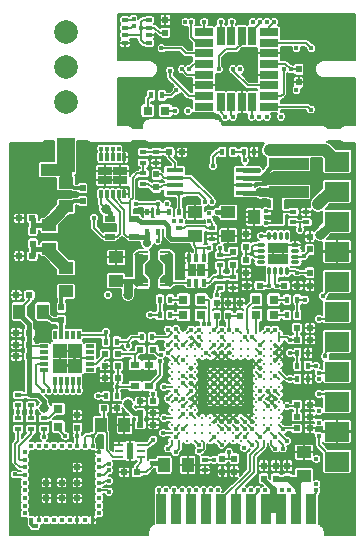
<source format=gtl>
G04 #@! TF.FileFunction,Copper,L1,Top,Signal*
%FSLAX46Y46*%
G04 Gerber Fmt 4.6, Leading zero omitted, Abs format (unit mm)*
G04 Created by KiCad (PCBNEW 4.0.2+dfsg1-stable) date Di 04 Apr 2017 02:29:59 CEST*
%MOMM*%
G01*
G04 APERTURE LIST*
%ADD10C,0.100000*%
%ADD11R,0.900000X0.500000*%
%ADD12R,2.032000X1.727200*%
%ADD13R,0.600000X0.500000*%
%ADD14R,1.450000X0.450000*%
%ADD15R,0.800000X0.600000*%
%ADD16R,0.500000X0.600000*%
%ADD17R,0.500000X0.350000*%
%ADD18R,0.400000X0.600000*%
%ADD19R,0.600000X0.400000*%
%ADD20O,0.750000X0.300000*%
%ADD21O,0.300000X0.750000*%
%ADD22R,0.900000X0.900000*%
%ADD23R,1.000000X1.250000*%
%ADD24R,0.300000X0.650000*%
%ADD25R,1.240000X0.775000*%
%ADD26R,0.300000X0.400000*%
%ADD27R,0.400000X0.300000*%
%ADD28R,0.500000X0.500000*%
%ADD29R,0.300000X0.730000*%
%ADD30R,0.730000X0.300000*%
%ADD31R,1.250000X1.250000*%
%ADD32R,0.350000X0.650000*%
%ADD33R,0.800000X1.000000*%
%ADD34R,1.250000X1.000000*%
%ADD35R,0.797560X0.797560*%
%ADD36R,0.762000X2.540000*%
%ADD37R,0.889000X0.254000*%
%ADD38R,0.381000X0.444500*%
%ADD39C,0.300000*%
%ADD40R,2.120000X2.500000*%
%ADD41R,0.850000X2.500000*%
%ADD42R,1.600000X0.700000*%
%ADD43R,0.700000X1.600000*%
%ADD44C,2.000000*%
%ADD45R,1.500000X3.000000*%
%ADD46R,0.700000X0.250000*%
%ADD47R,0.610000X0.710000*%
%ADD48R,2.200000X1.050000*%
%ADD49R,1.050000X1.000000*%
%ADD50R,3.400000X0.980000*%
%ADD51C,0.400000*%
%ADD52C,0.800000*%
%ADD53C,0.600000*%
%ADD54C,1.000000*%
%ADD55C,0.700000*%
%ADD56C,0.200000*%
%ADD57C,0.400000*%
%ADD58C,0.800000*%
%ADD59C,0.600000*%
%ADD60C,0.300000*%
%ADD61C,1.000000*%
%ADD62C,0.140000*%
G04 APERTURE END LIST*
D10*
D11*
X57900000Y-99050000D03*
X57900000Y-97550000D03*
D12*
X75100000Y-118100000D03*
X75100000Y-115560000D03*
X75100000Y-113020000D03*
X75100000Y-110480000D03*
X75100000Y-107940000D03*
X75100000Y-105400000D03*
X75100000Y-102860000D03*
X75100000Y-100320000D03*
X75100000Y-97780000D03*
X75100000Y-95240000D03*
X75100000Y-92700000D03*
D13*
X58150000Y-119000000D03*
X57050000Y-119000000D03*
D14*
X67250000Y-95375000D03*
X67250000Y-94725000D03*
X67250000Y-94075000D03*
X67250000Y-93425000D03*
X61350000Y-93425000D03*
X61350000Y-94075000D03*
X61350000Y-94725000D03*
X61350000Y-95375000D03*
D13*
X58450000Y-108650000D03*
X59550000Y-108650000D03*
D15*
X58000000Y-109900000D03*
X59200000Y-109900000D03*
X58000000Y-111700000D03*
X59200000Y-111700000D03*
D13*
X58450000Y-115000000D03*
X59550000Y-115000000D03*
D16*
X60570000Y-81800000D03*
X60570000Y-80700000D03*
D17*
X59195000Y-82675000D03*
X59195000Y-82025000D03*
X59195000Y-81375000D03*
X59195000Y-80725000D03*
X57145000Y-82675000D03*
X57145000Y-82025000D03*
X57145000Y-81375000D03*
X57145000Y-80725000D03*
D18*
X55550000Y-107950000D03*
X56450000Y-107950000D03*
D19*
X59800000Y-91900000D03*
X59800000Y-92800000D03*
X66300000Y-102500000D03*
X66300000Y-103400000D03*
D16*
X66300000Y-100350000D03*
X66300000Y-101450000D03*
D20*
X68625000Y-99750000D03*
X68625000Y-100250000D03*
X68625000Y-100750000D03*
X68625000Y-101250000D03*
D21*
X69350000Y-101975000D03*
X69850000Y-101975000D03*
X70350000Y-101975000D03*
X70850000Y-101975000D03*
D20*
X71575000Y-101250000D03*
X71575000Y-100750000D03*
X71575000Y-100250000D03*
X71575000Y-99750000D03*
D21*
X70850000Y-99025000D03*
X70350000Y-99025000D03*
X69850000Y-99025000D03*
X69350000Y-99025000D03*
D22*
X70550000Y-100950000D03*
X70550000Y-100050000D03*
X69650000Y-100950000D03*
X69650000Y-100050000D03*
D23*
X70050000Y-97400000D03*
X68050000Y-97400000D03*
D24*
X55100000Y-95450000D03*
X55600000Y-95450000D03*
X56100000Y-95450000D03*
X56600000Y-95450000D03*
X57100000Y-95450000D03*
X57100000Y-92350000D03*
X56600000Y-92350000D03*
X56100000Y-92350000D03*
X55600000Y-92350000D03*
X55100000Y-92350000D03*
D25*
X56720000Y-93512500D03*
X55480000Y-93512500D03*
X56720000Y-94287500D03*
X55480000Y-94287500D03*
D16*
X59800000Y-93800000D03*
X59800000Y-94900000D03*
D19*
X58700000Y-94600000D03*
X58700000Y-93700000D03*
D18*
X59950000Y-98700000D03*
X59050000Y-98700000D03*
D26*
X49200000Y-123050000D03*
X49850000Y-123050000D03*
X50500000Y-123050000D03*
X51150000Y-123050000D03*
X51800000Y-123050000D03*
X52450000Y-123050000D03*
X53100000Y-123050000D03*
X53750000Y-123050000D03*
X54400000Y-123050000D03*
D27*
X54950000Y-121850000D03*
X54950000Y-121200000D03*
X54950000Y-120550000D03*
X54950000Y-119900000D03*
X54950000Y-119250000D03*
X54950000Y-118600000D03*
X54950000Y-117950000D03*
X54950000Y-117300000D03*
D26*
X54400000Y-116750000D03*
D27*
X54950000Y-122500000D03*
D26*
X53750000Y-116750000D03*
X53100000Y-116750000D03*
X52450000Y-116750000D03*
X51800000Y-116750000D03*
X51150000Y-116750000D03*
X50500000Y-116750000D03*
X49850000Y-116750000D03*
X49200000Y-116750000D03*
D27*
X48650000Y-117300000D03*
X48650000Y-117950000D03*
X48650000Y-118600000D03*
X48650000Y-119250000D03*
X48650000Y-119900000D03*
X48650000Y-120550000D03*
X48650000Y-121200000D03*
X48650000Y-121850000D03*
X48650000Y-122500000D03*
D28*
X51800000Y-119900000D03*
X51800000Y-121200000D03*
X50500000Y-119900000D03*
X50500000Y-121200000D03*
X53100000Y-119900000D03*
X53100000Y-121200000D03*
X53100000Y-118600000D03*
D13*
X49050000Y-108200000D03*
X47950000Y-108200000D03*
X71700000Y-107800000D03*
X72800000Y-107800000D03*
D16*
X53100000Y-115250000D03*
X53100000Y-114150000D03*
D19*
X49200000Y-112450000D03*
X49200000Y-113350000D03*
D18*
X60100000Y-104400000D03*
X61000000Y-104400000D03*
D13*
X56550000Y-111000000D03*
X55450000Y-111000000D03*
D19*
X48100000Y-114450000D03*
X48100000Y-115350000D03*
X50300000Y-114450000D03*
X50300000Y-115350000D03*
X48100000Y-112450000D03*
X48100000Y-113350000D03*
D29*
X53250000Y-107385000D03*
X52750000Y-107385000D03*
X52250000Y-107385000D03*
X51750000Y-107385000D03*
X51250000Y-107385000D03*
D30*
X50285000Y-108350000D03*
X50285000Y-108850000D03*
X50285000Y-109350000D03*
X50285000Y-109850000D03*
X50285000Y-110350000D03*
D29*
X51250000Y-111315000D03*
X51750000Y-111315000D03*
X52250000Y-111315000D03*
X52750000Y-111315000D03*
X53250000Y-111315000D03*
D30*
X54215000Y-110350000D03*
X54215000Y-109850000D03*
X54215000Y-109350000D03*
X54215000Y-108850000D03*
X54215000Y-108350000D03*
D31*
X51625000Y-109975000D03*
X52875000Y-109975000D03*
X51625000Y-108725000D03*
X52875000Y-108725000D03*
D32*
X62550000Y-102950000D03*
X63200000Y-102950000D03*
X63850000Y-102950000D03*
X63850000Y-100850000D03*
X63200000Y-100850000D03*
X62550000Y-100850000D03*
D33*
X63600000Y-101900000D03*
X62800000Y-101900000D03*
D13*
X60900000Y-91900000D03*
X62000000Y-91900000D03*
D34*
X63100000Y-99000000D03*
X63100000Y-97000000D03*
X56400000Y-102800000D03*
X56400000Y-100800000D03*
D16*
X67400000Y-99950000D03*
X67400000Y-98850000D03*
X67400000Y-101050000D03*
X67400000Y-102150000D03*
X72800000Y-100150000D03*
X72800000Y-99050000D03*
D13*
X68550000Y-103200000D03*
X67450000Y-103200000D03*
X70650000Y-103200000D03*
X71750000Y-103200000D03*
D16*
X72800000Y-102100000D03*
X72800000Y-103200000D03*
D13*
X49050000Y-107200000D03*
X47950000Y-107200000D03*
X49050000Y-109200000D03*
X47950000Y-109200000D03*
X56550000Y-109000000D03*
X55450000Y-109000000D03*
X49050000Y-104000000D03*
X47950000Y-104000000D03*
D16*
X51750000Y-105050000D03*
X51750000Y-106150000D03*
D13*
X55350000Y-113600000D03*
X56450000Y-113600000D03*
D16*
X68900000Y-118450000D03*
X68900000Y-119550000D03*
X69900000Y-118450000D03*
X69900000Y-119550000D03*
X70900000Y-118450000D03*
X70900000Y-119550000D03*
D13*
X59550000Y-113000000D03*
X58450000Y-113000000D03*
D16*
X64900000Y-105750000D03*
X64900000Y-104650000D03*
D13*
X71700000Y-106800000D03*
X72800000Y-106800000D03*
D16*
X65400000Y-117850000D03*
X65400000Y-118950000D03*
D13*
X71700000Y-114300000D03*
X72800000Y-114300000D03*
D16*
X66900000Y-105750000D03*
X66900000Y-104650000D03*
X66400000Y-117850000D03*
X66400000Y-118950000D03*
D13*
X71700000Y-113300000D03*
X72800000Y-113300000D03*
D16*
X65900000Y-105750000D03*
X65900000Y-104650000D03*
D13*
X58450000Y-114000000D03*
X59550000Y-114000000D03*
X71700000Y-115300000D03*
X72800000Y-115300000D03*
D35*
X69749300Y-105700000D03*
X68250700Y-105700000D03*
X69749300Y-104400000D03*
X68250700Y-104400000D03*
X62100000Y-104400000D03*
X63598600Y-104400000D03*
X62100000Y-105700000D03*
X63598600Y-105700000D03*
X51500000Y-115149300D03*
X51500000Y-113650700D03*
D19*
X58700000Y-92800000D03*
X58700000Y-91900000D03*
X71400000Y-96950000D03*
X71400000Y-97850000D03*
X72500000Y-97850000D03*
X72500000Y-96950000D03*
X64500000Y-98350000D03*
X64500000Y-99250000D03*
X65200000Y-100600000D03*
X65200000Y-101500000D03*
D18*
X71750000Y-105700000D03*
X70850000Y-105700000D03*
X60100000Y-105700000D03*
X61000000Y-105700000D03*
X71750000Y-111100000D03*
X72650000Y-111100000D03*
D11*
X55900000Y-97550000D03*
X55900000Y-99050000D03*
D13*
X56550000Y-110000000D03*
X55450000Y-110000000D03*
D18*
X55550000Y-112550000D03*
X56450000Y-112550000D03*
D34*
X72300000Y-117300000D03*
X72300000Y-119300000D03*
X65900000Y-97000000D03*
X65900000Y-99000000D03*
D18*
X61750000Y-97000000D03*
X60850000Y-97000000D03*
X72650000Y-110000000D03*
X71750000Y-110000000D03*
D36*
X60870000Y-101800000D03*
X58330000Y-101800000D03*
D37*
X60552500Y-103197000D03*
X60552500Y-100403000D03*
X58647500Y-103197000D03*
X58647500Y-100403000D03*
D38*
X60298500Y-100752250D03*
X58901500Y-100752250D03*
X58901500Y-102847750D03*
X60298500Y-102847750D03*
D10*
G36*
X60997000Y-100276038D02*
X61250962Y-100530000D01*
X60997000Y-100783962D01*
X60743038Y-100530000D01*
X60997000Y-100276038D01*
X60997000Y-100276038D01*
G37*
G36*
X60997000Y-102816038D02*
X61250962Y-103070000D01*
X60997000Y-103323962D01*
X60743038Y-103070000D01*
X60997000Y-102816038D01*
X60997000Y-102816038D01*
G37*
G36*
X58203000Y-102816038D02*
X58456962Y-103070000D01*
X58203000Y-103323962D01*
X57949038Y-103070000D01*
X58203000Y-102816038D01*
X58203000Y-102816038D01*
G37*
G36*
X58203000Y-100276038D02*
X58456962Y-100530000D01*
X58203000Y-100783962D01*
X57949038Y-100530000D01*
X58203000Y-100276038D01*
X58203000Y-100276038D01*
G37*
G36*
X60489000Y-100593737D02*
X60869763Y-100974500D01*
X60489000Y-101355263D01*
X60108237Y-100974500D01*
X60489000Y-100593737D01*
X60489000Y-100593737D01*
G37*
G36*
X60489000Y-102244737D02*
X60869763Y-102625500D01*
X60489000Y-103006263D01*
X60108237Y-102625500D01*
X60489000Y-102244737D01*
X60489000Y-102244737D01*
G37*
G36*
X58711000Y-102244737D02*
X59091763Y-102625500D01*
X58711000Y-103006263D01*
X58330237Y-102625500D01*
X58711000Y-102244737D01*
X58711000Y-102244737D01*
G37*
G36*
X58711000Y-100593737D02*
X59091763Y-100974500D01*
X58711000Y-101355263D01*
X58330237Y-100974500D01*
X58711000Y-100593737D01*
X58711000Y-100593737D01*
G37*
D23*
X55100000Y-115000000D03*
X57100000Y-115000000D03*
D18*
X71750000Y-108900000D03*
X72650000Y-108900000D03*
X67200000Y-91900000D03*
X68100000Y-91900000D03*
X65387530Y-91900000D03*
X66287530Y-91900000D03*
D39*
X65650000Y-111800000D03*
X66300000Y-111800000D03*
X66300000Y-112450000D03*
X65650000Y-112450000D03*
X65000000Y-112450000D03*
X65000000Y-111800000D03*
X65000000Y-111150000D03*
X65650000Y-111150000D03*
X66300000Y-111150000D03*
X66950000Y-111150000D03*
X66950000Y-111800000D03*
X66950000Y-112450000D03*
X66950000Y-113100000D03*
X66300000Y-113100000D03*
X65650000Y-113100000D03*
X65000000Y-113100000D03*
X64350000Y-113100000D03*
X64350000Y-112450000D03*
X64350000Y-111800000D03*
X64350000Y-111150000D03*
X64350000Y-110500000D03*
X65000000Y-110500000D03*
X65650000Y-110500000D03*
X66300000Y-110500000D03*
X66950000Y-110500000D03*
X68250000Y-114400000D03*
X68250000Y-113750000D03*
X68250000Y-113100000D03*
X68250000Y-112450000D03*
X68250000Y-111800000D03*
X68250000Y-115050000D03*
X68250000Y-115700000D03*
X68250000Y-116350000D03*
X68900000Y-113100000D03*
X69550000Y-113100000D03*
X70200000Y-113100000D03*
X70200000Y-113750000D03*
X70200000Y-114400000D03*
X70200000Y-115050000D03*
X70200000Y-115700000D03*
X70200000Y-116350000D03*
X69550000Y-116350000D03*
X68900000Y-116350000D03*
X68900000Y-115700000D03*
X69550000Y-115700000D03*
X69550000Y-115050000D03*
X68900000Y-115050000D03*
X68900000Y-114400000D03*
X69550000Y-114400000D03*
X69550000Y-113750000D03*
X68900000Y-113750000D03*
X70200000Y-112450000D03*
X69550000Y-112450000D03*
X68900000Y-112450000D03*
X68900000Y-111800000D03*
X69550000Y-111800000D03*
X70200000Y-111800000D03*
X70200000Y-111150000D03*
X69550000Y-111150000D03*
X68900000Y-111150000D03*
X68250000Y-111150000D03*
X68250000Y-110500000D03*
X68900000Y-110500000D03*
X69550000Y-110500000D03*
X70200000Y-110500000D03*
X70200000Y-109850000D03*
X69550000Y-109850000D03*
X68900000Y-109850000D03*
X68250000Y-109850000D03*
X66950000Y-109200000D03*
X66950000Y-108550000D03*
X66950000Y-107900000D03*
X66950000Y-107250000D03*
X67600000Y-107250000D03*
X68250000Y-107250000D03*
X68900000Y-107250000D03*
X69550000Y-107250000D03*
X70200000Y-107250000D03*
X70200000Y-107900000D03*
X70200000Y-108550000D03*
X70200000Y-109200000D03*
X69550000Y-109200000D03*
X68900000Y-109200000D03*
X68250000Y-109200000D03*
X67600000Y-109200000D03*
X67600000Y-108550000D03*
X67600000Y-107900000D03*
X68250000Y-107900000D03*
X68900000Y-107900000D03*
X69550000Y-107900000D03*
X69550000Y-108550000D03*
X68900000Y-108550000D03*
X68250000Y-108550000D03*
X66300000Y-107250000D03*
X65650000Y-107250000D03*
X63050000Y-110500000D03*
X62400000Y-110500000D03*
X61750000Y-110500000D03*
X61100000Y-110500000D03*
X61100000Y-109850000D03*
X61100000Y-109200000D03*
X61100000Y-108550000D03*
X61100000Y-107900000D03*
X61100000Y-107250000D03*
X61750000Y-107250000D03*
X62400000Y-107250000D03*
X63050000Y-107250000D03*
X63700000Y-107250000D03*
X64350000Y-107250000D03*
X65000000Y-107250000D03*
X66300000Y-107900000D03*
X65650000Y-107900000D03*
X65000000Y-107900000D03*
X64350000Y-107900000D03*
X63700000Y-107900000D03*
X63050000Y-107900000D03*
X62400000Y-107900000D03*
X61750000Y-107900000D03*
X61750000Y-108550000D03*
X62400000Y-108550000D03*
X63700000Y-108550000D03*
X66300000Y-109200000D03*
X65650000Y-109200000D03*
X65000000Y-109200000D03*
X64350000Y-109200000D03*
X63700000Y-109200000D03*
X63050000Y-109200000D03*
X63050000Y-109850000D03*
X62400000Y-109850000D03*
X61750000Y-109850000D03*
X61750000Y-109200000D03*
X62400000Y-109200000D03*
X63050000Y-108550000D03*
X64350000Y-108550000D03*
X65000000Y-108550000D03*
X65650000Y-108550000D03*
X66300000Y-108550000D03*
X63050000Y-111150000D03*
X63050000Y-111800000D03*
X63050000Y-112450000D03*
X63050000Y-113100000D03*
X63050000Y-113750000D03*
X63050000Y-114400000D03*
X63700000Y-114400000D03*
X64350000Y-114400000D03*
X65000000Y-114400000D03*
X67600000Y-114400000D03*
X66950000Y-114400000D03*
X66300000Y-114400000D03*
X65650000Y-114400000D03*
X67600000Y-116350000D03*
X66950000Y-116350000D03*
X66300000Y-116350000D03*
X65650000Y-116350000D03*
X65000000Y-116350000D03*
X64350000Y-116350000D03*
X63700000Y-116350000D03*
X63050000Y-116350000D03*
X62400000Y-116350000D03*
X61750000Y-116350000D03*
X61100000Y-116350000D03*
X61100000Y-115700000D03*
X61100000Y-115050000D03*
X61100000Y-113750000D03*
X61100000Y-114400000D03*
X61100000Y-113100000D03*
X61100000Y-112450000D03*
X61100000Y-111800000D03*
X61100000Y-111150000D03*
X61750000Y-111150000D03*
X61750000Y-111800000D03*
X61750000Y-112450000D03*
X61750000Y-113100000D03*
X61750000Y-113750000D03*
X61750000Y-114400000D03*
X61750000Y-115050000D03*
X61750000Y-115700000D03*
X62400000Y-115700000D03*
X63050000Y-115700000D03*
X63700000Y-115700000D03*
X64350000Y-115700000D03*
X65000000Y-115700000D03*
X65650000Y-115700000D03*
X66950000Y-115700000D03*
X66300000Y-115700000D03*
X67600000Y-115700000D03*
X67600000Y-115050000D03*
X66950000Y-115050000D03*
X66300000Y-115050000D03*
X65650000Y-115050000D03*
X65000000Y-115050000D03*
X64350000Y-115050000D03*
X63700000Y-115050000D03*
X63050000Y-115050000D03*
X62400000Y-115050000D03*
X62400000Y-114400000D03*
X62400000Y-113750000D03*
X62400000Y-113100000D03*
X62400000Y-112450000D03*
X62400000Y-111800000D03*
X62400000Y-111150000D03*
D19*
X61700000Y-99250000D03*
X61700000Y-98350000D03*
D18*
X71750000Y-104400000D03*
X70850000Y-104400000D03*
X58550000Y-107600000D03*
X59450000Y-107600000D03*
D19*
X65200000Y-102500000D03*
X65200000Y-103400000D03*
X49200000Y-114450000D03*
X49200000Y-115350000D03*
X63900000Y-117950000D03*
X63900000Y-118850000D03*
D40*
X74840000Y-122150000D03*
D41*
X72935000Y-122150000D03*
X71665000Y-122150000D03*
X70395000Y-122150000D03*
X69125000Y-122150000D03*
X67855000Y-122150000D03*
X66585000Y-122150000D03*
X65315000Y-122150000D03*
X64045000Y-122150000D03*
X62775000Y-122150000D03*
X61505000Y-122150000D03*
X60235000Y-122150000D03*
D40*
X58330000Y-122150000D03*
D35*
X59070000Y-88400000D03*
X60568600Y-88400000D03*
D18*
X60270000Y-87100000D03*
X59370000Y-87100000D03*
D16*
X71870000Y-84900000D03*
X71870000Y-86000000D03*
D42*
X63835000Y-81750000D03*
X63835000Y-82650000D03*
X63835000Y-83550000D03*
X63835000Y-84450000D03*
X63835000Y-85350000D03*
X63835000Y-86250000D03*
X63835000Y-87150000D03*
X63835000Y-88050000D03*
D43*
X65235000Y-87700000D03*
X66135000Y-87700000D03*
X67035000Y-87700000D03*
X67935000Y-87700000D03*
D42*
X69335000Y-88050000D03*
X69335000Y-87150000D03*
X69335000Y-86250000D03*
X69335000Y-85350000D03*
X69335000Y-84450000D03*
X69335000Y-83550000D03*
X69335000Y-82650000D03*
X69335000Y-81750000D03*
D43*
X67935000Y-82100000D03*
X67035000Y-82100000D03*
X66135000Y-82100000D03*
X65235000Y-82100000D03*
D16*
X49350000Y-99650000D03*
X49350000Y-98550000D03*
D13*
X49300000Y-97500000D03*
X48200000Y-97500000D03*
D16*
X53550000Y-96050000D03*
X53550000Y-94950000D03*
D23*
X50200000Y-105400000D03*
X48200000Y-105400000D03*
D34*
X52150000Y-101700000D03*
X52150000Y-103700000D03*
X50750000Y-98100000D03*
X50750000Y-100100000D03*
X52150000Y-94500000D03*
X52150000Y-96500000D03*
D44*
X52150000Y-87700000D03*
X52150000Y-84700000D03*
X52150000Y-81700000D03*
D13*
X49300000Y-100700000D03*
X48200000Y-100700000D03*
D45*
X52150000Y-92150000D03*
D23*
X60450000Y-118400000D03*
X62450000Y-118400000D03*
D46*
X58525000Y-117700000D03*
X58525000Y-117200000D03*
X58525000Y-116700000D03*
X56675000Y-116700000D03*
X56675000Y-117200000D03*
X56675000Y-117700000D03*
D47*
X57600000Y-116845000D03*
X57600000Y-117555000D03*
D48*
X49000000Y-91925000D03*
X49000000Y-94875000D03*
D49*
X50525000Y-93400000D03*
D18*
X59950000Y-97000000D03*
X59050000Y-97000000D03*
D50*
X71000000Y-92915000D03*
X71000000Y-95285000D03*
D51*
X73550000Y-111100000D03*
X73350000Y-120550000D03*
X57400000Y-108300000D03*
X58470000Y-81400000D03*
X73550000Y-114799997D03*
X71100000Y-107800000D03*
X73300000Y-110000000D03*
X67925000Y-115375000D03*
X67275000Y-115375000D03*
X66625000Y-115375000D03*
X65975000Y-115375000D03*
X65325000Y-115375000D03*
X65975000Y-106925000D03*
X64675000Y-108225000D03*
X65325000Y-108225000D03*
X65975000Y-108225000D03*
X62725000Y-110825000D03*
X62075000Y-110825000D03*
X62075000Y-111475000D03*
X62725000Y-112125000D03*
X68575000Y-110825000D03*
X68575000Y-112125000D03*
X70850000Y-113425000D03*
X69225000Y-113425000D03*
X68575000Y-112775000D03*
X70525000Y-115375000D03*
X65975000Y-117325000D03*
X54900000Y-112550000D03*
X53100000Y-115900000D03*
X65200000Y-100000000D03*
D52*
X57400000Y-113200000D03*
X50300000Y-113550000D03*
X57400000Y-104000000D03*
D51*
X72970000Y-84900000D03*
X74840000Y-86678000D03*
X74840000Y-83122000D03*
X58330000Y-86678000D03*
X58330000Y-83122000D03*
X74840000Y-122150000D03*
X58330000Y-122150000D03*
X54200000Y-105800000D03*
X58100000Y-96900000D03*
X65100000Y-94400000D03*
X60500000Y-92800000D03*
X62725000Y-91900000D03*
X66000000Y-92600000D03*
X68100000Y-98850000D03*
X67100000Y-97800000D03*
X67100000Y-97000000D03*
X53900000Y-115100000D03*
X57600000Y-116845000D03*
X57600000Y-117555000D03*
X48100000Y-96800000D03*
X48100000Y-100000000D03*
X48100000Y-98200000D03*
X48100000Y-101400000D03*
X49850000Y-122500000D03*
X63300000Y-96100000D03*
X54950000Y-116800000D03*
X47950000Y-103300000D03*
X61800000Y-100000000D03*
X55450000Y-111750000D03*
X59200000Y-109300000D03*
X57100000Y-116049990D03*
X59550000Y-115700000D03*
X63375000Y-108225000D03*
X67870000Y-84900000D03*
X66970000Y-88900000D03*
X65670000Y-84900000D03*
X61320000Y-80700000D03*
X73350000Y-117300000D03*
X69900000Y-117750000D03*
X66050000Y-119700000D03*
X73600000Y-102400000D03*
X72800000Y-101200000D03*
X62725000Y-111475000D03*
X62725000Y-110175000D03*
X64675000Y-110175000D03*
X64675000Y-110825000D03*
X65325000Y-110825000D03*
X65325000Y-110175000D03*
X65975000Y-110175000D03*
X65975000Y-110825000D03*
X66625000Y-110825000D03*
X66625000Y-110175000D03*
X67275000Y-110175000D03*
X67275000Y-110825000D03*
X63600000Y-101900000D03*
X62800000Y-101900000D03*
X52875000Y-108725000D03*
X52875000Y-109975000D03*
X51625000Y-109975000D03*
X51625000Y-108725000D03*
X47950000Y-109900000D03*
X47950000Y-106500000D03*
X57450000Y-100400000D03*
X55300000Y-100400000D03*
X66300000Y-104000000D03*
X72800000Y-103850000D03*
X65325000Y-114725000D03*
X65975000Y-114725000D03*
X66625000Y-114725000D03*
X67925000Y-114725000D03*
X69875000Y-108875000D03*
X69875000Y-109525000D03*
X65975000Y-108875000D03*
X65325000Y-108875000D03*
X63375000Y-112125000D03*
X63375000Y-112775000D03*
X66625000Y-112775000D03*
X66625000Y-112125000D03*
X65975000Y-112125000D03*
X65975000Y-112775000D03*
X65325000Y-112775000D03*
X65325000Y-112125000D03*
X64675000Y-112125000D03*
X64675000Y-112775000D03*
X64025000Y-112125000D03*
X64025000Y-112775000D03*
X64025000Y-113425000D03*
X64675000Y-113425000D03*
X65325000Y-113425000D03*
X65975000Y-113425000D03*
X66625000Y-113425000D03*
X68575000Y-110175000D03*
X69225000Y-112125000D03*
X69875000Y-112775000D03*
X73550000Y-113300000D03*
X73550000Y-115300000D03*
X64700000Y-118950000D03*
X51150000Y-119250000D03*
X52450000Y-119250000D03*
X52450000Y-120550000D03*
X51150000Y-120550000D03*
X53100000Y-122500000D03*
X54400000Y-122500000D03*
X55480000Y-94287500D03*
X55480000Y-93512500D03*
X56720000Y-93512500D03*
X56720000Y-94287500D03*
X73550000Y-107800000D03*
X69650000Y-100050000D03*
X70550000Y-100050000D03*
X70550000Y-100950000D03*
X69650000Y-100950000D03*
X68100000Y-102000000D03*
X73550000Y-106800000D03*
X71100000Y-108900000D03*
X60100000Y-109600000D03*
X67925000Y-107575000D03*
D52*
X68600000Y-95300000D03*
D51*
X63900000Y-96100000D03*
D52*
X73700000Y-98900000D03*
D51*
X69050000Y-97900000D03*
X69050000Y-97400000D03*
X69050000Y-96900000D03*
D52*
X55500000Y-96700000D03*
D51*
X56600000Y-91600000D03*
X55100000Y-91600000D03*
X59300000Y-105700000D03*
X72400000Y-104400000D03*
X69300000Y-103200000D03*
X70000010Y-103200000D03*
D53*
X71800000Y-120400000D03*
X69700000Y-120450000D03*
D51*
X71700000Y-102100000D03*
X60200000Y-109050000D03*
X62075000Y-109525000D03*
X69875000Y-112125000D03*
X56450000Y-111750000D03*
X61425000Y-109525000D03*
X55550000Y-107150000D03*
X61425000Y-107575000D03*
X50200000Y-112100000D03*
X61425000Y-108225000D03*
X60775000Y-108225000D03*
X50700000Y-112100000D03*
X60775000Y-108875000D03*
X51250000Y-112100000D03*
X62075000Y-114075000D03*
X51750000Y-112100000D03*
X61425000Y-115375000D03*
X52250000Y-112100000D03*
X62075000Y-115375000D03*
X52750000Y-112100000D03*
X60450000Y-114400000D03*
X53250000Y-112100000D03*
X67800000Y-120550000D03*
X56100000Y-91600000D03*
X68575000Y-116025000D03*
X48100000Y-113900000D03*
X73350000Y-117900000D03*
X73350000Y-120000000D03*
X70850000Y-116350000D03*
X69225000Y-115375000D03*
X64400000Y-120550000D03*
X69875000Y-116025000D03*
X69000000Y-120550000D03*
X73550000Y-110600000D03*
X69875000Y-110825000D03*
X71950000Y-98500000D03*
X69875000Y-106925000D03*
X67275000Y-107575000D03*
X64300000Y-97700000D03*
X63200000Y-120550000D03*
X68575000Y-108225000D03*
X62725000Y-114075000D03*
X55800000Y-118300000D03*
X63375000Y-116675000D03*
X55800000Y-118850000D03*
X68400000Y-120550000D03*
X68575000Y-108875000D03*
X73900000Y-104100000D03*
X62725000Y-106925000D03*
X73550000Y-106050000D03*
X63375000Y-106925000D03*
X63800000Y-106500020D03*
X63375000Y-107575000D03*
X65325000Y-107575000D03*
X64300000Y-106500020D03*
X49200000Y-113900000D03*
X67200000Y-120550000D03*
X55600000Y-91600000D03*
X67925000Y-116675000D03*
X74100000Y-109200000D03*
X64675000Y-116025000D03*
X73550000Y-115900000D03*
X61425000Y-117325000D03*
X73550000Y-112400000D03*
X60775000Y-117000000D03*
X61300000Y-120550000D03*
X61425000Y-112775000D03*
X60600000Y-120550000D03*
X60775000Y-112775000D03*
X60450000Y-111800000D03*
X62600000Y-120550000D03*
X61425000Y-112125000D03*
X60000000Y-120550000D03*
X62000000Y-120550000D03*
X62075000Y-112775000D03*
X66625000Y-116025000D03*
X63800000Y-120550000D03*
X65000000Y-120550000D03*
X67250000Y-116950000D03*
X67275000Y-116025000D03*
X54500000Y-97500000D03*
D54*
X69400000Y-91700000D03*
D55*
X59000000Y-99600000D03*
D51*
X47800000Y-119200000D03*
X50300000Y-116000000D03*
X63375000Y-117200000D03*
X71000000Y-120550000D03*
X70525000Y-117000000D03*
X68700000Y-99000000D03*
X71100000Y-111100000D03*
X59549989Y-112400000D03*
X62075000Y-113425000D03*
X64675000Y-106925000D03*
X64025000Y-108875000D03*
X49600000Y-123600000D03*
X60400000Y-115700000D03*
X55800000Y-120650000D03*
X65325000Y-116675000D03*
X55800000Y-119750000D03*
X61453555Y-106896445D03*
X61300000Y-97700000D03*
X60775000Y-106925000D03*
X61900000Y-97700000D03*
X58100000Y-96300000D03*
X59950000Y-96300000D03*
X65325000Y-106925000D03*
X59900000Y-99450000D03*
X64500000Y-96100000D03*
X67300000Y-92600000D03*
X69225000Y-106925000D03*
X59550000Y-116250000D03*
X61425000Y-116025000D03*
X64700000Y-117950000D03*
X67275000Y-114725000D03*
X73550000Y-113800000D03*
X64300000Y-97100000D03*
X64900000Y-104000000D03*
X66625000Y-106925000D03*
X55700000Y-104000000D03*
X62075000Y-108225000D03*
X64600000Y-93100000D03*
X60700000Y-96300000D03*
D54*
X73500000Y-96300000D03*
D51*
X70400000Y-120550000D03*
X69875000Y-117000000D03*
X60235000Y-83122000D03*
X61505000Y-86678000D03*
X71170000Y-84900000D03*
X60970000Y-85000000D03*
X62470000Y-88400000D03*
X69770000Y-80900000D03*
X65070000Y-84900000D03*
X62570000Y-84900000D03*
X66300000Y-88900000D03*
X66270000Y-84900000D03*
X57870000Y-81200000D03*
X70570000Y-84900000D03*
X57870000Y-80600000D03*
X66870000Y-84900000D03*
X67870000Y-88900000D03*
X69170000Y-88900000D03*
X65270000Y-80900000D03*
X63870000Y-80900000D03*
X67970000Y-80900000D03*
X62770000Y-80900000D03*
X69170000Y-80900000D03*
X70370000Y-88900000D03*
X68570000Y-80900000D03*
X71665000Y-86678000D03*
X61970000Y-84900000D03*
X66170000Y-80900000D03*
X71665000Y-83122000D03*
X72870000Y-88300000D03*
X72935000Y-83122000D03*
X65600000Y-88900000D03*
X62270000Y-80900000D03*
X68470000Y-88900000D03*
X61370000Y-88400000D03*
X52094836Y-115917214D03*
X54400000Y-115900000D03*
X59400000Y-118200000D03*
X59900000Y-97850000D03*
X68400000Y-93400000D03*
X64900000Y-97000000D03*
X72300000Y-100700000D03*
X64300000Y-100000000D03*
X67900000Y-100500000D03*
D56*
X73350000Y-120800000D02*
X72935000Y-121215000D01*
X72935000Y-121215000D02*
X72935000Y-122150000D01*
X73350000Y-120550000D02*
X73350000Y-120800000D01*
D57*
X57400000Y-113500000D02*
X57900000Y-114000000D01*
X57900000Y-114000000D02*
X58450000Y-114000000D01*
X57400000Y-113200000D02*
X57400000Y-113500000D01*
D56*
X58645000Y-80725000D02*
X58470000Y-80900000D01*
X58470000Y-80900000D02*
X58470000Y-81400000D01*
X59195000Y-80725000D02*
X58645000Y-80725000D01*
X53100000Y-115900000D02*
X53100000Y-115250000D01*
X49050000Y-104450000D02*
X48200000Y-105300000D01*
X48200000Y-105300000D02*
X48200000Y-105400000D01*
X49050000Y-104000000D02*
X49050000Y-104450000D01*
D57*
X49050000Y-106450000D02*
X48200000Y-105600000D01*
X48200000Y-105600000D02*
X48200000Y-105400000D01*
X49050000Y-107200000D02*
X49050000Y-106450000D01*
X49200000Y-112450000D02*
X49750000Y-112450000D01*
X49750000Y-112450000D02*
X50300000Y-113000000D01*
X50300000Y-113000000D02*
X50300000Y-113550000D01*
D56*
X55550000Y-112550000D02*
X54900000Y-112550000D01*
X58550000Y-107600000D02*
X57750000Y-107600000D01*
X57750000Y-107600000D02*
X57400000Y-107950000D01*
X56450000Y-107950000D02*
X57400000Y-107950000D01*
X57400000Y-108300000D02*
X57400000Y-107950000D01*
D57*
X57400000Y-103000000D02*
X57600000Y-102800000D01*
D58*
X57400000Y-104000000D02*
X57400000Y-103000000D01*
D57*
X58450000Y-115000000D02*
X58450000Y-114000000D01*
D56*
X59645000Y-81375000D02*
X60070000Y-81800000D01*
X60070000Y-81800000D02*
X60570000Y-81800000D01*
X59195000Y-81375000D02*
X59645000Y-81375000D01*
X58470000Y-81400000D02*
X58470000Y-82025000D01*
X58470000Y-82025000D02*
X58470000Y-82400000D01*
X57145000Y-82025000D02*
X58470000Y-82025000D01*
X58470000Y-82400000D02*
X58745000Y-82675000D01*
X59195000Y-81375000D02*
X58495000Y-81375000D01*
X58495000Y-81375000D02*
X58470000Y-81400000D01*
X59195000Y-82675000D02*
X58745000Y-82675000D01*
X71700000Y-115300000D02*
X70600000Y-115300000D01*
X70600000Y-115300000D02*
X70525000Y-115375000D01*
D57*
X56400000Y-102800000D02*
X57400000Y-102800000D01*
D56*
X65200000Y-100600000D02*
X65200000Y-100000000D01*
X65200000Y-100600000D02*
X66050000Y-100600000D01*
X66050000Y-100600000D02*
X66300000Y-100350000D01*
X66250000Y-100400000D02*
X66300000Y-100350000D01*
X65975000Y-106925000D02*
X65975000Y-105825000D01*
X65975000Y-105825000D02*
X65900000Y-105750000D01*
X66900000Y-105750000D02*
X65900000Y-105750000D01*
D57*
X57400000Y-102800000D02*
X57600000Y-102800000D01*
X57600000Y-102800000D02*
X57933000Y-102800000D01*
D56*
X57500000Y-102900000D02*
X57600000Y-102800000D01*
X72650000Y-110000000D02*
X73300000Y-110000000D01*
X68900000Y-112450000D02*
X68575000Y-112775000D01*
X66300000Y-115050000D02*
X66625000Y-115375000D01*
D57*
X49050000Y-109200000D02*
X49050000Y-112300000D01*
X49050000Y-112300000D02*
X49200000Y-112450000D01*
D56*
X53100000Y-115900000D02*
X53100000Y-116750000D01*
X68250000Y-110500000D02*
X68575000Y-110825000D01*
X48100000Y-112450000D02*
X49200000Y-112450000D01*
X62400000Y-111150000D02*
X62075000Y-110825000D01*
X63050000Y-111150000D02*
X62725000Y-110825000D01*
X62400000Y-111800000D02*
X62075000Y-111475000D01*
X70200000Y-107600000D02*
X70900000Y-107600000D01*
X70900000Y-107600000D02*
X71100000Y-107800000D01*
X71200000Y-107800000D02*
X71100000Y-107800000D01*
X71700000Y-106800000D02*
X71700000Y-107800000D01*
X57933000Y-102800000D02*
X58203000Y-103070000D01*
D57*
X49050000Y-108200000D02*
X49050000Y-107200000D01*
D56*
X70850000Y-113425000D02*
X71575000Y-113425000D01*
X71575000Y-113425000D02*
X71700000Y-113300000D01*
X71700000Y-113300000D02*
X71700000Y-114300000D01*
X71700000Y-107800000D02*
X71200000Y-107800000D01*
X70200000Y-107600000D02*
X70200000Y-107250000D01*
X70200000Y-107900000D02*
X70200000Y-107600000D01*
X62400000Y-112450000D02*
X62725000Y-112125000D01*
X65975000Y-117850000D02*
X66400000Y-117850000D01*
X70200000Y-115050000D02*
X70525000Y-115375000D01*
X65650000Y-108550000D02*
X65975000Y-108225000D01*
X65000000Y-108550000D02*
X65325000Y-108225000D01*
X64499999Y-108400001D02*
X64675000Y-108225000D01*
X64350000Y-108550000D02*
X64499999Y-108400001D01*
X65000000Y-115050000D02*
X65325000Y-115375000D01*
X65650000Y-115050000D02*
X65975000Y-115375000D01*
X66950000Y-115050000D02*
X67275000Y-115375000D01*
X67600000Y-115050000D02*
X67925000Y-115375000D01*
X68900000Y-113100000D02*
X69225000Y-113425000D01*
D57*
X49050000Y-108200000D02*
X49050000Y-109200000D01*
D56*
X50285000Y-108350000D02*
X49200000Y-108350000D01*
X49200000Y-108350000D02*
X49050000Y-108200000D01*
X50285000Y-109350000D02*
X49200000Y-109350000D01*
X49200000Y-109350000D02*
X49050000Y-109200000D01*
X65400000Y-117850000D02*
X65975000Y-117850000D01*
X65975000Y-117325000D02*
X65975000Y-117850000D01*
X72970000Y-85600000D02*
X74048000Y-86678000D01*
X74048000Y-86678000D02*
X74840000Y-86678000D01*
X72970000Y-84900000D02*
X72970000Y-85600000D01*
X69900000Y-118500000D02*
X69900000Y-117750000D01*
X66400000Y-119700000D02*
X66400000Y-118950000D01*
X66050000Y-119700000D02*
X66400000Y-119700000D01*
X67400000Y-102150000D02*
X67950000Y-102150000D01*
X67950000Y-102150000D02*
X68100000Y-102000000D01*
X59050000Y-97000000D02*
X58200000Y-97000000D01*
X58200000Y-97000000D02*
X58100000Y-96900000D01*
X59800000Y-92800000D02*
X60500000Y-92800000D01*
X62000000Y-91900000D02*
X62725000Y-91900000D01*
X67400000Y-98850000D02*
X68100000Y-98850000D01*
X67100000Y-97000000D02*
X67650000Y-97000000D01*
X67650000Y-97000000D02*
X68050000Y-97400000D01*
X67100000Y-97800000D02*
X67650000Y-97800000D01*
X67650000Y-97800000D02*
X68050000Y-97400000D01*
X53900000Y-114150000D02*
X53900000Y-115100000D01*
X53100000Y-114150000D02*
X53900000Y-114150000D01*
X72300000Y-117300000D02*
X73350000Y-117300000D01*
X48200000Y-97500000D02*
X48200000Y-96900000D01*
X48200000Y-96900000D02*
X48100000Y-96800000D01*
X48200000Y-100700000D02*
X48200000Y-100100000D01*
X48200000Y-100100000D02*
X48100000Y-100000000D01*
X48200000Y-97500000D02*
X48200000Y-98100000D01*
X48200000Y-98100000D02*
X48100000Y-98200000D01*
X48200000Y-100700000D02*
X48200000Y-101300000D01*
X48200000Y-101300000D02*
X48100000Y-101400000D01*
X49850000Y-123050000D02*
X49850000Y-122500000D01*
X55300000Y-100800000D02*
X55400000Y-100800000D01*
X55300000Y-100400000D02*
X55300000Y-100800000D01*
X57450000Y-100800000D02*
X57450000Y-100400000D01*
X59550000Y-115700000D02*
X59550000Y-115000000D01*
X64700000Y-118950000D02*
X65400000Y-118950000D01*
X54950000Y-117300000D02*
X54950000Y-116800000D01*
X47950000Y-104000000D02*
X47950000Y-103300000D01*
X62550000Y-100850000D02*
X62550000Y-101650000D01*
X62550000Y-101650000D02*
X62800000Y-101900000D01*
X62550000Y-100000000D02*
X61800000Y-100000000D01*
X62550000Y-100850000D02*
X62550000Y-100000000D01*
X55450000Y-111000000D02*
X55450000Y-111750000D01*
X59200000Y-109900000D02*
X59200000Y-109300000D01*
X57100000Y-115000000D02*
X57100000Y-116049990D01*
X63050000Y-107900000D02*
X63375000Y-108225000D01*
X67870000Y-83900000D02*
X67870000Y-84900000D01*
X69335000Y-85350000D02*
X68320000Y-85350000D01*
X68320000Y-85350000D02*
X67870000Y-84900000D01*
X67035000Y-87700000D02*
X67035000Y-88835000D01*
X67035000Y-88835000D02*
X66970000Y-88900000D01*
X68220000Y-83550000D02*
X67870000Y-83900000D01*
X69335000Y-83550000D02*
X68220000Y-83550000D01*
X65670000Y-85600000D02*
X65020000Y-86250000D01*
X65020000Y-86250000D02*
X63835000Y-86250000D01*
X65670000Y-84900000D02*
X65670000Y-85600000D01*
X60570000Y-80700000D02*
X61320000Y-80700000D01*
X66300000Y-104000000D02*
X66300000Y-103400000D01*
X55480000Y-94287500D02*
X55337498Y-94287500D01*
X75100000Y-100320000D02*
X75100000Y-100900000D01*
X75100000Y-100320000D02*
X73680000Y-100320000D01*
X73680000Y-100320000D02*
X72800000Y-101200000D01*
X71575000Y-99750000D02*
X70850000Y-99750000D01*
X70850000Y-99750000D02*
X70550000Y-100050000D01*
X54215000Y-109350000D02*
X53500000Y-109350000D01*
X53500000Y-109350000D02*
X52875000Y-109975000D01*
X50500000Y-119900000D02*
X50500000Y-120550000D01*
X50500000Y-120550000D02*
X51150000Y-120550000D01*
X54400000Y-123050000D02*
X54400000Y-122500000D01*
X53100000Y-123050000D02*
X53100000Y-122500000D01*
X69550000Y-113100000D02*
X69875000Y-112775000D01*
X68250000Y-109850000D02*
X68575000Y-110175000D01*
X70200000Y-109200000D02*
X69875000Y-109525000D01*
X70200000Y-108550000D02*
X69875000Y-108875000D01*
X66950000Y-111800000D02*
X66625000Y-112125000D01*
X66950000Y-112450000D02*
X66625000Y-112775000D01*
X66950000Y-113100000D02*
X66625000Y-113425000D01*
X66300000Y-113100000D02*
X65975000Y-113425000D01*
X66300000Y-112450000D02*
X65975000Y-112775000D01*
X66300000Y-111800000D02*
X65975000Y-112125000D01*
X64350000Y-111150000D02*
X64675000Y-110825000D01*
X64350000Y-110500000D02*
X64675000Y-110175000D01*
X65000000Y-110500000D02*
X65325000Y-110175000D01*
X65000000Y-111150000D02*
X65325000Y-110825000D01*
X64350000Y-111800000D02*
X64025000Y-112125000D01*
X65000000Y-111800000D02*
X64675000Y-112125000D01*
X63050000Y-111800000D02*
X62725000Y-111475000D01*
X69550000Y-112450000D02*
X69225000Y-112125000D01*
X63050000Y-113100000D02*
X63375000Y-112775000D01*
X63050000Y-112450000D02*
X63375000Y-112125000D01*
X67600000Y-114400000D02*
X67925000Y-114725000D01*
X65000000Y-109200000D02*
X65325000Y-108875000D01*
X65650000Y-109200000D02*
X65975000Y-108875000D01*
X66300000Y-114400000D02*
X66625000Y-114725000D01*
X65650000Y-114400000D02*
X65975000Y-114725000D01*
X65000000Y-114400000D02*
X65325000Y-114725000D01*
X65000000Y-112450000D02*
X64675000Y-112775000D01*
X65650000Y-111800000D02*
X65325000Y-112125000D01*
X66300000Y-111150000D02*
X66625000Y-110825000D01*
X65650000Y-111150000D02*
X65975000Y-110825000D01*
X65650000Y-110500000D02*
X65975000Y-110175000D01*
X66300000Y-110500000D02*
X66625000Y-110175000D01*
X66950000Y-110500000D02*
X67275000Y-110175000D01*
X66950000Y-111150000D02*
X67275000Y-110825000D01*
X64350000Y-112450000D02*
X64025000Y-112775000D01*
X64350000Y-113100000D02*
X64025000Y-113425000D01*
X65000000Y-113100000D02*
X64675000Y-113425000D01*
X65650000Y-112450000D02*
X65325000Y-112775000D01*
X65650000Y-113100000D02*
X65325000Y-113425000D01*
X72800000Y-103200000D02*
X72800000Y-103850000D01*
X56400000Y-100800000D02*
X57450000Y-100800000D01*
X56400000Y-100800000D02*
X55400000Y-100800000D01*
X72800000Y-107800000D02*
X73550000Y-107800000D01*
X52450000Y-119250000D02*
X51150000Y-119250000D01*
X52450000Y-120550000D02*
X52450000Y-119250000D01*
X51150000Y-120550000D02*
X52450000Y-120550000D01*
X63600000Y-101900000D02*
X62800000Y-101900000D01*
X51625000Y-108725000D02*
X52875000Y-108725000D01*
X51625000Y-109975000D02*
X51625000Y-108725000D01*
X52875000Y-109975000D02*
X51625000Y-109975000D01*
X72800000Y-106800000D02*
X73550000Y-106800000D01*
X72800000Y-113300000D02*
X73550000Y-113300000D01*
X72800000Y-115300000D02*
X73550000Y-115300000D01*
X47950000Y-109200000D02*
X47950000Y-109900000D01*
X47950000Y-107200000D02*
X47950000Y-106500000D01*
X56550000Y-109000000D02*
X57900000Y-109000000D01*
X57900000Y-109000000D02*
X58000000Y-109100000D01*
X57900000Y-109900000D02*
X58000000Y-109900000D01*
X58000000Y-109900000D02*
X58000000Y-109100000D01*
X58000000Y-109100000D02*
X58450000Y-108650000D01*
X60100000Y-109600000D02*
X60100000Y-110800000D01*
X60100000Y-110800000D02*
X59200000Y-111700000D01*
X68250000Y-107900000D02*
X67925000Y-107575000D01*
X71750000Y-110000000D02*
X71750000Y-108900000D01*
X71100000Y-108900000D02*
X71750000Y-108900000D01*
D58*
X70050000Y-95550000D02*
X70315000Y-95285000D01*
X70315000Y-95285000D02*
X71000000Y-95285000D01*
X70050000Y-97400000D02*
X70050000Y-95550000D01*
D57*
X67250000Y-95375000D02*
X68525000Y-95375000D01*
X68525000Y-95375000D02*
X68600000Y-95300000D01*
D58*
X71000000Y-95285000D02*
X68615000Y-95285000D01*
X68615000Y-95285000D02*
X68600000Y-95300000D01*
D56*
X69050000Y-96900000D02*
X69550000Y-96900000D01*
X69550000Y-96900000D02*
X70050000Y-97400000D01*
D57*
X69050000Y-97400000D02*
X70050000Y-97400000D01*
D56*
X69050000Y-97900000D02*
X69550000Y-97900000D01*
X69550000Y-97900000D02*
X70050000Y-97400000D01*
X71400000Y-96950000D02*
X70500000Y-96950000D01*
X70500000Y-96950000D02*
X70050000Y-97400000D01*
X61475000Y-95375000D02*
X61750000Y-95650000D01*
X61750000Y-95650000D02*
X61750000Y-97000000D01*
X61350000Y-95375000D02*
X61475000Y-95375000D01*
X63375000Y-95375000D02*
X63900000Y-95900000D01*
X63900000Y-95900000D02*
X63900000Y-96100000D01*
X61350000Y-95375000D02*
X63375000Y-95375000D01*
D58*
X75100000Y-97780000D02*
X74820000Y-97780000D01*
X74820000Y-97780000D02*
X73700000Y-98900000D01*
D57*
X55900000Y-97550000D02*
X55900000Y-97100000D01*
X55900000Y-97100000D02*
X55500000Y-96700000D01*
D56*
X55100000Y-95450000D02*
X55100000Y-96300000D01*
X55100000Y-96300000D02*
X55500000Y-96700000D01*
X61350000Y-93425000D02*
X61350000Y-92800000D01*
X60900000Y-91900000D02*
X60900000Y-92350000D01*
X60900000Y-92350000D02*
X61350000Y-92800000D01*
X59800000Y-91900000D02*
X60900000Y-91900000D01*
X58700000Y-91900000D02*
X59800000Y-91900000D01*
X63850000Y-102950000D02*
X64225000Y-102950000D01*
X64225000Y-102950000D02*
X64675000Y-102500000D01*
X64675000Y-102500000D02*
X65200000Y-102500000D01*
X65200000Y-102500000D02*
X65200000Y-101500000D01*
X66300000Y-102500000D02*
X65200000Y-102500000D01*
X66300000Y-101450000D02*
X66300000Y-102500000D01*
X55100000Y-92350000D02*
X55100000Y-91600000D01*
X60100000Y-105700000D02*
X59300000Y-105700000D01*
X72400000Y-104400000D02*
X71750000Y-104400000D01*
X60100000Y-105700000D02*
X60100000Y-104400000D01*
X71750000Y-104400000D02*
X71750000Y-105700000D01*
X69350000Y-101975000D02*
X69350000Y-103150000D01*
X69350000Y-103150000D02*
X69300000Y-103200000D01*
X68550000Y-103200000D02*
X69300000Y-103200000D01*
D57*
X70900000Y-119550000D02*
X71350000Y-119550000D01*
X71350000Y-119550000D02*
X72050000Y-119550000D01*
X71800000Y-120400000D02*
X71800000Y-120000000D01*
X71800000Y-120000000D02*
X71350000Y-119550000D01*
X71800000Y-120400000D02*
X71800000Y-119800000D01*
X71800000Y-119800000D02*
X72300000Y-119300000D01*
X70900000Y-119550000D02*
X70950000Y-119550000D01*
X70950000Y-119550000D02*
X71800000Y-120400000D01*
X71800000Y-120400000D02*
X71800000Y-122015000D01*
X71800000Y-122015000D02*
X71665000Y-122150000D01*
X72050000Y-119550000D02*
X72300000Y-119300000D01*
X69900000Y-119550000D02*
X70900000Y-119550000D01*
D56*
X69850000Y-101975000D02*
X69850000Y-103049990D01*
X69850000Y-103049990D02*
X70000010Y-103200000D01*
X70650000Y-103200000D02*
X70000010Y-103200000D01*
D57*
X68900000Y-119550000D02*
X68900000Y-119650000D01*
X68900000Y-119650000D02*
X69700000Y-120450000D01*
D59*
X70395000Y-122150000D02*
X69750000Y-122150000D01*
X69750000Y-122150000D02*
X69125000Y-122150000D01*
X69700000Y-120450000D02*
X69700000Y-122100000D01*
X69700000Y-122100000D02*
X69750000Y-122150000D01*
D56*
X72800000Y-102100000D02*
X71700000Y-102100000D01*
X70850000Y-101975000D02*
X71575000Y-101975000D01*
X71575000Y-101975000D02*
X71700000Y-102100000D01*
X54700000Y-109850000D02*
X55450000Y-109100000D01*
X55450000Y-109100000D02*
X55450000Y-109000000D01*
X54215000Y-109850000D02*
X54700000Y-109850000D01*
D60*
X51750000Y-105050000D02*
X51750000Y-104100000D01*
X51750000Y-104100000D02*
X52150000Y-103700000D01*
X51750000Y-106150000D02*
X50950000Y-106150000D01*
X50950000Y-106150000D02*
X50200000Y-105400000D01*
X51750000Y-107385000D02*
X51750000Y-106150000D01*
D56*
X59100000Y-94600000D02*
X59400000Y-94900000D01*
X59400000Y-94900000D02*
X59800000Y-94900000D01*
X58700000Y-94600000D02*
X59100000Y-94600000D01*
X60375000Y-94725000D02*
X60200000Y-94900000D01*
X60200000Y-94900000D02*
X59800000Y-94900000D01*
X61350000Y-94725000D02*
X60375000Y-94725000D01*
X60200000Y-109050000D02*
X59950000Y-109050000D01*
X59950000Y-109050000D02*
X59550000Y-108650000D01*
X70200000Y-112450000D02*
X69875000Y-112125000D01*
X56550000Y-110000000D02*
X56550000Y-111000000D01*
X56550000Y-111000000D02*
X56550000Y-111450000D01*
X56450000Y-111750000D02*
X56450000Y-111550000D01*
X56450000Y-111550000D02*
X56550000Y-111450000D01*
X56450000Y-111750000D02*
X57950000Y-111750000D01*
X57950000Y-111750000D02*
X58000000Y-111700000D01*
X56450000Y-112550000D02*
X56450000Y-111750000D01*
X61100000Y-109200000D02*
X61425000Y-109525000D01*
X61750000Y-109850000D02*
X61425000Y-109525000D01*
X61750000Y-109200000D02*
X61425000Y-109525000D01*
X58100000Y-111700000D02*
X58000000Y-111700000D01*
D57*
X68625000Y-94075000D02*
X69785000Y-92915000D01*
X69785000Y-92915000D02*
X71000000Y-92915000D01*
X67250000Y-94075000D02*
X68625000Y-94075000D01*
D56*
X55550000Y-107950000D02*
X55550000Y-107400000D01*
X55550000Y-107400000D02*
X55550000Y-107150000D01*
X55100000Y-107400000D02*
X55550000Y-107400000D01*
X53900000Y-107400000D02*
X55100000Y-107400000D01*
X55550000Y-107850000D02*
X55550000Y-107950000D01*
X61750000Y-107900000D02*
X61425000Y-107575000D01*
X53900000Y-107400000D02*
X53265000Y-107400000D01*
X53265000Y-107400000D02*
X53250000Y-107385000D01*
X50200000Y-112100000D02*
X49600000Y-111500000D01*
X49600000Y-111500000D02*
X49600000Y-109970000D01*
X49600000Y-109970000D02*
X49720000Y-109850000D01*
X49720000Y-109850000D02*
X50285000Y-109850000D01*
X61750000Y-108550000D02*
X61425000Y-108225000D01*
X50285000Y-110350000D02*
X50285000Y-111472868D01*
X50285000Y-111472868D02*
X50700000Y-111887868D01*
X50700000Y-111887868D02*
X50700000Y-112100000D01*
X61100000Y-107900000D02*
X60775000Y-108225000D01*
X61100000Y-108550000D02*
X60775000Y-108875000D01*
X51250000Y-111880000D02*
X51250000Y-112100000D01*
X51250000Y-111315000D02*
X51250000Y-111880000D01*
X61750000Y-114400000D02*
X62075000Y-114075000D01*
X51750000Y-111315000D02*
X51750000Y-112100000D01*
X61750000Y-115050000D02*
X61425000Y-115375000D01*
X52250000Y-111315000D02*
X52250000Y-112100000D01*
X62400000Y-115050000D02*
X62075000Y-115375000D01*
X52750000Y-111315000D02*
X52750000Y-112100000D01*
X61100000Y-114400000D02*
X60450000Y-114400000D01*
X53250000Y-111880000D02*
X53250000Y-112100000D01*
X53250000Y-111315000D02*
X53250000Y-111880000D01*
X68250000Y-115700000D02*
X68575000Y-116025000D01*
X56100000Y-92350000D02*
X56100000Y-91600000D01*
X48100000Y-113900000D02*
X48100000Y-113350000D01*
X48100000Y-114450000D02*
X48100000Y-113900000D01*
X48150000Y-114400000D02*
X48125000Y-114425000D01*
X70200000Y-115700000D02*
X70850000Y-116350000D01*
X68900000Y-115700000D02*
X69225000Y-115375000D01*
X69550000Y-115700000D02*
X69875000Y-116025000D01*
X73550000Y-110600000D02*
X74980000Y-110600000D01*
X74980000Y-110600000D02*
X75100000Y-110480000D01*
X70200000Y-111150000D02*
X69875000Y-110825000D01*
X75100000Y-110480000D02*
X75100000Y-110600000D01*
X71950000Y-97850000D02*
X72500000Y-97850000D01*
X71400000Y-97850000D02*
X71950000Y-97850000D01*
X71950000Y-98500000D02*
X71950000Y-97850000D01*
X69550000Y-107250000D02*
X69875000Y-106925000D01*
X63900000Y-98200000D02*
X62300000Y-98200000D01*
X61700000Y-98350000D02*
X62150000Y-98350000D01*
X62150000Y-98350000D02*
X62300000Y-98200000D01*
X64500000Y-98350000D02*
X64050000Y-98350000D01*
X64050000Y-98350000D02*
X63900000Y-98200000D01*
X64500000Y-98350000D02*
X64500000Y-97900000D01*
X64500000Y-97900000D02*
X64300000Y-97700000D01*
X67600000Y-107900000D02*
X67275000Y-107575000D01*
X68900000Y-107900000D02*
X68575000Y-108225000D01*
X55250000Y-118600000D02*
X55550000Y-118300000D01*
X55550000Y-118300000D02*
X55800000Y-118300000D01*
X54950000Y-118600000D02*
X55250000Y-118600000D01*
X54950000Y-118600000D02*
X55033998Y-118600000D01*
X63050000Y-114400000D02*
X62725000Y-114075000D01*
X54950000Y-119250000D02*
X55400000Y-119250000D01*
X55400000Y-119250000D02*
X55800000Y-118850000D01*
X63375000Y-116675000D02*
X63050000Y-116350000D01*
X68400000Y-120650000D02*
X67855000Y-121195000D01*
X67855000Y-121195000D02*
X67855000Y-122150000D01*
X68400000Y-120550000D02*
X68400000Y-120650000D01*
X68250000Y-108550000D02*
X68575000Y-108875000D01*
X68250000Y-107250000D02*
X68250000Y-105700700D01*
X68250000Y-105700700D02*
X68250700Y-105700000D01*
X75100000Y-102860000D02*
X75100000Y-102900000D01*
X75100000Y-102900000D02*
X73900000Y-104100000D01*
X74960000Y-103000000D02*
X75100000Y-102860000D01*
X62400000Y-107250000D02*
X62725000Y-106925000D01*
X73550000Y-106050000D02*
X74450000Y-106050000D01*
X74450000Y-106050000D02*
X75100000Y-105400000D01*
X63050000Y-107250000D02*
X63375000Y-106925000D01*
X63800000Y-106500020D02*
X63800000Y-105901400D01*
X63800000Y-105901400D02*
X63598600Y-105700000D01*
X63700000Y-107900000D02*
X63375000Y-107575000D01*
X67500000Y-105100000D02*
X67500000Y-106900000D01*
X67600000Y-107250000D02*
X67600000Y-107000000D01*
X67600000Y-107000000D02*
X67500000Y-106900000D01*
X68250700Y-104400000D02*
X68200000Y-104400000D01*
X68200000Y-104400000D02*
X67500000Y-105100000D01*
X64148080Y-104400000D02*
X63598600Y-104400000D01*
X64300000Y-106500020D02*
X64300000Y-106217178D01*
X64300000Y-106217178D02*
X64299376Y-106216554D01*
X64299376Y-106216554D02*
X64299376Y-104551296D01*
X64148080Y-104400000D02*
X64299376Y-104551296D01*
X65650000Y-107900000D02*
X65325000Y-107575000D01*
X55600000Y-92350000D02*
X55600000Y-91600000D01*
X49200000Y-113350000D02*
X49200000Y-113900000D01*
X49200000Y-114450000D02*
X49200000Y-113900000D01*
X67600000Y-116350000D02*
X67925000Y-116675000D01*
X64350000Y-116350000D02*
X64675000Y-116025000D01*
X74100000Y-109200000D02*
X74100000Y-108940000D01*
X74100000Y-108940000D02*
X75100000Y-107940000D01*
X74950000Y-118100000D02*
X73550000Y-116700000D01*
X73550000Y-116700000D02*
X73550000Y-115900000D01*
X75100000Y-118100000D02*
X74950000Y-118100000D01*
X61750000Y-116350000D02*
X61750000Y-117000000D01*
X61750000Y-117000000D02*
X61425000Y-117325000D01*
X73550000Y-112400000D02*
X74480000Y-112400000D01*
X74480000Y-112400000D02*
X75100000Y-113020000D01*
X61100000Y-116350000D02*
X61100000Y-116675000D01*
X61100000Y-116675000D02*
X60775000Y-117000000D01*
X61300000Y-120550000D02*
X61300000Y-121945000D01*
X61300000Y-121945000D02*
X61505000Y-122150000D01*
X61100000Y-113100000D02*
X61425000Y-112775000D01*
X61100000Y-112450000D02*
X60775000Y-112775000D01*
X62600000Y-120550000D02*
X62600000Y-121975000D01*
X62600000Y-121975000D02*
X62775000Y-122150000D01*
X61100000Y-111800000D02*
X60450000Y-111800000D01*
X60000000Y-120550000D02*
X60000000Y-121915000D01*
X60000000Y-121915000D02*
X60235000Y-122150000D01*
X61750000Y-112450000D02*
X61425000Y-112125000D01*
X61750000Y-113100000D02*
X62075000Y-112775000D01*
X63800000Y-120550000D02*
X63800000Y-121905000D01*
X63800000Y-121905000D02*
X64045000Y-122150000D01*
X66950000Y-115700000D02*
X66625000Y-116025000D01*
X67600000Y-115700000D02*
X67275000Y-116025000D01*
X54500000Y-97800000D02*
X54500000Y-97500000D01*
X55900000Y-99050000D02*
X56450000Y-99050000D01*
X56450000Y-99050000D02*
X56700000Y-98800000D01*
X56700000Y-98800000D02*
X56700000Y-96950000D01*
X56700000Y-96950000D02*
X55600000Y-95850000D01*
X55600000Y-95850000D02*
X55600000Y-95450000D01*
X55250000Y-99050000D02*
X54500000Y-98300000D01*
X54500000Y-98300000D02*
X54500000Y-97800000D01*
X55900000Y-99050000D02*
X55250000Y-99050000D01*
D61*
X74100000Y-91700000D02*
X69400000Y-91700000D01*
X74100000Y-91700000D02*
X75100000Y-92700000D01*
D57*
X57900000Y-99050000D02*
X58950000Y-99050000D01*
X58950000Y-99050000D02*
X59000000Y-99000000D01*
D56*
X57900000Y-99050000D02*
X57350000Y-99050000D01*
X57350000Y-99050000D02*
X57100000Y-98800000D01*
X57100000Y-98800000D02*
X57100000Y-96824278D01*
X57100000Y-96824278D02*
X56100000Y-95824278D01*
X56100000Y-95824278D02*
X56100000Y-95450000D01*
X59000000Y-99600000D02*
X59000000Y-99200000D01*
X59000000Y-99200000D02*
X59000000Y-99000000D01*
X59150000Y-99000000D02*
X59000000Y-99000000D01*
X59150000Y-98700000D02*
X59150000Y-99450000D01*
X59150000Y-99450000D02*
X59000000Y-99600000D01*
X50300000Y-114450000D02*
X50700700Y-114450000D01*
X50700700Y-114450000D02*
X51500000Y-113650700D01*
X47850000Y-119250000D02*
X47800000Y-119200000D01*
X50300000Y-115350000D02*
X50300000Y-116000000D01*
X48650000Y-119250000D02*
X47850000Y-119250000D01*
X63800000Y-117000000D02*
X63600000Y-117200000D01*
X63600000Y-117200000D02*
X63375000Y-117200000D01*
X63700000Y-116350000D02*
X63800000Y-116450000D01*
X63800000Y-116450000D02*
X63800000Y-117000000D01*
X70525000Y-117000000D02*
X70525000Y-116675000D01*
X70525000Y-116675000D02*
X70200000Y-116350000D01*
X62550000Y-102950000D02*
X61117000Y-102950000D01*
X61117000Y-102950000D02*
X60997000Y-103070000D01*
X69350000Y-99025000D02*
X68725000Y-99025000D01*
X68725000Y-99025000D02*
X68700000Y-99000000D01*
X71100000Y-111100000D02*
X70800000Y-111100000D01*
X70800000Y-111100000D02*
X70200000Y-110500000D01*
X71100000Y-111100000D02*
X71750000Y-111100000D01*
X69850000Y-99025000D02*
X69350000Y-99025000D01*
X59550000Y-113000000D02*
X59550000Y-112400011D01*
X59550000Y-112400011D02*
X59549989Y-112400000D01*
X62400000Y-113100000D02*
X62075000Y-113425000D01*
X64350000Y-109200000D02*
X64025000Y-108875000D01*
X64900000Y-105750000D02*
X64900000Y-106700000D01*
X64900000Y-106700000D02*
X64675000Y-106925000D01*
D60*
X49200000Y-123400000D02*
X49400000Y-123600000D01*
X49400000Y-123600000D02*
X49600000Y-123600000D01*
X49200000Y-123050000D02*
X49200000Y-123400000D01*
D56*
X54950000Y-120550000D02*
X55700000Y-120550000D01*
X55700000Y-120550000D02*
X55800000Y-120650000D01*
X61100000Y-115700000D02*
X60400000Y-115700000D01*
X54950000Y-119900000D02*
X55300000Y-119900000D01*
X55800000Y-119750000D02*
X55450000Y-119750000D01*
X55450000Y-119750000D02*
X55300000Y-119900000D01*
X65000000Y-116350000D02*
X65325000Y-116675000D01*
X49200000Y-115350000D02*
X49200000Y-115750000D01*
X48199999Y-116750001D02*
X48199999Y-117899999D01*
X49200000Y-115750000D02*
X48199999Y-116750001D01*
X48199999Y-117899999D02*
X48250000Y-117950000D01*
X48250000Y-117950000D02*
X48650000Y-117950000D01*
X47849991Y-116605021D02*
X47849991Y-118199991D01*
X47849991Y-118199991D02*
X48250000Y-118600000D01*
X48250000Y-118600000D02*
X48650000Y-118600000D01*
X48100000Y-115350000D02*
X48100000Y-116355012D01*
X48100000Y-116355012D02*
X47849991Y-116605021D01*
X61750000Y-107250000D02*
X61750000Y-107192890D01*
X61750000Y-107192890D02*
X61453555Y-106896445D01*
X59450000Y-107600000D02*
X60750000Y-107600000D01*
X60750000Y-107600000D02*
X61100000Y-107250000D01*
X61100000Y-107250000D02*
X60775000Y-106925000D01*
X70850000Y-105700000D02*
X69749300Y-105700000D01*
X69749300Y-104400000D02*
X70850000Y-104400000D01*
X62100000Y-104400000D02*
X61000000Y-104400000D01*
X62100000Y-105700000D02*
X61000000Y-105700000D01*
X59950000Y-96300000D02*
X58100000Y-96300000D01*
X59950000Y-97000000D02*
X59950000Y-96300000D01*
X59950000Y-97000000D02*
X60850000Y-97000000D01*
X65000000Y-107250000D02*
X65325000Y-106925000D01*
X64500000Y-95900000D02*
X64500000Y-96100000D01*
X61350000Y-94075000D02*
X62675000Y-94075000D01*
X62675000Y-94075000D02*
X64500000Y-95900000D01*
X60475000Y-94075000D02*
X60200000Y-93800000D01*
X60200000Y-93800000D02*
X59800000Y-93800000D01*
X61350000Y-94075000D02*
X60475000Y-94075000D01*
X60050000Y-98700000D02*
X60050000Y-99300000D01*
X60050000Y-99300000D02*
X59900000Y-99450000D01*
X67200000Y-91900000D02*
X67200000Y-92500000D01*
X67200000Y-92500000D02*
X67300000Y-92600000D01*
X66287530Y-91900000D02*
X67300000Y-91900000D01*
X68900000Y-107250000D02*
X69225000Y-106925000D01*
X58525000Y-116700000D02*
X59100000Y-116700000D01*
X59100000Y-116700000D02*
X59550000Y-116250000D01*
X61750000Y-115700000D02*
X61425000Y-116025000D01*
X63900000Y-117950000D02*
X64700000Y-117950000D01*
X66950000Y-114400000D02*
X67275000Y-114725000D01*
X66950000Y-107250000D02*
X66625000Y-106925000D01*
X65200000Y-103400000D02*
X64900000Y-103700000D01*
X64900000Y-103700000D02*
X64900000Y-104000000D01*
X64600000Y-93100000D02*
X64600000Y-92300000D01*
X64600000Y-92300000D02*
X65000000Y-91900000D01*
X65000000Y-91900000D02*
X65387530Y-91900000D01*
X62400000Y-107900000D02*
X62075000Y-108225000D01*
D61*
X75100000Y-95240000D02*
X74560000Y-95240000D01*
X74560000Y-95240000D02*
X73500000Y-96300000D01*
D57*
X49350000Y-99650000D02*
X49350000Y-100100000D01*
X49350000Y-100100000D02*
X49350000Y-100650000D01*
X50750000Y-100100000D02*
X49350000Y-100100000D01*
X49350000Y-100650000D02*
X49300000Y-100700000D01*
D61*
X50750000Y-100300000D02*
X51200000Y-100750000D01*
X51200000Y-100750000D02*
X52150000Y-101700000D01*
X50750000Y-100100000D02*
X50750000Y-100300000D01*
D56*
X67725001Y-118650000D02*
X67725001Y-117541001D01*
X65315000Y-122150000D02*
X65315000Y-121294998D01*
X65315000Y-121294998D02*
X67725001Y-118884997D01*
X67725001Y-118884997D02*
X67725001Y-118650000D01*
X68400000Y-116866002D02*
X68400000Y-116500000D01*
X68250000Y-116350000D02*
X68400000Y-116500000D01*
X65315000Y-122300000D02*
X65315000Y-121451002D01*
X67725001Y-117541001D02*
X68400000Y-116866002D01*
X68100000Y-118600000D02*
X68100000Y-117660990D01*
X66585000Y-120519986D02*
X68100000Y-119004986D01*
X68100000Y-119004986D02*
X68100000Y-118600000D01*
X66585000Y-122150000D02*
X66585000Y-120519986D01*
X66585000Y-122300000D02*
X66585000Y-120675990D01*
X68100000Y-117660990D02*
X68900000Y-116860990D01*
X68900000Y-116860990D02*
X68900000Y-116350000D01*
X69550000Y-116350000D02*
X69550000Y-116675000D01*
X69550000Y-116675000D02*
X69875000Y-117000000D01*
X61892000Y-83122000D02*
X62320000Y-83550000D01*
X62320000Y-83550000D02*
X63835000Y-83550000D01*
X60235000Y-83122000D02*
X61892000Y-83122000D01*
X60270000Y-87100000D02*
X61083000Y-87100000D01*
X61083000Y-87100000D02*
X61505000Y-86678000D01*
X71870000Y-84900000D02*
X71170000Y-84900000D01*
X69335000Y-84450000D02*
X70720000Y-84450000D01*
X70720000Y-84450000D02*
X71170000Y-84900000D01*
X60970000Y-85000000D02*
X60970000Y-85550998D01*
X60970000Y-85550998D02*
X62569002Y-87150000D01*
X62569002Y-87150000D02*
X63835000Y-87150000D01*
X69335000Y-81750000D02*
X69335000Y-81335000D01*
X69335000Y-81335000D02*
X69770000Y-80900000D01*
X65670000Y-83200000D02*
X66545002Y-83200000D01*
X66545002Y-83200000D02*
X67035000Y-82710002D01*
X67035000Y-82710002D02*
X67035000Y-82100000D01*
X65070000Y-83800000D02*
X65670000Y-83200000D01*
X65070000Y-84900000D02*
X65070000Y-83800000D01*
X63835000Y-84450000D02*
X63020000Y-84450000D01*
X63020000Y-84450000D02*
X62570000Y-84900000D01*
X66135000Y-87700000D02*
X66135000Y-88735000D01*
X66135000Y-88735000D02*
X66300000Y-88900000D01*
X57145000Y-81375000D02*
X57695000Y-81375000D01*
X57695000Y-81375000D02*
X57870000Y-81200000D01*
X66270000Y-84900000D02*
X66270000Y-85000000D01*
X66270000Y-85000000D02*
X67520000Y-86250000D01*
X69335000Y-86250000D02*
X67520000Y-86250000D01*
X57145000Y-80725000D02*
X57745000Y-80725000D01*
X57745000Y-80725000D02*
X57870000Y-80600000D01*
X70570000Y-84900000D02*
X70570000Y-86950000D01*
X70570000Y-86950000D02*
X70370000Y-87150000D01*
X70370000Y-87150000D02*
X69335000Y-87150000D01*
X67870000Y-88900000D02*
X67870000Y-87765000D01*
X67870000Y-87765000D02*
X67935000Y-87700000D01*
X65235000Y-82100000D02*
X65235000Y-80935000D01*
X65235000Y-80935000D02*
X65270000Y-80900000D01*
X63870000Y-80900000D02*
X63870000Y-81715000D01*
X63870000Y-81715000D02*
X63835000Y-81750000D01*
X62770000Y-80900000D02*
X62770000Y-81700000D01*
X63835000Y-82650000D02*
X63224998Y-82650000D01*
X63224998Y-82650000D02*
X62770000Y-82195002D01*
X62770000Y-82195002D02*
X62770000Y-81700000D01*
X68570000Y-81000000D02*
X67935000Y-81635000D01*
X67935000Y-81635000D02*
X67935000Y-82100000D01*
X68570000Y-80900000D02*
X68570000Y-81000000D01*
X63835000Y-85350000D02*
X62420000Y-85350000D01*
X62420000Y-85350000D02*
X61970000Y-84900000D01*
X66170000Y-80900000D02*
X66170000Y-82065000D01*
X66170000Y-82065000D02*
X66135000Y-82100000D01*
X71563000Y-88050000D02*
X72620000Y-88050000D01*
X72620000Y-88050000D02*
X72870000Y-88300000D01*
X69335000Y-88050000D02*
X71563000Y-88050000D01*
X69335000Y-82650000D02*
X72463000Y-82650000D01*
X72463000Y-82650000D02*
X72935000Y-83122000D01*
X65235000Y-87700000D02*
X65235000Y-88535000D01*
X65235000Y-88535000D02*
X65600000Y-88900000D01*
X59070000Y-88400000D02*
X59070000Y-87400000D01*
X59070000Y-87400000D02*
X59370000Y-87100000D01*
X60568600Y-88400000D02*
X61370000Y-88400000D01*
X53900000Y-115900000D02*
X53750000Y-116050000D01*
X53750000Y-116050000D02*
X53750000Y-116750000D01*
X54400000Y-115900000D02*
X53900000Y-115900000D01*
X55100000Y-115200000D02*
X55600000Y-115700000D01*
X55600000Y-115700000D02*
X55600000Y-117133998D01*
X55600000Y-117133998D02*
X56166002Y-117700000D01*
X56166002Y-117700000D02*
X56675000Y-117700000D01*
X55100000Y-115200000D02*
X55100000Y-115000000D01*
X51500000Y-115149300D02*
X51500000Y-115322378D01*
X51500000Y-115322378D02*
X52094836Y-115917214D01*
X55350000Y-113600000D02*
X55350000Y-114750000D01*
X55350000Y-114750000D02*
X55100000Y-115000000D01*
X55100000Y-115200000D02*
X54400000Y-115900000D01*
X54400000Y-116750000D02*
X54400000Y-115900000D01*
X57600000Y-96200000D02*
X57600000Y-96000000D01*
X57600000Y-96000000D02*
X57800000Y-95800000D01*
X57800000Y-95800000D02*
X57800000Y-94100000D01*
X57800000Y-94100000D02*
X58200000Y-93700000D01*
X58200000Y-93700000D02*
X58700000Y-93700000D01*
D57*
X59400000Y-118200000D02*
X60250000Y-118200000D01*
D56*
X60250000Y-118200000D02*
X60450000Y-118400000D01*
X58950000Y-119000000D02*
X59400000Y-118550000D01*
X59400000Y-118550000D02*
X59400000Y-118200000D01*
X58150000Y-119000000D02*
X58950000Y-119000000D01*
D57*
X67250000Y-93425000D02*
X68375000Y-93425000D01*
X68375000Y-93425000D02*
X68400000Y-93400000D01*
D56*
X57500000Y-96200000D02*
X57400000Y-96200000D01*
X57400000Y-96200000D02*
X56900000Y-96200000D01*
X57600000Y-96200000D02*
X57400000Y-96200000D01*
X57600000Y-97300000D02*
X57600000Y-96200000D01*
X57850000Y-97550000D02*
X57600000Y-97300000D01*
X56900000Y-96200000D02*
X56600000Y-95900000D01*
X56600000Y-95450000D02*
X56600000Y-95900000D01*
X57900000Y-97550000D02*
X57850000Y-97550000D01*
X58700000Y-93700000D02*
X58700000Y-92800000D01*
D57*
X57900000Y-97550000D02*
X58200000Y-97550000D01*
X58200000Y-97550000D02*
X58500000Y-97850000D01*
X61700000Y-99250000D02*
X62850000Y-99250000D01*
X62850000Y-99250000D02*
X63100000Y-99000000D01*
X61050000Y-99250000D02*
X61700000Y-99250000D01*
D56*
X58525000Y-117700000D02*
X58525000Y-118150000D01*
X58150000Y-119000000D02*
X58150000Y-118525000D01*
X58150000Y-118525000D02*
X58525000Y-118150000D01*
D57*
X59900000Y-97850000D02*
X58500000Y-97850000D01*
X59900000Y-97850000D02*
X60425000Y-97850000D01*
D56*
X67900000Y-99900000D02*
X67900000Y-100200000D01*
X67900000Y-100200000D02*
X67900000Y-100500000D01*
X68625000Y-100250000D02*
X67950000Y-100250000D01*
X67950000Y-100250000D02*
X67900000Y-100200000D01*
X68050000Y-99750000D02*
X67900000Y-99900000D01*
X68625000Y-99750000D02*
X68050000Y-99750000D01*
D57*
X65900000Y-97000000D02*
X64900000Y-97000000D01*
D56*
X63000000Y-99000000D02*
X63000000Y-99800000D01*
X63000000Y-99800000D02*
X63200000Y-100000000D01*
D57*
X60800000Y-99000000D02*
X60800000Y-98225000D01*
X60800000Y-98225000D02*
X60675000Y-98100000D01*
X61050000Y-99250000D02*
X60800000Y-99000000D01*
X60425000Y-97850000D02*
X60675000Y-98100000D01*
D56*
X63200000Y-100000000D02*
X63300000Y-100000000D01*
X63300000Y-100000000D02*
X63800000Y-100000000D01*
X63800000Y-100000000D02*
X64000000Y-100000000D01*
X63850000Y-100850000D02*
X63850000Y-100050000D01*
X63850000Y-100050000D02*
X63800000Y-100000000D01*
X63200000Y-100200000D02*
X63200000Y-100000000D01*
X64000000Y-100000000D02*
X64300000Y-100000000D01*
X72800000Y-100150000D02*
X72800000Y-100200000D01*
X72800000Y-100200000D02*
X72300000Y-100700000D01*
X72250000Y-100750000D02*
X72300000Y-100700000D01*
X71575000Y-100750000D02*
X72250000Y-100750000D01*
X63200000Y-100850000D02*
X63200000Y-100200000D01*
X67400000Y-101050000D02*
X67400000Y-100500000D01*
X67400000Y-100500000D02*
X67400000Y-99950000D01*
X67900000Y-100500000D02*
X67687868Y-100500000D01*
X67687868Y-100500000D02*
X67400000Y-100500000D01*
X68625000Y-100750000D02*
X68150000Y-100750000D01*
X68150000Y-100750000D02*
X67900000Y-100500000D01*
D57*
X49350000Y-98550000D02*
X49350000Y-98100000D01*
X49350000Y-98100000D02*
X49350000Y-97550000D01*
X50750000Y-98100000D02*
X49350000Y-98100000D01*
X49350000Y-97550000D02*
X49300000Y-97500000D01*
D61*
X50750000Y-97900000D02*
X51200000Y-97450000D01*
X51200000Y-97450000D02*
X52150000Y-96500000D01*
X50750000Y-98100000D02*
X50750000Y-97900000D01*
D60*
X53550000Y-96050000D02*
X52800000Y-96050000D01*
X52150000Y-96500000D02*
X52350000Y-96500000D01*
X52350000Y-96500000D02*
X52800000Y-96050000D01*
D61*
X52150000Y-92150000D02*
X52150000Y-93700000D01*
X52150000Y-93700000D02*
X52150000Y-94500000D01*
X50525000Y-93400000D02*
X51850000Y-93400000D01*
D56*
X51850000Y-93400000D02*
X52150000Y-93700000D01*
D60*
X53550000Y-94950000D02*
X52800000Y-94950000D01*
X52150000Y-94500000D02*
X52350000Y-94500000D01*
X52350000Y-94500000D02*
X52800000Y-94950000D01*
D62*
G36*
X76630000Y-84130000D02*
X73980000Y-84130000D01*
X73953919Y-84135188D01*
X73927326Y-84135188D01*
X73735984Y-84173248D01*
X73735983Y-84173248D01*
X73638653Y-84213564D01*
X73476442Y-84321951D01*
X73439197Y-84359197D01*
X73401951Y-84396442D01*
X73293564Y-84558653D01*
X73253248Y-84655983D01*
X73253248Y-84655984D01*
X73215188Y-84847324D01*
X73215188Y-84952674D01*
X73253248Y-85144016D01*
X73253248Y-85144017D01*
X73293564Y-85241347D01*
X73401951Y-85403558D01*
X73439197Y-85440803D01*
X73476442Y-85478049D01*
X73638653Y-85586436D01*
X73735983Y-85626752D01*
X73735984Y-85626752D01*
X73927326Y-85664812D01*
X73953919Y-85664812D01*
X73980000Y-85670000D01*
X76630000Y-85670000D01*
X76630000Y-89630000D01*
X75840000Y-89630000D01*
X75813919Y-89635188D01*
X75787326Y-89635188D01*
X75595984Y-89673248D01*
X75595983Y-89673248D01*
X75498653Y-89713564D01*
X75336442Y-89821951D01*
X75328393Y-89830000D01*
X74351607Y-89830000D01*
X74343558Y-89821951D01*
X74181347Y-89713564D01*
X74084017Y-89673248D01*
X74084016Y-89673248D01*
X73892674Y-89635188D01*
X73866081Y-89635188D01*
X73840000Y-89630000D01*
X65411475Y-89630000D01*
X65396752Y-89555984D01*
X65396752Y-89555983D01*
X65356436Y-89458653D01*
X65248049Y-89296442D01*
X65210803Y-89259197D01*
X65173558Y-89221951D01*
X65011347Y-89113564D01*
X64914017Y-89073248D01*
X64914016Y-89073248D01*
X64722674Y-89035188D01*
X64696081Y-89035188D01*
X64670000Y-89030000D01*
X59330000Y-89030000D01*
X59303919Y-89035188D01*
X59277326Y-89035188D01*
X59085984Y-89073248D01*
X59085983Y-89073248D01*
X58988653Y-89113564D01*
X58826442Y-89221951D01*
X58789197Y-89259197D01*
X58751951Y-89296442D01*
X58643564Y-89458653D01*
X58603248Y-89555983D01*
X58603248Y-89555984D01*
X58565188Y-89747326D01*
X58565188Y-89773919D01*
X58560000Y-89800000D01*
X58560000Y-89830000D01*
X57841607Y-89830000D01*
X57833558Y-89821951D01*
X57671347Y-89713564D01*
X57574017Y-89673248D01*
X57574016Y-89673248D01*
X57382674Y-89635188D01*
X57356081Y-89635188D01*
X57330000Y-89630000D01*
X56540000Y-89630000D01*
X56540000Y-88001220D01*
X58446910Y-88001220D01*
X58446910Y-88798780D01*
X58462250Y-88880307D01*
X58510433Y-88955185D01*
X58583951Y-89005418D01*
X58671220Y-89023090D01*
X59468780Y-89023090D01*
X59550307Y-89007750D01*
X59625185Y-88959567D01*
X59675418Y-88886049D01*
X59693090Y-88798780D01*
X59693090Y-88001220D01*
X59945510Y-88001220D01*
X59945510Y-88798780D01*
X59960850Y-88880307D01*
X60009033Y-88955185D01*
X60082551Y-89005418D01*
X60169820Y-89023090D01*
X60967380Y-89023090D01*
X61048907Y-89007750D01*
X61123785Y-88959567D01*
X61174018Y-88886049D01*
X61191690Y-88798780D01*
X61191690Y-88780728D01*
X61286090Y-88819927D01*
X61453177Y-88820072D01*
X61607600Y-88756266D01*
X61725851Y-88638221D01*
X61789927Y-88483910D01*
X61790072Y-88316823D01*
X61726266Y-88162400D01*
X61608221Y-88044149D01*
X61453910Y-87980073D01*
X61286823Y-87979928D01*
X61191690Y-88019236D01*
X61191690Y-88001220D01*
X61176350Y-87919693D01*
X61128167Y-87844815D01*
X61054649Y-87794582D01*
X60967380Y-87776910D01*
X60169820Y-87776910D01*
X60088293Y-87792250D01*
X60013415Y-87840433D01*
X59963182Y-87913951D01*
X59945510Y-88001220D01*
X59693090Y-88001220D01*
X59677750Y-87919693D01*
X59629567Y-87844815D01*
X59556049Y-87794582D01*
X59468780Y-87776910D01*
X59390000Y-87776910D01*
X59390000Y-87624310D01*
X59570000Y-87624310D01*
X59651527Y-87608970D01*
X59726405Y-87560787D01*
X59776638Y-87487269D01*
X59794310Y-87400000D01*
X59794310Y-86800000D01*
X59845690Y-86800000D01*
X59845690Y-87400000D01*
X59861030Y-87481527D01*
X59909213Y-87556405D01*
X59982731Y-87606638D01*
X60070000Y-87624310D01*
X60470000Y-87624310D01*
X60551527Y-87608970D01*
X60626405Y-87560787D01*
X60676638Y-87487269D01*
X60690260Y-87420000D01*
X61083000Y-87420000D01*
X61205459Y-87395641D01*
X61309274Y-87326274D01*
X61537520Y-87098028D01*
X61588177Y-87098072D01*
X61742600Y-87034266D01*
X61860851Y-86916221D01*
X61867254Y-86900800D01*
X62342728Y-87376274D01*
X62446543Y-87445641D01*
X62569002Y-87470000D01*
X62810690Y-87470000D01*
X62810690Y-87500000D01*
X62826030Y-87581527D01*
X62837502Y-87599355D01*
X62828362Y-87612731D01*
X62810690Y-87700000D01*
X62810690Y-88146797D01*
X62708221Y-88044149D01*
X62553910Y-87980073D01*
X62386823Y-87979928D01*
X62232400Y-88043734D01*
X62114149Y-88161779D01*
X62050073Y-88316090D01*
X62049928Y-88483177D01*
X62113734Y-88637600D01*
X62231779Y-88755851D01*
X62386090Y-88819927D01*
X62553177Y-88820072D01*
X62707600Y-88756266D01*
X62825851Y-88638221D01*
X62865468Y-88542814D01*
X62874213Y-88556405D01*
X62947731Y-88606638D01*
X63035000Y-88624310D01*
X64635000Y-88624310D01*
X64696156Y-88612803D01*
X64724213Y-88656405D01*
X64797731Y-88706638D01*
X64885000Y-88724310D01*
X64984027Y-88724310D01*
X65005380Y-88756266D01*
X65008726Y-88761274D01*
X65179972Y-88932520D01*
X65179928Y-88983177D01*
X65243734Y-89137600D01*
X65361779Y-89255851D01*
X65516090Y-89319927D01*
X65683177Y-89320072D01*
X65837600Y-89256266D01*
X65950092Y-89143970D01*
X66061779Y-89255851D01*
X66216090Y-89319927D01*
X66383177Y-89320072D01*
X66537600Y-89256266D01*
X66655851Y-89138221D01*
X66719927Y-88983910D01*
X66720072Y-88816823D01*
X66680066Y-88720000D01*
X66975000Y-88720000D01*
X67030000Y-88665000D01*
X67030000Y-87705000D01*
X67010000Y-87705000D01*
X67010000Y-87695000D01*
X67030000Y-87695000D01*
X67030000Y-86735000D01*
X66975000Y-86680000D01*
X66641239Y-86680000D01*
X66586125Y-86702829D01*
X66572269Y-86693362D01*
X66485000Y-86675690D01*
X65785000Y-86675690D01*
X65703473Y-86691030D01*
X65685645Y-86702502D01*
X65672269Y-86693362D01*
X65585000Y-86675690D01*
X64885000Y-86675690D01*
X64838121Y-86684511D01*
X64855000Y-86643761D01*
X64855000Y-86310000D01*
X64800000Y-86255000D01*
X63840000Y-86255000D01*
X63840000Y-86275000D01*
X63830000Y-86275000D01*
X63830000Y-86255000D01*
X62870000Y-86255000D01*
X62815000Y-86310000D01*
X62815000Y-86643761D01*
X62837829Y-86698875D01*
X62828362Y-86712731D01*
X62810690Y-86800000D01*
X62810690Y-86830000D01*
X62701550Y-86830000D01*
X61290000Y-85418450D01*
X61290000Y-85274010D01*
X61325851Y-85238221D01*
X61389927Y-85083910D01*
X61390072Y-84916823D01*
X61326266Y-84762400D01*
X61208221Y-84644149D01*
X61053910Y-84580073D01*
X60886823Y-84579928D01*
X60732400Y-84643734D01*
X60614149Y-84761779D01*
X60550073Y-84916090D01*
X60549928Y-85083177D01*
X60613734Y-85237600D01*
X60650000Y-85273929D01*
X60650000Y-85550998D01*
X60674359Y-85673457D01*
X60715481Y-85735000D01*
X60743726Y-85777272D01*
X61282110Y-86315656D01*
X61267400Y-86321734D01*
X61149149Y-86439779D01*
X61085073Y-86594090D01*
X61085028Y-86645424D01*
X60950452Y-86780000D01*
X60690547Y-86780000D01*
X60678970Y-86718473D01*
X60630787Y-86643595D01*
X60557269Y-86593362D01*
X60470000Y-86575690D01*
X60070000Y-86575690D01*
X59988473Y-86591030D01*
X59913595Y-86639213D01*
X59863362Y-86712731D01*
X59845690Y-86800000D01*
X59794310Y-86800000D01*
X59778970Y-86718473D01*
X59730787Y-86643595D01*
X59657269Y-86593362D01*
X59570000Y-86575690D01*
X59170000Y-86575690D01*
X59088473Y-86591030D01*
X59013595Y-86639213D01*
X58963362Y-86712731D01*
X58945690Y-86800000D01*
X58945690Y-87071762D01*
X58843726Y-87173726D01*
X58774359Y-87277541D01*
X58750000Y-87400000D01*
X58750000Y-87776910D01*
X58671220Y-87776910D01*
X58589693Y-87792250D01*
X58514815Y-87840433D01*
X58464582Y-87913951D01*
X58446910Y-88001220D01*
X56540000Y-88001220D01*
X56540000Y-85670000D01*
X59190000Y-85670000D01*
X59216081Y-85664812D01*
X59242674Y-85664812D01*
X59434016Y-85626752D01*
X59434017Y-85626752D01*
X59531347Y-85586436D01*
X59693558Y-85478049D01*
X59730803Y-85440803D01*
X59768049Y-85403558D01*
X59876436Y-85241347D01*
X59916752Y-85144017D01*
X59916752Y-85144016D01*
X59954812Y-84952674D01*
X59954812Y-84847324D01*
X59954811Y-84847322D01*
X59916752Y-84655984D01*
X59916752Y-84655983D01*
X59876436Y-84558653D01*
X59768049Y-84396442D01*
X59730803Y-84359197D01*
X59693558Y-84321951D01*
X59531347Y-84213564D01*
X59434017Y-84173248D01*
X59434016Y-84173248D01*
X59242674Y-84135188D01*
X59216081Y-84135188D01*
X59190000Y-84130000D01*
X56540000Y-84130000D01*
X56540000Y-83205177D01*
X59814928Y-83205177D01*
X59878734Y-83359600D01*
X59996779Y-83477851D01*
X60151090Y-83541927D01*
X60318177Y-83542072D01*
X60472600Y-83478266D01*
X60508929Y-83442000D01*
X61759452Y-83442000D01*
X62093726Y-83776274D01*
X62197541Y-83845641D01*
X62320000Y-83870000D01*
X62810690Y-83870000D01*
X62810690Y-83900000D01*
X62826030Y-83981527D01*
X62837502Y-83999355D01*
X62828362Y-84012731D01*
X62810690Y-84100000D01*
X62810690Y-84212391D01*
X62808935Y-84213564D01*
X62793726Y-84223726D01*
X62537480Y-84479972D01*
X62486823Y-84479928D01*
X62332400Y-84543734D01*
X62269995Y-84606031D01*
X62208221Y-84544149D01*
X62053910Y-84480073D01*
X61886823Y-84479928D01*
X61732400Y-84543734D01*
X61614149Y-84661779D01*
X61550073Y-84816090D01*
X61549928Y-84983177D01*
X61613734Y-85137600D01*
X61731779Y-85255851D01*
X61886090Y-85319927D01*
X61937424Y-85319972D01*
X62193726Y-85576274D01*
X62297541Y-85645641D01*
X62420000Y-85670000D01*
X62810690Y-85670000D01*
X62810690Y-85700000D01*
X62826030Y-85781527D01*
X62838147Y-85800357D01*
X62815000Y-85856239D01*
X62815000Y-86190000D01*
X62870000Y-86245000D01*
X63830000Y-86245000D01*
X63830000Y-86225000D01*
X63840000Y-86225000D01*
X63840000Y-86245000D01*
X64800000Y-86245000D01*
X64855000Y-86190000D01*
X64855000Y-85856239D01*
X64832171Y-85801125D01*
X64841638Y-85787269D01*
X64859310Y-85700000D01*
X64859310Y-85267283D01*
X64986090Y-85319927D01*
X65153177Y-85320072D01*
X65307600Y-85256266D01*
X65425851Y-85138221D01*
X65489927Y-84983910D01*
X65489927Y-84983177D01*
X65849928Y-84983177D01*
X65913734Y-85137600D01*
X66031779Y-85255851D01*
X66102789Y-85285337D01*
X67293726Y-86476274D01*
X67397541Y-86545641D01*
X67520000Y-86570000D01*
X68310690Y-86570000D01*
X68310690Y-86600000D01*
X68326030Y-86681527D01*
X68327859Y-86684369D01*
X68285000Y-86675690D01*
X67585000Y-86675690D01*
X67503473Y-86691030D01*
X67484643Y-86703147D01*
X67428761Y-86680000D01*
X67095000Y-86680000D01*
X67040000Y-86735000D01*
X67040000Y-87695000D01*
X67060000Y-87695000D01*
X67060000Y-87705000D01*
X67040000Y-87705000D01*
X67040000Y-88665000D01*
X67095000Y-88720000D01*
X67428761Y-88720000D01*
X67483875Y-88697171D01*
X67496010Y-88705462D01*
X67450073Y-88816090D01*
X67449928Y-88983177D01*
X67513734Y-89137600D01*
X67631779Y-89255851D01*
X67786090Y-89319927D01*
X67953177Y-89320072D01*
X68107600Y-89256266D01*
X68170005Y-89193969D01*
X68231779Y-89255851D01*
X68386090Y-89319927D01*
X68553177Y-89320072D01*
X68707600Y-89256266D01*
X68820092Y-89143970D01*
X68931779Y-89255851D01*
X69086090Y-89319927D01*
X69253177Y-89320072D01*
X69407600Y-89256266D01*
X69525851Y-89138221D01*
X69589927Y-88983910D01*
X69590072Y-88816823D01*
X69526266Y-88662400D01*
X69488242Y-88624310D01*
X70051683Y-88624310D01*
X70014149Y-88661779D01*
X69950073Y-88816090D01*
X69949928Y-88983177D01*
X70013734Y-89137600D01*
X70131779Y-89255851D01*
X70286090Y-89319927D01*
X70453177Y-89320072D01*
X70607600Y-89256266D01*
X70725851Y-89138221D01*
X70789927Y-88983910D01*
X70790072Y-88816823D01*
X70726266Y-88662400D01*
X70608221Y-88544149D01*
X70453910Y-88480073D01*
X70343115Y-88479977D01*
X70359310Y-88400000D01*
X70359310Y-88370000D01*
X72449939Y-88370000D01*
X72449928Y-88383177D01*
X72513734Y-88537600D01*
X72631779Y-88655851D01*
X72786090Y-88719927D01*
X72953177Y-88720072D01*
X73107600Y-88656266D01*
X73225851Y-88538221D01*
X73289927Y-88383910D01*
X73290072Y-88216823D01*
X73226266Y-88062400D01*
X73108221Y-87944149D01*
X72953910Y-87880073D01*
X72902576Y-87880028D01*
X72846274Y-87823726D01*
X72802657Y-87794582D01*
X72742459Y-87754359D01*
X72620000Y-87730000D01*
X70359310Y-87730000D01*
X70359310Y-87700000D01*
X70343970Y-87618473D01*
X70332498Y-87600645D01*
X70341638Y-87587269D01*
X70359310Y-87500000D01*
X70359310Y-87470000D01*
X70370000Y-87470000D01*
X70492459Y-87445641D01*
X70596274Y-87376274D01*
X70796274Y-87176274D01*
X70865642Y-87072458D01*
X70890000Y-86950000D01*
X70890000Y-86761177D01*
X71244928Y-86761177D01*
X71308734Y-86915600D01*
X71426779Y-87033851D01*
X71581090Y-87097927D01*
X71748177Y-87098072D01*
X71902600Y-87034266D01*
X72020851Y-86916221D01*
X72084927Y-86761910D01*
X72085072Y-86594823D01*
X72054156Y-86520000D01*
X72163760Y-86520000D01*
X72244620Y-86486507D01*
X72306507Y-86424620D01*
X72340000Y-86343761D01*
X72340000Y-86060000D01*
X72285000Y-86005000D01*
X71875000Y-86005000D01*
X71875000Y-86025000D01*
X71865000Y-86025000D01*
X71865000Y-86005000D01*
X71455000Y-86005000D01*
X71400000Y-86060000D01*
X71400000Y-86343761D01*
X71401561Y-86347528D01*
X71309149Y-86439779D01*
X71245073Y-86594090D01*
X71244928Y-86761177D01*
X70890000Y-86761177D01*
X70890000Y-85656239D01*
X71400000Y-85656239D01*
X71400000Y-85940000D01*
X71455000Y-85995000D01*
X71865000Y-85995000D01*
X71865000Y-85535000D01*
X71875000Y-85535000D01*
X71875000Y-85995000D01*
X72285000Y-85995000D01*
X72340000Y-85940000D01*
X72340000Y-85656239D01*
X72306507Y-85575380D01*
X72244620Y-85513493D01*
X72163760Y-85480000D01*
X71930000Y-85480000D01*
X71875000Y-85535000D01*
X71865000Y-85535000D01*
X71810000Y-85480000D01*
X71576240Y-85480000D01*
X71495380Y-85513493D01*
X71433493Y-85575380D01*
X71400000Y-85656239D01*
X70890000Y-85656239D01*
X70890000Y-85213999D01*
X70931779Y-85255851D01*
X71086090Y-85319927D01*
X71253177Y-85320072D01*
X71406372Y-85256773D01*
X71411030Y-85281527D01*
X71459213Y-85356405D01*
X71532731Y-85406638D01*
X71620000Y-85424310D01*
X72120000Y-85424310D01*
X72201527Y-85408970D01*
X72276405Y-85360787D01*
X72326638Y-85287269D01*
X72344310Y-85200000D01*
X72344310Y-84600000D01*
X72328970Y-84518473D01*
X72280787Y-84443595D01*
X72207269Y-84393362D01*
X72120000Y-84375690D01*
X71620000Y-84375690D01*
X71538473Y-84391030D01*
X71463595Y-84439213D01*
X71413362Y-84512731D01*
X71407095Y-84543681D01*
X71253910Y-84480073D01*
X71202576Y-84480028D01*
X70946274Y-84223726D01*
X70931065Y-84213564D01*
X70842459Y-84154359D01*
X70720000Y-84130000D01*
X70359310Y-84130000D01*
X70359310Y-84100000D01*
X70343970Y-84018473D01*
X70331853Y-83999643D01*
X70355000Y-83943761D01*
X70355000Y-83610000D01*
X70300000Y-83555000D01*
X69340000Y-83555000D01*
X69340000Y-83575000D01*
X69330000Y-83575000D01*
X69330000Y-83555000D01*
X68370000Y-83555000D01*
X68315000Y-83610000D01*
X68315000Y-83943761D01*
X68337829Y-83998875D01*
X68328362Y-84012731D01*
X68310690Y-84100000D01*
X68310690Y-84800000D01*
X68326030Y-84881527D01*
X68338147Y-84900357D01*
X68315000Y-84956239D01*
X68315000Y-85290000D01*
X68370000Y-85345000D01*
X69330000Y-85345000D01*
X69330000Y-85325000D01*
X69340000Y-85325000D01*
X69340000Y-85345000D01*
X69360000Y-85345000D01*
X69360000Y-85355000D01*
X69340000Y-85355000D01*
X69340000Y-85375000D01*
X69330000Y-85375000D01*
X69330000Y-85355000D01*
X68370000Y-85355000D01*
X68315000Y-85410000D01*
X68315000Y-85743761D01*
X68337829Y-85798875D01*
X68328362Y-85812731D01*
X68310690Y-85900000D01*
X68310690Y-85930000D01*
X67652548Y-85930000D01*
X67016469Y-85293921D01*
X67107600Y-85256266D01*
X67225851Y-85138221D01*
X67289927Y-84983910D01*
X67290072Y-84816823D01*
X67226266Y-84662400D01*
X67108221Y-84544149D01*
X66953910Y-84480073D01*
X66786823Y-84479928D01*
X66632400Y-84543734D01*
X66569995Y-84606031D01*
X66508221Y-84544149D01*
X66353910Y-84480073D01*
X66186823Y-84479928D01*
X66032400Y-84543734D01*
X65914149Y-84661779D01*
X65850073Y-84816090D01*
X65849928Y-84983177D01*
X65489927Y-84983177D01*
X65490072Y-84816823D01*
X65426266Y-84662400D01*
X65390000Y-84626071D01*
X65390000Y-83932548D01*
X65802548Y-83520000D01*
X66545002Y-83520000D01*
X66667461Y-83495641D01*
X66771276Y-83426274D01*
X67073240Y-83124310D01*
X67385000Y-83124310D01*
X67466527Y-83108970D01*
X67484355Y-83097498D01*
X67497731Y-83106638D01*
X67585000Y-83124310D01*
X68285000Y-83124310D01*
X68331879Y-83115489D01*
X68315000Y-83156239D01*
X68315000Y-83490000D01*
X68370000Y-83545000D01*
X69330000Y-83545000D01*
X69330000Y-83525000D01*
X69340000Y-83525000D01*
X69340000Y-83545000D01*
X70300000Y-83545000D01*
X70355000Y-83490000D01*
X70355000Y-83156239D01*
X70332171Y-83101125D01*
X70341638Y-83087269D01*
X70359310Y-83000000D01*
X70359310Y-82970000D01*
X71273347Y-82970000D01*
X71245073Y-83038090D01*
X71244928Y-83205177D01*
X71308734Y-83359600D01*
X71426779Y-83477851D01*
X71581090Y-83541927D01*
X71748177Y-83542072D01*
X71902600Y-83478266D01*
X72020851Y-83360221D01*
X72084927Y-83205910D01*
X72085072Y-83038823D01*
X72056635Y-82970000D01*
X72330452Y-82970000D01*
X72514972Y-83154520D01*
X72514928Y-83205177D01*
X72578734Y-83359600D01*
X72696779Y-83477851D01*
X72851090Y-83541927D01*
X73018177Y-83542072D01*
X73172600Y-83478266D01*
X73290851Y-83360221D01*
X73354927Y-83205910D01*
X73355072Y-83038823D01*
X73291266Y-82884400D01*
X73173221Y-82766149D01*
X73018910Y-82702073D01*
X72967576Y-82702028D01*
X72689274Y-82423726D01*
X72663700Y-82406638D01*
X72585459Y-82354359D01*
X72463000Y-82330000D01*
X70359310Y-82330000D01*
X70359310Y-82300000D01*
X70343970Y-82218473D01*
X70332498Y-82200645D01*
X70341638Y-82187269D01*
X70359310Y-82100000D01*
X70359310Y-81400000D01*
X70343970Y-81318473D01*
X70295787Y-81243595D01*
X70222269Y-81193362D01*
X70135000Y-81175690D01*
X70088317Y-81175690D01*
X70125851Y-81138221D01*
X70189927Y-80983910D01*
X70190072Y-80816823D01*
X70126266Y-80662400D01*
X70008221Y-80544149D01*
X69853910Y-80480073D01*
X69686823Y-80479928D01*
X69532400Y-80543734D01*
X69469995Y-80606031D01*
X69408221Y-80544149D01*
X69253910Y-80480073D01*
X69086823Y-80479928D01*
X68932400Y-80543734D01*
X68869995Y-80606031D01*
X68808221Y-80544149D01*
X68653910Y-80480073D01*
X68486823Y-80479928D01*
X68332400Y-80543734D01*
X68269995Y-80606031D01*
X68208221Y-80544149D01*
X68053910Y-80480073D01*
X67886823Y-80479928D01*
X67732400Y-80543734D01*
X67614149Y-80661779D01*
X67550073Y-80816090D01*
X67549928Y-80983177D01*
X67588153Y-81075690D01*
X67585000Y-81075690D01*
X67503473Y-81091030D01*
X67485645Y-81102502D01*
X67472269Y-81093362D01*
X67385000Y-81075690D01*
X66685000Y-81075690D01*
X66603473Y-81091030D01*
X66585645Y-81102502D01*
X66572269Y-81093362D01*
X66546634Y-81088171D01*
X66589927Y-80983910D01*
X66590072Y-80816823D01*
X66526266Y-80662400D01*
X66408221Y-80544149D01*
X66253910Y-80480073D01*
X66086823Y-80479928D01*
X65932400Y-80543734D01*
X65814149Y-80661779D01*
X65750073Y-80816090D01*
X65749928Y-80983177D01*
X65788153Y-81075690D01*
X65785000Y-81075690D01*
X65703473Y-81091030D01*
X65685645Y-81102502D01*
X65672269Y-81093362D01*
X65646634Y-81088171D01*
X65689927Y-80983910D01*
X65690072Y-80816823D01*
X65626266Y-80662400D01*
X65508221Y-80544149D01*
X65353910Y-80480073D01*
X65186823Y-80479928D01*
X65032400Y-80543734D01*
X64914149Y-80661779D01*
X64850073Y-80816090D01*
X64849928Y-80983177D01*
X64888153Y-81075690D01*
X64885000Y-81075690D01*
X64803473Y-81091030D01*
X64728595Y-81139213D01*
X64695324Y-81187906D01*
X64635000Y-81175690D01*
X64190000Y-81175690D01*
X64190000Y-81174010D01*
X64225851Y-81138221D01*
X64289927Y-80983910D01*
X64290072Y-80816823D01*
X64226266Y-80662400D01*
X64108221Y-80544149D01*
X63953910Y-80480073D01*
X63786823Y-80479928D01*
X63632400Y-80543734D01*
X63514149Y-80661779D01*
X63450073Y-80816090D01*
X63449928Y-80983177D01*
X63513734Y-81137600D01*
X63550000Y-81173929D01*
X63550000Y-81175690D01*
X63090000Y-81175690D01*
X63090000Y-81174010D01*
X63125851Y-81138221D01*
X63189927Y-80983910D01*
X63190072Y-80816823D01*
X63126266Y-80662400D01*
X63008221Y-80544149D01*
X62853910Y-80480073D01*
X62686823Y-80479928D01*
X62532400Y-80543734D01*
X62520082Y-80556031D01*
X62508221Y-80544149D01*
X62353910Y-80480073D01*
X62186823Y-80479928D01*
X62032400Y-80543734D01*
X61914149Y-80661779D01*
X61850073Y-80816090D01*
X61849928Y-80983177D01*
X61913734Y-81137600D01*
X62031779Y-81255851D01*
X62186090Y-81319927D01*
X62353177Y-81320072D01*
X62450000Y-81280066D01*
X62450000Y-82195002D01*
X62474359Y-82317461D01*
X62526597Y-82395641D01*
X62543726Y-82421276D01*
X62810690Y-82688240D01*
X62810690Y-83000000D01*
X62826030Y-83081527D01*
X62837502Y-83099355D01*
X62828362Y-83112731D01*
X62810690Y-83200000D01*
X62810690Y-83230000D01*
X62452548Y-83230000D01*
X62118274Y-82895726D01*
X62049840Y-82850000D01*
X62014459Y-82826359D01*
X61892000Y-82802000D01*
X60509010Y-82802000D01*
X60473221Y-82766149D01*
X60318910Y-82702073D01*
X60151823Y-82701928D01*
X59997400Y-82765734D01*
X59879149Y-82883779D01*
X59815073Y-83038090D01*
X59814928Y-83205177D01*
X56540000Y-83205177D01*
X56540000Y-82735000D01*
X56675000Y-82735000D01*
X56675000Y-82893760D01*
X56708493Y-82974620D01*
X56770380Y-83036507D01*
X56851239Y-83070000D01*
X57085000Y-83070000D01*
X57140000Y-83015000D01*
X57140000Y-82680000D01*
X57150000Y-82680000D01*
X57150000Y-83015000D01*
X57205000Y-83070000D01*
X57438761Y-83070000D01*
X57519620Y-83036507D01*
X57581507Y-82974620D01*
X57615000Y-82893760D01*
X57615000Y-82735000D01*
X57560000Y-82680000D01*
X57150000Y-82680000D01*
X57140000Y-82680000D01*
X56730000Y-82680000D01*
X56675000Y-82735000D01*
X56540000Y-82735000D01*
X56540000Y-80550000D01*
X56670690Y-80550000D01*
X56670690Y-80900000D01*
X56686030Y-80981527D01*
X56730641Y-81050854D01*
X56688362Y-81112731D01*
X56670690Y-81200000D01*
X56670690Y-81550000D01*
X56686030Y-81631527D01*
X56730641Y-81700854D01*
X56688362Y-81762731D01*
X56670690Y-81850000D01*
X56670690Y-82200000D01*
X56686030Y-82281527D01*
X56731572Y-82352301D01*
X56708493Y-82375380D01*
X56675000Y-82456240D01*
X56675000Y-82615000D01*
X56730000Y-82670000D01*
X57140000Y-82670000D01*
X57140000Y-82650000D01*
X57150000Y-82650000D01*
X57150000Y-82670000D01*
X57560000Y-82670000D01*
X57615000Y-82615000D01*
X57615000Y-82456240D01*
X57581507Y-82375380D01*
X57557700Y-82351573D01*
X57562192Y-82345000D01*
X58150000Y-82345000D01*
X58150000Y-82400000D01*
X58174359Y-82522459D01*
X58236193Y-82615000D01*
X58243726Y-82626274D01*
X58518726Y-82901274D01*
X58622542Y-82970642D01*
X58745000Y-82995000D01*
X58776874Y-82995000D01*
X58784213Y-83006405D01*
X58857731Y-83056638D01*
X58945000Y-83074310D01*
X59445000Y-83074310D01*
X59526527Y-83058970D01*
X59601405Y-83010787D01*
X59651638Y-82937269D01*
X59669310Y-82850000D01*
X59669310Y-82500000D01*
X59653970Y-82418473D01*
X59608428Y-82347699D01*
X59631507Y-82324620D01*
X59665000Y-82243760D01*
X59665000Y-82085000D01*
X59610000Y-82030000D01*
X59200000Y-82030000D01*
X59200000Y-82050000D01*
X59190000Y-82050000D01*
X59190000Y-82030000D01*
X59170000Y-82030000D01*
X59170000Y-82020000D01*
X59190000Y-82020000D01*
X59190000Y-82000000D01*
X59200000Y-82000000D01*
X59200000Y-82020000D01*
X59610000Y-82020000D01*
X59665000Y-81965000D01*
X59665000Y-81847548D01*
X59843726Y-82026274D01*
X59947542Y-82095642D01*
X60070000Y-82120000D01*
X60099453Y-82120000D01*
X60111030Y-82181527D01*
X60159213Y-82256405D01*
X60232731Y-82306638D01*
X60320000Y-82324310D01*
X60820000Y-82324310D01*
X60901527Y-82308970D01*
X60976405Y-82260787D01*
X61026638Y-82187269D01*
X61044310Y-82100000D01*
X61044310Y-81500000D01*
X61028970Y-81418473D01*
X60980787Y-81343595D01*
X60907269Y-81293362D01*
X60820000Y-81275690D01*
X60320000Y-81275690D01*
X60238473Y-81291030D01*
X60163595Y-81339213D01*
X60122259Y-81399711D01*
X59871274Y-81148726D01*
X59854623Y-81137600D01*
X59767459Y-81079359D01*
X59645000Y-81055000D01*
X59613126Y-81055000D01*
X59609359Y-81049146D01*
X59651638Y-80987269D01*
X59669310Y-80900000D01*
X59669310Y-80760000D01*
X60100000Y-80760000D01*
X60100000Y-81043761D01*
X60133493Y-81124620D01*
X60195380Y-81186507D01*
X60276240Y-81220000D01*
X60510000Y-81220000D01*
X60565000Y-81165000D01*
X60565000Y-80705000D01*
X60575000Y-80705000D01*
X60575000Y-81165000D01*
X60630000Y-81220000D01*
X60863760Y-81220000D01*
X60944620Y-81186507D01*
X61006507Y-81124620D01*
X61040000Y-81043761D01*
X61040000Y-80760000D01*
X60985000Y-80705000D01*
X60575000Y-80705000D01*
X60565000Y-80705000D01*
X60155000Y-80705000D01*
X60100000Y-80760000D01*
X59669310Y-80760000D01*
X59669310Y-80550000D01*
X59653970Y-80468473D01*
X59605787Y-80393595D01*
X59551116Y-80356239D01*
X60100000Y-80356239D01*
X60100000Y-80640000D01*
X60155000Y-80695000D01*
X60565000Y-80695000D01*
X60565000Y-80235000D01*
X60575000Y-80235000D01*
X60575000Y-80695000D01*
X60985000Y-80695000D01*
X61040000Y-80640000D01*
X61040000Y-80356239D01*
X61006507Y-80275380D01*
X60944620Y-80213493D01*
X60863760Y-80180000D01*
X60630000Y-80180000D01*
X60575000Y-80235000D01*
X60565000Y-80235000D01*
X60510000Y-80180000D01*
X60276240Y-80180000D01*
X60195380Y-80213493D01*
X60133493Y-80275380D01*
X60100000Y-80356239D01*
X59551116Y-80356239D01*
X59532269Y-80343362D01*
X59445000Y-80325690D01*
X58945000Y-80325690D01*
X58863473Y-80341030D01*
X58788595Y-80389213D01*
X58777808Y-80405000D01*
X58645000Y-80405000D01*
X58522541Y-80429359D01*
X58464003Y-80468473D01*
X58418726Y-80498726D01*
X58289976Y-80627476D01*
X58290072Y-80516823D01*
X58226266Y-80362400D01*
X58108221Y-80244149D01*
X57953910Y-80180073D01*
X57786823Y-80179928D01*
X57632400Y-80243734D01*
X57514149Y-80361779D01*
X57513060Y-80364401D01*
X57482269Y-80343362D01*
X57395000Y-80325690D01*
X56895000Y-80325690D01*
X56813473Y-80341030D01*
X56738595Y-80389213D01*
X56688362Y-80462731D01*
X56670690Y-80550000D01*
X56540000Y-80550000D01*
X56540000Y-80170000D01*
X76630000Y-80170000D01*
X76630000Y-84130000D01*
X76630000Y-84130000D01*
G37*
X76630000Y-84130000D02*
X73980000Y-84130000D01*
X73953919Y-84135188D01*
X73927326Y-84135188D01*
X73735984Y-84173248D01*
X73735983Y-84173248D01*
X73638653Y-84213564D01*
X73476442Y-84321951D01*
X73439197Y-84359197D01*
X73401951Y-84396442D01*
X73293564Y-84558653D01*
X73253248Y-84655983D01*
X73253248Y-84655984D01*
X73215188Y-84847324D01*
X73215188Y-84952674D01*
X73253248Y-85144016D01*
X73253248Y-85144017D01*
X73293564Y-85241347D01*
X73401951Y-85403558D01*
X73439197Y-85440803D01*
X73476442Y-85478049D01*
X73638653Y-85586436D01*
X73735983Y-85626752D01*
X73735984Y-85626752D01*
X73927326Y-85664812D01*
X73953919Y-85664812D01*
X73980000Y-85670000D01*
X76630000Y-85670000D01*
X76630000Y-89630000D01*
X75840000Y-89630000D01*
X75813919Y-89635188D01*
X75787326Y-89635188D01*
X75595984Y-89673248D01*
X75595983Y-89673248D01*
X75498653Y-89713564D01*
X75336442Y-89821951D01*
X75328393Y-89830000D01*
X74351607Y-89830000D01*
X74343558Y-89821951D01*
X74181347Y-89713564D01*
X74084017Y-89673248D01*
X74084016Y-89673248D01*
X73892674Y-89635188D01*
X73866081Y-89635188D01*
X73840000Y-89630000D01*
X65411475Y-89630000D01*
X65396752Y-89555984D01*
X65396752Y-89555983D01*
X65356436Y-89458653D01*
X65248049Y-89296442D01*
X65210803Y-89259197D01*
X65173558Y-89221951D01*
X65011347Y-89113564D01*
X64914017Y-89073248D01*
X64914016Y-89073248D01*
X64722674Y-89035188D01*
X64696081Y-89035188D01*
X64670000Y-89030000D01*
X59330000Y-89030000D01*
X59303919Y-89035188D01*
X59277326Y-89035188D01*
X59085984Y-89073248D01*
X59085983Y-89073248D01*
X58988653Y-89113564D01*
X58826442Y-89221951D01*
X58789197Y-89259197D01*
X58751951Y-89296442D01*
X58643564Y-89458653D01*
X58603248Y-89555983D01*
X58603248Y-89555984D01*
X58565188Y-89747326D01*
X58565188Y-89773919D01*
X58560000Y-89800000D01*
X58560000Y-89830000D01*
X57841607Y-89830000D01*
X57833558Y-89821951D01*
X57671347Y-89713564D01*
X57574017Y-89673248D01*
X57574016Y-89673248D01*
X57382674Y-89635188D01*
X57356081Y-89635188D01*
X57330000Y-89630000D01*
X56540000Y-89630000D01*
X56540000Y-88001220D01*
X58446910Y-88001220D01*
X58446910Y-88798780D01*
X58462250Y-88880307D01*
X58510433Y-88955185D01*
X58583951Y-89005418D01*
X58671220Y-89023090D01*
X59468780Y-89023090D01*
X59550307Y-89007750D01*
X59625185Y-88959567D01*
X59675418Y-88886049D01*
X59693090Y-88798780D01*
X59693090Y-88001220D01*
X59945510Y-88001220D01*
X59945510Y-88798780D01*
X59960850Y-88880307D01*
X60009033Y-88955185D01*
X60082551Y-89005418D01*
X60169820Y-89023090D01*
X60967380Y-89023090D01*
X61048907Y-89007750D01*
X61123785Y-88959567D01*
X61174018Y-88886049D01*
X61191690Y-88798780D01*
X61191690Y-88780728D01*
X61286090Y-88819927D01*
X61453177Y-88820072D01*
X61607600Y-88756266D01*
X61725851Y-88638221D01*
X61789927Y-88483910D01*
X61790072Y-88316823D01*
X61726266Y-88162400D01*
X61608221Y-88044149D01*
X61453910Y-87980073D01*
X61286823Y-87979928D01*
X61191690Y-88019236D01*
X61191690Y-88001220D01*
X61176350Y-87919693D01*
X61128167Y-87844815D01*
X61054649Y-87794582D01*
X60967380Y-87776910D01*
X60169820Y-87776910D01*
X60088293Y-87792250D01*
X60013415Y-87840433D01*
X59963182Y-87913951D01*
X59945510Y-88001220D01*
X59693090Y-88001220D01*
X59677750Y-87919693D01*
X59629567Y-87844815D01*
X59556049Y-87794582D01*
X59468780Y-87776910D01*
X59390000Y-87776910D01*
X59390000Y-87624310D01*
X59570000Y-87624310D01*
X59651527Y-87608970D01*
X59726405Y-87560787D01*
X59776638Y-87487269D01*
X59794310Y-87400000D01*
X59794310Y-86800000D01*
X59845690Y-86800000D01*
X59845690Y-87400000D01*
X59861030Y-87481527D01*
X59909213Y-87556405D01*
X59982731Y-87606638D01*
X60070000Y-87624310D01*
X60470000Y-87624310D01*
X60551527Y-87608970D01*
X60626405Y-87560787D01*
X60676638Y-87487269D01*
X60690260Y-87420000D01*
X61083000Y-87420000D01*
X61205459Y-87395641D01*
X61309274Y-87326274D01*
X61537520Y-87098028D01*
X61588177Y-87098072D01*
X61742600Y-87034266D01*
X61860851Y-86916221D01*
X61867254Y-86900800D01*
X62342728Y-87376274D01*
X62446543Y-87445641D01*
X62569002Y-87470000D01*
X62810690Y-87470000D01*
X62810690Y-87500000D01*
X62826030Y-87581527D01*
X62837502Y-87599355D01*
X62828362Y-87612731D01*
X62810690Y-87700000D01*
X62810690Y-88146797D01*
X62708221Y-88044149D01*
X62553910Y-87980073D01*
X62386823Y-87979928D01*
X62232400Y-88043734D01*
X62114149Y-88161779D01*
X62050073Y-88316090D01*
X62049928Y-88483177D01*
X62113734Y-88637600D01*
X62231779Y-88755851D01*
X62386090Y-88819927D01*
X62553177Y-88820072D01*
X62707600Y-88756266D01*
X62825851Y-88638221D01*
X62865468Y-88542814D01*
X62874213Y-88556405D01*
X62947731Y-88606638D01*
X63035000Y-88624310D01*
X64635000Y-88624310D01*
X64696156Y-88612803D01*
X64724213Y-88656405D01*
X64797731Y-88706638D01*
X64885000Y-88724310D01*
X64984027Y-88724310D01*
X65005380Y-88756266D01*
X65008726Y-88761274D01*
X65179972Y-88932520D01*
X65179928Y-88983177D01*
X65243734Y-89137600D01*
X65361779Y-89255851D01*
X65516090Y-89319927D01*
X65683177Y-89320072D01*
X65837600Y-89256266D01*
X65950092Y-89143970D01*
X66061779Y-89255851D01*
X66216090Y-89319927D01*
X66383177Y-89320072D01*
X66537600Y-89256266D01*
X66655851Y-89138221D01*
X66719927Y-88983910D01*
X66720072Y-88816823D01*
X66680066Y-88720000D01*
X66975000Y-88720000D01*
X67030000Y-88665000D01*
X67030000Y-87705000D01*
X67010000Y-87705000D01*
X67010000Y-87695000D01*
X67030000Y-87695000D01*
X67030000Y-86735000D01*
X66975000Y-86680000D01*
X66641239Y-86680000D01*
X66586125Y-86702829D01*
X66572269Y-86693362D01*
X66485000Y-86675690D01*
X65785000Y-86675690D01*
X65703473Y-86691030D01*
X65685645Y-86702502D01*
X65672269Y-86693362D01*
X65585000Y-86675690D01*
X64885000Y-86675690D01*
X64838121Y-86684511D01*
X64855000Y-86643761D01*
X64855000Y-86310000D01*
X64800000Y-86255000D01*
X63840000Y-86255000D01*
X63840000Y-86275000D01*
X63830000Y-86275000D01*
X63830000Y-86255000D01*
X62870000Y-86255000D01*
X62815000Y-86310000D01*
X62815000Y-86643761D01*
X62837829Y-86698875D01*
X62828362Y-86712731D01*
X62810690Y-86800000D01*
X62810690Y-86830000D01*
X62701550Y-86830000D01*
X61290000Y-85418450D01*
X61290000Y-85274010D01*
X61325851Y-85238221D01*
X61389927Y-85083910D01*
X61390072Y-84916823D01*
X61326266Y-84762400D01*
X61208221Y-84644149D01*
X61053910Y-84580073D01*
X60886823Y-84579928D01*
X60732400Y-84643734D01*
X60614149Y-84761779D01*
X60550073Y-84916090D01*
X60549928Y-85083177D01*
X60613734Y-85237600D01*
X60650000Y-85273929D01*
X60650000Y-85550998D01*
X60674359Y-85673457D01*
X60715481Y-85735000D01*
X60743726Y-85777272D01*
X61282110Y-86315656D01*
X61267400Y-86321734D01*
X61149149Y-86439779D01*
X61085073Y-86594090D01*
X61085028Y-86645424D01*
X60950452Y-86780000D01*
X60690547Y-86780000D01*
X60678970Y-86718473D01*
X60630787Y-86643595D01*
X60557269Y-86593362D01*
X60470000Y-86575690D01*
X60070000Y-86575690D01*
X59988473Y-86591030D01*
X59913595Y-86639213D01*
X59863362Y-86712731D01*
X59845690Y-86800000D01*
X59794310Y-86800000D01*
X59778970Y-86718473D01*
X59730787Y-86643595D01*
X59657269Y-86593362D01*
X59570000Y-86575690D01*
X59170000Y-86575690D01*
X59088473Y-86591030D01*
X59013595Y-86639213D01*
X58963362Y-86712731D01*
X58945690Y-86800000D01*
X58945690Y-87071762D01*
X58843726Y-87173726D01*
X58774359Y-87277541D01*
X58750000Y-87400000D01*
X58750000Y-87776910D01*
X58671220Y-87776910D01*
X58589693Y-87792250D01*
X58514815Y-87840433D01*
X58464582Y-87913951D01*
X58446910Y-88001220D01*
X56540000Y-88001220D01*
X56540000Y-85670000D01*
X59190000Y-85670000D01*
X59216081Y-85664812D01*
X59242674Y-85664812D01*
X59434016Y-85626752D01*
X59434017Y-85626752D01*
X59531347Y-85586436D01*
X59693558Y-85478049D01*
X59730803Y-85440803D01*
X59768049Y-85403558D01*
X59876436Y-85241347D01*
X59916752Y-85144017D01*
X59916752Y-85144016D01*
X59954812Y-84952674D01*
X59954812Y-84847324D01*
X59954811Y-84847322D01*
X59916752Y-84655984D01*
X59916752Y-84655983D01*
X59876436Y-84558653D01*
X59768049Y-84396442D01*
X59730803Y-84359197D01*
X59693558Y-84321951D01*
X59531347Y-84213564D01*
X59434017Y-84173248D01*
X59434016Y-84173248D01*
X59242674Y-84135188D01*
X59216081Y-84135188D01*
X59190000Y-84130000D01*
X56540000Y-84130000D01*
X56540000Y-83205177D01*
X59814928Y-83205177D01*
X59878734Y-83359600D01*
X59996779Y-83477851D01*
X60151090Y-83541927D01*
X60318177Y-83542072D01*
X60472600Y-83478266D01*
X60508929Y-83442000D01*
X61759452Y-83442000D01*
X62093726Y-83776274D01*
X62197541Y-83845641D01*
X62320000Y-83870000D01*
X62810690Y-83870000D01*
X62810690Y-83900000D01*
X62826030Y-83981527D01*
X62837502Y-83999355D01*
X62828362Y-84012731D01*
X62810690Y-84100000D01*
X62810690Y-84212391D01*
X62808935Y-84213564D01*
X62793726Y-84223726D01*
X62537480Y-84479972D01*
X62486823Y-84479928D01*
X62332400Y-84543734D01*
X62269995Y-84606031D01*
X62208221Y-84544149D01*
X62053910Y-84480073D01*
X61886823Y-84479928D01*
X61732400Y-84543734D01*
X61614149Y-84661779D01*
X61550073Y-84816090D01*
X61549928Y-84983177D01*
X61613734Y-85137600D01*
X61731779Y-85255851D01*
X61886090Y-85319927D01*
X61937424Y-85319972D01*
X62193726Y-85576274D01*
X62297541Y-85645641D01*
X62420000Y-85670000D01*
X62810690Y-85670000D01*
X62810690Y-85700000D01*
X62826030Y-85781527D01*
X62838147Y-85800357D01*
X62815000Y-85856239D01*
X62815000Y-86190000D01*
X62870000Y-86245000D01*
X63830000Y-86245000D01*
X63830000Y-86225000D01*
X63840000Y-86225000D01*
X63840000Y-86245000D01*
X64800000Y-86245000D01*
X64855000Y-86190000D01*
X64855000Y-85856239D01*
X64832171Y-85801125D01*
X64841638Y-85787269D01*
X64859310Y-85700000D01*
X64859310Y-85267283D01*
X64986090Y-85319927D01*
X65153177Y-85320072D01*
X65307600Y-85256266D01*
X65425851Y-85138221D01*
X65489927Y-84983910D01*
X65489927Y-84983177D01*
X65849928Y-84983177D01*
X65913734Y-85137600D01*
X66031779Y-85255851D01*
X66102789Y-85285337D01*
X67293726Y-86476274D01*
X67397541Y-86545641D01*
X67520000Y-86570000D01*
X68310690Y-86570000D01*
X68310690Y-86600000D01*
X68326030Y-86681527D01*
X68327859Y-86684369D01*
X68285000Y-86675690D01*
X67585000Y-86675690D01*
X67503473Y-86691030D01*
X67484643Y-86703147D01*
X67428761Y-86680000D01*
X67095000Y-86680000D01*
X67040000Y-86735000D01*
X67040000Y-87695000D01*
X67060000Y-87695000D01*
X67060000Y-87705000D01*
X67040000Y-87705000D01*
X67040000Y-88665000D01*
X67095000Y-88720000D01*
X67428761Y-88720000D01*
X67483875Y-88697171D01*
X67496010Y-88705462D01*
X67450073Y-88816090D01*
X67449928Y-88983177D01*
X67513734Y-89137600D01*
X67631779Y-89255851D01*
X67786090Y-89319927D01*
X67953177Y-89320072D01*
X68107600Y-89256266D01*
X68170005Y-89193969D01*
X68231779Y-89255851D01*
X68386090Y-89319927D01*
X68553177Y-89320072D01*
X68707600Y-89256266D01*
X68820092Y-89143970D01*
X68931779Y-89255851D01*
X69086090Y-89319927D01*
X69253177Y-89320072D01*
X69407600Y-89256266D01*
X69525851Y-89138221D01*
X69589927Y-88983910D01*
X69590072Y-88816823D01*
X69526266Y-88662400D01*
X69488242Y-88624310D01*
X70051683Y-88624310D01*
X70014149Y-88661779D01*
X69950073Y-88816090D01*
X69949928Y-88983177D01*
X70013734Y-89137600D01*
X70131779Y-89255851D01*
X70286090Y-89319927D01*
X70453177Y-89320072D01*
X70607600Y-89256266D01*
X70725851Y-89138221D01*
X70789927Y-88983910D01*
X70790072Y-88816823D01*
X70726266Y-88662400D01*
X70608221Y-88544149D01*
X70453910Y-88480073D01*
X70343115Y-88479977D01*
X70359310Y-88400000D01*
X70359310Y-88370000D01*
X72449939Y-88370000D01*
X72449928Y-88383177D01*
X72513734Y-88537600D01*
X72631779Y-88655851D01*
X72786090Y-88719927D01*
X72953177Y-88720072D01*
X73107600Y-88656266D01*
X73225851Y-88538221D01*
X73289927Y-88383910D01*
X73290072Y-88216823D01*
X73226266Y-88062400D01*
X73108221Y-87944149D01*
X72953910Y-87880073D01*
X72902576Y-87880028D01*
X72846274Y-87823726D01*
X72802657Y-87794582D01*
X72742459Y-87754359D01*
X72620000Y-87730000D01*
X70359310Y-87730000D01*
X70359310Y-87700000D01*
X70343970Y-87618473D01*
X70332498Y-87600645D01*
X70341638Y-87587269D01*
X70359310Y-87500000D01*
X70359310Y-87470000D01*
X70370000Y-87470000D01*
X70492459Y-87445641D01*
X70596274Y-87376274D01*
X70796274Y-87176274D01*
X70865642Y-87072458D01*
X70890000Y-86950000D01*
X70890000Y-86761177D01*
X71244928Y-86761177D01*
X71308734Y-86915600D01*
X71426779Y-87033851D01*
X71581090Y-87097927D01*
X71748177Y-87098072D01*
X71902600Y-87034266D01*
X72020851Y-86916221D01*
X72084927Y-86761910D01*
X72085072Y-86594823D01*
X72054156Y-86520000D01*
X72163760Y-86520000D01*
X72244620Y-86486507D01*
X72306507Y-86424620D01*
X72340000Y-86343761D01*
X72340000Y-86060000D01*
X72285000Y-86005000D01*
X71875000Y-86005000D01*
X71875000Y-86025000D01*
X71865000Y-86025000D01*
X71865000Y-86005000D01*
X71455000Y-86005000D01*
X71400000Y-86060000D01*
X71400000Y-86343761D01*
X71401561Y-86347528D01*
X71309149Y-86439779D01*
X71245073Y-86594090D01*
X71244928Y-86761177D01*
X70890000Y-86761177D01*
X70890000Y-85656239D01*
X71400000Y-85656239D01*
X71400000Y-85940000D01*
X71455000Y-85995000D01*
X71865000Y-85995000D01*
X71865000Y-85535000D01*
X71875000Y-85535000D01*
X71875000Y-85995000D01*
X72285000Y-85995000D01*
X72340000Y-85940000D01*
X72340000Y-85656239D01*
X72306507Y-85575380D01*
X72244620Y-85513493D01*
X72163760Y-85480000D01*
X71930000Y-85480000D01*
X71875000Y-85535000D01*
X71865000Y-85535000D01*
X71810000Y-85480000D01*
X71576240Y-85480000D01*
X71495380Y-85513493D01*
X71433493Y-85575380D01*
X71400000Y-85656239D01*
X70890000Y-85656239D01*
X70890000Y-85213999D01*
X70931779Y-85255851D01*
X71086090Y-85319927D01*
X71253177Y-85320072D01*
X71406372Y-85256773D01*
X71411030Y-85281527D01*
X71459213Y-85356405D01*
X71532731Y-85406638D01*
X71620000Y-85424310D01*
X72120000Y-85424310D01*
X72201527Y-85408970D01*
X72276405Y-85360787D01*
X72326638Y-85287269D01*
X72344310Y-85200000D01*
X72344310Y-84600000D01*
X72328970Y-84518473D01*
X72280787Y-84443595D01*
X72207269Y-84393362D01*
X72120000Y-84375690D01*
X71620000Y-84375690D01*
X71538473Y-84391030D01*
X71463595Y-84439213D01*
X71413362Y-84512731D01*
X71407095Y-84543681D01*
X71253910Y-84480073D01*
X71202576Y-84480028D01*
X70946274Y-84223726D01*
X70931065Y-84213564D01*
X70842459Y-84154359D01*
X70720000Y-84130000D01*
X70359310Y-84130000D01*
X70359310Y-84100000D01*
X70343970Y-84018473D01*
X70331853Y-83999643D01*
X70355000Y-83943761D01*
X70355000Y-83610000D01*
X70300000Y-83555000D01*
X69340000Y-83555000D01*
X69340000Y-83575000D01*
X69330000Y-83575000D01*
X69330000Y-83555000D01*
X68370000Y-83555000D01*
X68315000Y-83610000D01*
X68315000Y-83943761D01*
X68337829Y-83998875D01*
X68328362Y-84012731D01*
X68310690Y-84100000D01*
X68310690Y-84800000D01*
X68326030Y-84881527D01*
X68338147Y-84900357D01*
X68315000Y-84956239D01*
X68315000Y-85290000D01*
X68370000Y-85345000D01*
X69330000Y-85345000D01*
X69330000Y-85325000D01*
X69340000Y-85325000D01*
X69340000Y-85345000D01*
X69360000Y-85345000D01*
X69360000Y-85355000D01*
X69340000Y-85355000D01*
X69340000Y-85375000D01*
X69330000Y-85375000D01*
X69330000Y-85355000D01*
X68370000Y-85355000D01*
X68315000Y-85410000D01*
X68315000Y-85743761D01*
X68337829Y-85798875D01*
X68328362Y-85812731D01*
X68310690Y-85900000D01*
X68310690Y-85930000D01*
X67652548Y-85930000D01*
X67016469Y-85293921D01*
X67107600Y-85256266D01*
X67225851Y-85138221D01*
X67289927Y-84983910D01*
X67290072Y-84816823D01*
X67226266Y-84662400D01*
X67108221Y-84544149D01*
X66953910Y-84480073D01*
X66786823Y-84479928D01*
X66632400Y-84543734D01*
X66569995Y-84606031D01*
X66508221Y-84544149D01*
X66353910Y-84480073D01*
X66186823Y-84479928D01*
X66032400Y-84543734D01*
X65914149Y-84661779D01*
X65850073Y-84816090D01*
X65849928Y-84983177D01*
X65489927Y-84983177D01*
X65490072Y-84816823D01*
X65426266Y-84662400D01*
X65390000Y-84626071D01*
X65390000Y-83932548D01*
X65802548Y-83520000D01*
X66545002Y-83520000D01*
X66667461Y-83495641D01*
X66771276Y-83426274D01*
X67073240Y-83124310D01*
X67385000Y-83124310D01*
X67466527Y-83108970D01*
X67484355Y-83097498D01*
X67497731Y-83106638D01*
X67585000Y-83124310D01*
X68285000Y-83124310D01*
X68331879Y-83115489D01*
X68315000Y-83156239D01*
X68315000Y-83490000D01*
X68370000Y-83545000D01*
X69330000Y-83545000D01*
X69330000Y-83525000D01*
X69340000Y-83525000D01*
X69340000Y-83545000D01*
X70300000Y-83545000D01*
X70355000Y-83490000D01*
X70355000Y-83156239D01*
X70332171Y-83101125D01*
X70341638Y-83087269D01*
X70359310Y-83000000D01*
X70359310Y-82970000D01*
X71273347Y-82970000D01*
X71245073Y-83038090D01*
X71244928Y-83205177D01*
X71308734Y-83359600D01*
X71426779Y-83477851D01*
X71581090Y-83541927D01*
X71748177Y-83542072D01*
X71902600Y-83478266D01*
X72020851Y-83360221D01*
X72084927Y-83205910D01*
X72085072Y-83038823D01*
X72056635Y-82970000D01*
X72330452Y-82970000D01*
X72514972Y-83154520D01*
X72514928Y-83205177D01*
X72578734Y-83359600D01*
X72696779Y-83477851D01*
X72851090Y-83541927D01*
X73018177Y-83542072D01*
X73172600Y-83478266D01*
X73290851Y-83360221D01*
X73354927Y-83205910D01*
X73355072Y-83038823D01*
X73291266Y-82884400D01*
X73173221Y-82766149D01*
X73018910Y-82702073D01*
X72967576Y-82702028D01*
X72689274Y-82423726D01*
X72663700Y-82406638D01*
X72585459Y-82354359D01*
X72463000Y-82330000D01*
X70359310Y-82330000D01*
X70359310Y-82300000D01*
X70343970Y-82218473D01*
X70332498Y-82200645D01*
X70341638Y-82187269D01*
X70359310Y-82100000D01*
X70359310Y-81400000D01*
X70343970Y-81318473D01*
X70295787Y-81243595D01*
X70222269Y-81193362D01*
X70135000Y-81175690D01*
X70088317Y-81175690D01*
X70125851Y-81138221D01*
X70189927Y-80983910D01*
X70190072Y-80816823D01*
X70126266Y-80662400D01*
X70008221Y-80544149D01*
X69853910Y-80480073D01*
X69686823Y-80479928D01*
X69532400Y-80543734D01*
X69469995Y-80606031D01*
X69408221Y-80544149D01*
X69253910Y-80480073D01*
X69086823Y-80479928D01*
X68932400Y-80543734D01*
X68869995Y-80606031D01*
X68808221Y-80544149D01*
X68653910Y-80480073D01*
X68486823Y-80479928D01*
X68332400Y-80543734D01*
X68269995Y-80606031D01*
X68208221Y-80544149D01*
X68053910Y-80480073D01*
X67886823Y-80479928D01*
X67732400Y-80543734D01*
X67614149Y-80661779D01*
X67550073Y-80816090D01*
X67549928Y-80983177D01*
X67588153Y-81075690D01*
X67585000Y-81075690D01*
X67503473Y-81091030D01*
X67485645Y-81102502D01*
X67472269Y-81093362D01*
X67385000Y-81075690D01*
X66685000Y-81075690D01*
X66603473Y-81091030D01*
X66585645Y-81102502D01*
X66572269Y-81093362D01*
X66546634Y-81088171D01*
X66589927Y-80983910D01*
X66590072Y-80816823D01*
X66526266Y-80662400D01*
X66408221Y-80544149D01*
X66253910Y-80480073D01*
X66086823Y-80479928D01*
X65932400Y-80543734D01*
X65814149Y-80661779D01*
X65750073Y-80816090D01*
X65749928Y-80983177D01*
X65788153Y-81075690D01*
X65785000Y-81075690D01*
X65703473Y-81091030D01*
X65685645Y-81102502D01*
X65672269Y-81093362D01*
X65646634Y-81088171D01*
X65689927Y-80983910D01*
X65690072Y-80816823D01*
X65626266Y-80662400D01*
X65508221Y-80544149D01*
X65353910Y-80480073D01*
X65186823Y-80479928D01*
X65032400Y-80543734D01*
X64914149Y-80661779D01*
X64850073Y-80816090D01*
X64849928Y-80983177D01*
X64888153Y-81075690D01*
X64885000Y-81075690D01*
X64803473Y-81091030D01*
X64728595Y-81139213D01*
X64695324Y-81187906D01*
X64635000Y-81175690D01*
X64190000Y-81175690D01*
X64190000Y-81174010D01*
X64225851Y-81138221D01*
X64289927Y-80983910D01*
X64290072Y-80816823D01*
X64226266Y-80662400D01*
X64108221Y-80544149D01*
X63953910Y-80480073D01*
X63786823Y-80479928D01*
X63632400Y-80543734D01*
X63514149Y-80661779D01*
X63450073Y-80816090D01*
X63449928Y-80983177D01*
X63513734Y-81137600D01*
X63550000Y-81173929D01*
X63550000Y-81175690D01*
X63090000Y-81175690D01*
X63090000Y-81174010D01*
X63125851Y-81138221D01*
X63189927Y-80983910D01*
X63190072Y-80816823D01*
X63126266Y-80662400D01*
X63008221Y-80544149D01*
X62853910Y-80480073D01*
X62686823Y-80479928D01*
X62532400Y-80543734D01*
X62520082Y-80556031D01*
X62508221Y-80544149D01*
X62353910Y-80480073D01*
X62186823Y-80479928D01*
X62032400Y-80543734D01*
X61914149Y-80661779D01*
X61850073Y-80816090D01*
X61849928Y-80983177D01*
X61913734Y-81137600D01*
X62031779Y-81255851D01*
X62186090Y-81319927D01*
X62353177Y-81320072D01*
X62450000Y-81280066D01*
X62450000Y-82195002D01*
X62474359Y-82317461D01*
X62526597Y-82395641D01*
X62543726Y-82421276D01*
X62810690Y-82688240D01*
X62810690Y-83000000D01*
X62826030Y-83081527D01*
X62837502Y-83099355D01*
X62828362Y-83112731D01*
X62810690Y-83200000D01*
X62810690Y-83230000D01*
X62452548Y-83230000D01*
X62118274Y-82895726D01*
X62049840Y-82850000D01*
X62014459Y-82826359D01*
X61892000Y-82802000D01*
X60509010Y-82802000D01*
X60473221Y-82766149D01*
X60318910Y-82702073D01*
X60151823Y-82701928D01*
X59997400Y-82765734D01*
X59879149Y-82883779D01*
X59815073Y-83038090D01*
X59814928Y-83205177D01*
X56540000Y-83205177D01*
X56540000Y-82735000D01*
X56675000Y-82735000D01*
X56675000Y-82893760D01*
X56708493Y-82974620D01*
X56770380Y-83036507D01*
X56851239Y-83070000D01*
X57085000Y-83070000D01*
X57140000Y-83015000D01*
X57140000Y-82680000D01*
X57150000Y-82680000D01*
X57150000Y-83015000D01*
X57205000Y-83070000D01*
X57438761Y-83070000D01*
X57519620Y-83036507D01*
X57581507Y-82974620D01*
X57615000Y-82893760D01*
X57615000Y-82735000D01*
X57560000Y-82680000D01*
X57150000Y-82680000D01*
X57140000Y-82680000D01*
X56730000Y-82680000D01*
X56675000Y-82735000D01*
X56540000Y-82735000D01*
X56540000Y-80550000D01*
X56670690Y-80550000D01*
X56670690Y-80900000D01*
X56686030Y-80981527D01*
X56730641Y-81050854D01*
X56688362Y-81112731D01*
X56670690Y-81200000D01*
X56670690Y-81550000D01*
X56686030Y-81631527D01*
X56730641Y-81700854D01*
X56688362Y-81762731D01*
X56670690Y-81850000D01*
X56670690Y-82200000D01*
X56686030Y-82281527D01*
X56731572Y-82352301D01*
X56708493Y-82375380D01*
X56675000Y-82456240D01*
X56675000Y-82615000D01*
X56730000Y-82670000D01*
X57140000Y-82670000D01*
X57140000Y-82650000D01*
X57150000Y-82650000D01*
X57150000Y-82670000D01*
X57560000Y-82670000D01*
X57615000Y-82615000D01*
X57615000Y-82456240D01*
X57581507Y-82375380D01*
X57557700Y-82351573D01*
X57562192Y-82345000D01*
X58150000Y-82345000D01*
X58150000Y-82400000D01*
X58174359Y-82522459D01*
X58236193Y-82615000D01*
X58243726Y-82626274D01*
X58518726Y-82901274D01*
X58622542Y-82970642D01*
X58745000Y-82995000D01*
X58776874Y-82995000D01*
X58784213Y-83006405D01*
X58857731Y-83056638D01*
X58945000Y-83074310D01*
X59445000Y-83074310D01*
X59526527Y-83058970D01*
X59601405Y-83010787D01*
X59651638Y-82937269D01*
X59669310Y-82850000D01*
X59669310Y-82500000D01*
X59653970Y-82418473D01*
X59608428Y-82347699D01*
X59631507Y-82324620D01*
X59665000Y-82243760D01*
X59665000Y-82085000D01*
X59610000Y-82030000D01*
X59200000Y-82030000D01*
X59200000Y-82050000D01*
X59190000Y-82050000D01*
X59190000Y-82030000D01*
X59170000Y-82030000D01*
X59170000Y-82020000D01*
X59190000Y-82020000D01*
X59190000Y-82000000D01*
X59200000Y-82000000D01*
X59200000Y-82020000D01*
X59610000Y-82020000D01*
X59665000Y-81965000D01*
X59665000Y-81847548D01*
X59843726Y-82026274D01*
X59947542Y-82095642D01*
X60070000Y-82120000D01*
X60099453Y-82120000D01*
X60111030Y-82181527D01*
X60159213Y-82256405D01*
X60232731Y-82306638D01*
X60320000Y-82324310D01*
X60820000Y-82324310D01*
X60901527Y-82308970D01*
X60976405Y-82260787D01*
X61026638Y-82187269D01*
X61044310Y-82100000D01*
X61044310Y-81500000D01*
X61028970Y-81418473D01*
X60980787Y-81343595D01*
X60907269Y-81293362D01*
X60820000Y-81275690D01*
X60320000Y-81275690D01*
X60238473Y-81291030D01*
X60163595Y-81339213D01*
X60122259Y-81399711D01*
X59871274Y-81148726D01*
X59854623Y-81137600D01*
X59767459Y-81079359D01*
X59645000Y-81055000D01*
X59613126Y-81055000D01*
X59609359Y-81049146D01*
X59651638Y-80987269D01*
X59669310Y-80900000D01*
X59669310Y-80760000D01*
X60100000Y-80760000D01*
X60100000Y-81043761D01*
X60133493Y-81124620D01*
X60195380Y-81186507D01*
X60276240Y-81220000D01*
X60510000Y-81220000D01*
X60565000Y-81165000D01*
X60565000Y-80705000D01*
X60575000Y-80705000D01*
X60575000Y-81165000D01*
X60630000Y-81220000D01*
X60863760Y-81220000D01*
X60944620Y-81186507D01*
X61006507Y-81124620D01*
X61040000Y-81043761D01*
X61040000Y-80760000D01*
X60985000Y-80705000D01*
X60575000Y-80705000D01*
X60565000Y-80705000D01*
X60155000Y-80705000D01*
X60100000Y-80760000D01*
X59669310Y-80760000D01*
X59669310Y-80550000D01*
X59653970Y-80468473D01*
X59605787Y-80393595D01*
X59551116Y-80356239D01*
X60100000Y-80356239D01*
X60100000Y-80640000D01*
X60155000Y-80695000D01*
X60565000Y-80695000D01*
X60565000Y-80235000D01*
X60575000Y-80235000D01*
X60575000Y-80695000D01*
X60985000Y-80695000D01*
X61040000Y-80640000D01*
X61040000Y-80356239D01*
X61006507Y-80275380D01*
X60944620Y-80213493D01*
X60863760Y-80180000D01*
X60630000Y-80180000D01*
X60575000Y-80235000D01*
X60565000Y-80235000D01*
X60510000Y-80180000D01*
X60276240Y-80180000D01*
X60195380Y-80213493D01*
X60133493Y-80275380D01*
X60100000Y-80356239D01*
X59551116Y-80356239D01*
X59532269Y-80343362D01*
X59445000Y-80325690D01*
X58945000Y-80325690D01*
X58863473Y-80341030D01*
X58788595Y-80389213D01*
X58777808Y-80405000D01*
X58645000Y-80405000D01*
X58522541Y-80429359D01*
X58464003Y-80468473D01*
X58418726Y-80498726D01*
X58289976Y-80627476D01*
X58290072Y-80516823D01*
X58226266Y-80362400D01*
X58108221Y-80244149D01*
X57953910Y-80180073D01*
X57786823Y-80179928D01*
X57632400Y-80243734D01*
X57514149Y-80361779D01*
X57513060Y-80364401D01*
X57482269Y-80343362D01*
X57395000Y-80325690D01*
X56895000Y-80325690D01*
X56813473Y-80341030D01*
X56738595Y-80389213D01*
X56688362Y-80462731D01*
X56670690Y-80550000D01*
X56540000Y-80550000D01*
X56540000Y-80170000D01*
X76630000Y-80170000D01*
X76630000Y-84130000D01*
G36*
X51175690Y-92680000D02*
X51071284Y-92680000D01*
X51050000Y-92675690D01*
X50000000Y-92675690D01*
X49918473Y-92691030D01*
X49843595Y-92739213D01*
X49793362Y-92812731D01*
X49775690Y-92900000D01*
X49775690Y-93900000D01*
X49791030Y-93981527D01*
X49839213Y-94056405D01*
X49912731Y-94106638D01*
X50000000Y-94124310D01*
X51050000Y-94124310D01*
X51072906Y-94120000D01*
X51300690Y-94120000D01*
X51300690Y-95000000D01*
X51316030Y-95081527D01*
X51364213Y-95156405D01*
X51437731Y-95206638D01*
X51525000Y-95224310D01*
X52557347Y-95224310D01*
X52642980Y-95281527D01*
X52658407Y-95291835D01*
X52800000Y-95320001D01*
X52800005Y-95320000D01*
X53088861Y-95320000D01*
X53091030Y-95331527D01*
X53139213Y-95406405D01*
X53212731Y-95456638D01*
X53300000Y-95474310D01*
X53800000Y-95474310D01*
X53881527Y-95458970D01*
X53956405Y-95410787D01*
X54006638Y-95337269D01*
X54024310Y-95250000D01*
X54024310Y-94650000D01*
X54008970Y-94568473D01*
X53960787Y-94493595D01*
X53887269Y-94443362D01*
X53800000Y-94425690D01*
X53300000Y-94425690D01*
X53218473Y-94441030D01*
X53143595Y-94489213D01*
X53093362Y-94562731D01*
X53089865Y-94580000D01*
X52999310Y-94580000D01*
X52999310Y-94347500D01*
X54640000Y-94347500D01*
X54640000Y-94718761D01*
X54673493Y-94799620D01*
X54735380Y-94861507D01*
X54816240Y-94895000D01*
X55420000Y-94895000D01*
X55475000Y-94840000D01*
X55475000Y-94292500D01*
X55485000Y-94292500D01*
X55485000Y-94840000D01*
X55540000Y-94895000D01*
X56660000Y-94895000D01*
X56715000Y-94840000D01*
X56715000Y-94292500D01*
X55485000Y-94292500D01*
X55475000Y-94292500D01*
X54695000Y-94292500D01*
X54640000Y-94347500D01*
X52999310Y-94347500D01*
X52999310Y-94000000D01*
X52983970Y-93918473D01*
X52949552Y-93864986D01*
X52981527Y-93858970D01*
X53056405Y-93810787D01*
X53106638Y-93737269D01*
X53124310Y-93650000D01*
X53124310Y-93572500D01*
X54640000Y-93572500D01*
X54640000Y-94227500D01*
X54695000Y-94282500D01*
X55475000Y-94282500D01*
X55475000Y-93517500D01*
X55485000Y-93517500D01*
X55485000Y-94282500D01*
X56715000Y-94282500D01*
X56715000Y-93517500D01*
X55485000Y-93517500D01*
X55475000Y-93517500D01*
X54695000Y-93517500D01*
X54640000Y-93572500D01*
X53124310Y-93572500D01*
X53124310Y-93081239D01*
X54640000Y-93081239D01*
X54640000Y-93452500D01*
X54695000Y-93507500D01*
X55475000Y-93507500D01*
X55475000Y-92960000D01*
X55485000Y-92960000D01*
X55485000Y-93507500D01*
X56715000Y-93507500D01*
X56715000Y-92960000D01*
X56725000Y-92960000D01*
X56725000Y-93507500D01*
X57505000Y-93507500D01*
X57560000Y-93452500D01*
X57560000Y-93081239D01*
X57526507Y-93000380D01*
X57464620Y-92938493D01*
X57383760Y-92905000D01*
X56780000Y-92905000D01*
X56725000Y-92960000D01*
X56715000Y-92960000D01*
X56660000Y-92905000D01*
X55540000Y-92905000D01*
X55485000Y-92960000D01*
X55475000Y-92960000D01*
X55420000Y-92905000D01*
X54816240Y-92905000D01*
X54735380Y-92938493D01*
X54673493Y-93000380D01*
X54640000Y-93081239D01*
X53124310Y-93081239D01*
X53124310Y-91683177D01*
X54679928Y-91683177D01*
X54743734Y-91837600D01*
X54780000Y-91873929D01*
X54780000Y-91884110D01*
X54743362Y-91937731D01*
X54725690Y-92025000D01*
X54725690Y-92675000D01*
X54741030Y-92756527D01*
X54789213Y-92831405D01*
X54862731Y-92881638D01*
X54950000Y-92899310D01*
X55250000Y-92899310D01*
X55331527Y-92883970D01*
X55349355Y-92872498D01*
X55362731Y-92881638D01*
X55450000Y-92899310D01*
X55750000Y-92899310D01*
X55831527Y-92883970D01*
X55849355Y-92872498D01*
X55862731Y-92881638D01*
X55950000Y-92899310D01*
X56250000Y-92899310D01*
X56331527Y-92883970D01*
X56349355Y-92872498D01*
X56362731Y-92881638D01*
X56450000Y-92899310D01*
X56750000Y-92899310D01*
X56831527Y-92883970D01*
X56850357Y-92871853D01*
X56906240Y-92895000D01*
X57040000Y-92895000D01*
X57095000Y-92840000D01*
X57095000Y-92355000D01*
X57105000Y-92355000D01*
X57105000Y-92840000D01*
X57160000Y-92895000D01*
X57293760Y-92895000D01*
X57374620Y-92861507D01*
X57436507Y-92799620D01*
X57470000Y-92718761D01*
X57470000Y-92410000D01*
X57415000Y-92355000D01*
X57105000Y-92355000D01*
X57095000Y-92355000D01*
X57075000Y-92355000D01*
X57075000Y-92345000D01*
X57095000Y-92345000D01*
X57095000Y-91860000D01*
X57105000Y-91860000D01*
X57105000Y-92345000D01*
X57415000Y-92345000D01*
X57470000Y-92290000D01*
X57470000Y-91981239D01*
X57436507Y-91900380D01*
X57374620Y-91838493D01*
X57293760Y-91805000D01*
X57160000Y-91805000D01*
X57105000Y-91860000D01*
X57095000Y-91860000D01*
X57040000Y-91805000D01*
X56969646Y-91805000D01*
X57019927Y-91683910D01*
X57020072Y-91516823D01*
X56956266Y-91362400D01*
X56838221Y-91244149D01*
X56683910Y-91180073D01*
X56516823Y-91179928D01*
X56362400Y-91243734D01*
X56350082Y-91256031D01*
X56338221Y-91244149D01*
X56183910Y-91180073D01*
X56016823Y-91179928D01*
X55862400Y-91243734D01*
X55850082Y-91256031D01*
X55838221Y-91244149D01*
X55683910Y-91180073D01*
X55516823Y-91179928D01*
X55362400Y-91243734D01*
X55350082Y-91256031D01*
X55338221Y-91244149D01*
X55183910Y-91180073D01*
X55016823Y-91179928D01*
X54862400Y-91243734D01*
X54744149Y-91361779D01*
X54680073Y-91516090D01*
X54679928Y-91683177D01*
X53124310Y-91683177D01*
X53124310Y-90970000D01*
X53938393Y-90970000D01*
X53946442Y-90978049D01*
X54108653Y-91086436D01*
X54205983Y-91126752D01*
X54205984Y-91126752D01*
X54397326Y-91164812D01*
X54423919Y-91164812D01*
X54450000Y-91170000D01*
X57330000Y-91170000D01*
X57356081Y-91164812D01*
X57382674Y-91164812D01*
X57574016Y-91126752D01*
X57574017Y-91126752D01*
X57671347Y-91086436D01*
X57833558Y-90978049D01*
X57841607Y-90970000D01*
X58818393Y-90970000D01*
X58826442Y-90978049D01*
X58988653Y-91086436D01*
X59085983Y-91126752D01*
X59085984Y-91126752D01*
X59277326Y-91164812D01*
X59303919Y-91164812D01*
X59330000Y-91170000D01*
X68911801Y-91170000D01*
X68789969Y-91291620D01*
X68680125Y-91556155D01*
X68679875Y-91842589D01*
X68789257Y-92107315D01*
X68991620Y-92310031D01*
X69090645Y-92351149D01*
X69075690Y-92425000D01*
X69075690Y-93030340D01*
X68811048Y-93294982D01*
X68756266Y-93162400D01*
X68696986Y-93103017D01*
X68696985Y-93103015D01*
X68696983Y-93103014D01*
X68638221Y-93044149D01*
X68483910Y-92980073D01*
X68400001Y-92980000D01*
X68399999Y-92980000D01*
X68316823Y-92979928D01*
X68256144Y-93005000D01*
X68079302Y-93005000D01*
X68062269Y-92993362D01*
X67975000Y-92975690D01*
X67490590Y-92975690D01*
X67537600Y-92956266D01*
X67655851Y-92838221D01*
X67719927Y-92683910D01*
X67720072Y-92516823D01*
X67656266Y-92362400D01*
X67596328Y-92302358D01*
X67606638Y-92287269D01*
X67624310Y-92200000D01*
X67624310Y-91960000D01*
X67680000Y-91960000D01*
X67680000Y-92243760D01*
X67713493Y-92324620D01*
X67775380Y-92386507D01*
X67856239Y-92420000D01*
X68040000Y-92420000D01*
X68095000Y-92365000D01*
X68095000Y-91905000D01*
X68105000Y-91905000D01*
X68105000Y-92365000D01*
X68160000Y-92420000D01*
X68343761Y-92420000D01*
X68424620Y-92386507D01*
X68486507Y-92324620D01*
X68520000Y-92243760D01*
X68520000Y-91960000D01*
X68465000Y-91905000D01*
X68105000Y-91905000D01*
X68095000Y-91905000D01*
X67735000Y-91905000D01*
X67680000Y-91960000D01*
X67624310Y-91960000D01*
X67624310Y-91600000D01*
X67616077Y-91556240D01*
X67680000Y-91556240D01*
X67680000Y-91840000D01*
X67735000Y-91895000D01*
X68095000Y-91895000D01*
X68095000Y-91435000D01*
X68105000Y-91435000D01*
X68105000Y-91895000D01*
X68465000Y-91895000D01*
X68520000Y-91840000D01*
X68520000Y-91556240D01*
X68486507Y-91475380D01*
X68424620Y-91413493D01*
X68343761Y-91380000D01*
X68160000Y-91380000D01*
X68105000Y-91435000D01*
X68095000Y-91435000D01*
X68040000Y-91380000D01*
X67856239Y-91380000D01*
X67775380Y-91413493D01*
X67713493Y-91475380D01*
X67680000Y-91556240D01*
X67616077Y-91556240D01*
X67608970Y-91518473D01*
X67560787Y-91443595D01*
X67487269Y-91393362D01*
X67400000Y-91375690D01*
X67000000Y-91375690D01*
X66918473Y-91391030D01*
X66843595Y-91439213D01*
X66793362Y-91512731D01*
X66779740Y-91580000D01*
X66708077Y-91580000D01*
X66696500Y-91518473D01*
X66648317Y-91443595D01*
X66574799Y-91393362D01*
X66487530Y-91375690D01*
X66087530Y-91375690D01*
X66006003Y-91391030D01*
X65931125Y-91439213D01*
X65880892Y-91512731D01*
X65863220Y-91600000D01*
X65863220Y-92200000D01*
X65878560Y-92281527D01*
X65926743Y-92356405D01*
X66000261Y-92406638D01*
X66087530Y-92424310D01*
X66487530Y-92424310D01*
X66569057Y-92408970D01*
X66643935Y-92360787D01*
X66694168Y-92287269D01*
X66707790Y-92220000D01*
X66779453Y-92220000D01*
X66791030Y-92281527D01*
X66839213Y-92356405D01*
X66880000Y-92384274D01*
X66880000Y-92500000D01*
X66882188Y-92510998D01*
X66880073Y-92516090D01*
X66879928Y-92683177D01*
X66943734Y-92837600D01*
X67061779Y-92955851D01*
X67109556Y-92975690D01*
X66525000Y-92975690D01*
X66443473Y-92991030D01*
X66368595Y-93039213D01*
X66318362Y-93112731D01*
X66300690Y-93200000D01*
X66300690Y-93650000D01*
X66316030Y-93731527D01*
X66327502Y-93749355D01*
X66318362Y-93762731D01*
X66300690Y-93850000D01*
X66300690Y-94300000D01*
X66316030Y-94381527D01*
X66328147Y-94400357D01*
X66305000Y-94456240D01*
X66305000Y-94665000D01*
X66360000Y-94720000D01*
X67245000Y-94720000D01*
X67245000Y-94700000D01*
X67255000Y-94700000D01*
X67255000Y-94720000D01*
X68140000Y-94720000D01*
X68195000Y-94665000D01*
X68195000Y-94495000D01*
X68625000Y-94495000D01*
X68785727Y-94463029D01*
X68921985Y-94371985D01*
X69664660Y-93629310D01*
X72700000Y-93629310D01*
X72781527Y-93613970D01*
X72856405Y-93565787D01*
X72906638Y-93492269D01*
X72924310Y-93405000D01*
X72924310Y-92425000D01*
X72923369Y-92420000D01*
X73801766Y-92420000D01*
X73859690Y-92477924D01*
X73859690Y-93563600D01*
X73875030Y-93645127D01*
X73923213Y-93720005D01*
X73996731Y-93770238D01*
X74084000Y-93787910D01*
X76116000Y-93787910D01*
X76197527Y-93772570D01*
X76272405Y-93724387D01*
X76322638Y-93650869D01*
X76340310Y-93563600D01*
X76340310Y-91836400D01*
X76324970Y-91754873D01*
X76276787Y-91679995D01*
X76203269Y-91629762D01*
X76116000Y-91612090D01*
X75030324Y-91612090D01*
X74609117Y-91190883D01*
X74375532Y-91034807D01*
X74285435Y-91016886D01*
X74343558Y-90978049D01*
X74351607Y-90970000D01*
X75328393Y-90970000D01*
X75336442Y-90978049D01*
X75498653Y-91086436D01*
X75595983Y-91126752D01*
X75595984Y-91126752D01*
X75787326Y-91164812D01*
X75813919Y-91164812D01*
X75840000Y-91170000D01*
X76630000Y-91170000D01*
X76630000Y-124330000D01*
X74050000Y-124330000D01*
X74050000Y-124100000D01*
X74044812Y-124073919D01*
X74044812Y-124047326D01*
X74006752Y-123855984D01*
X74006752Y-123855983D01*
X73966436Y-123758653D01*
X73858049Y-123596442D01*
X73820803Y-123559197D01*
X73783558Y-123521951D01*
X73621347Y-123413564D01*
X73584310Y-123398223D01*
X73584310Y-121014247D01*
X73645642Y-120922458D01*
X73664041Y-120829958D01*
X73705851Y-120788221D01*
X73769927Y-120633910D01*
X73770072Y-120466823D01*
X73706266Y-120312400D01*
X73668969Y-120275038D01*
X73705851Y-120238221D01*
X73769927Y-120083910D01*
X73770072Y-119916823D01*
X73706266Y-119762400D01*
X73588221Y-119644149D01*
X73433910Y-119580073D01*
X73266823Y-119579928D01*
X73149310Y-119628483D01*
X73149310Y-118800000D01*
X73133970Y-118718473D01*
X73085787Y-118643595D01*
X73012269Y-118593362D01*
X72925000Y-118575690D01*
X71675000Y-118575690D01*
X71593473Y-118591030D01*
X71518595Y-118639213D01*
X71468362Y-118712731D01*
X71450690Y-118800000D01*
X71450690Y-119130000D01*
X71334213Y-119130000D01*
X71310787Y-119093595D01*
X71237269Y-119043362D01*
X71150000Y-119025690D01*
X70650000Y-119025690D01*
X70568473Y-119041030D01*
X70493595Y-119089213D01*
X70465726Y-119130000D01*
X70334213Y-119130000D01*
X70310787Y-119093595D01*
X70237269Y-119043362D01*
X70150000Y-119025690D01*
X69650000Y-119025690D01*
X69568473Y-119041030D01*
X69493595Y-119089213D01*
X69443362Y-119162731D01*
X69425690Y-119250000D01*
X69425690Y-119581720D01*
X69374310Y-119530340D01*
X69374310Y-119250000D01*
X69358970Y-119168473D01*
X69310787Y-119093595D01*
X69237269Y-119043362D01*
X69150000Y-119025690D01*
X68650000Y-119025690D01*
X68568473Y-119041030D01*
X68493595Y-119089213D01*
X68443362Y-119162731D01*
X68425690Y-119250000D01*
X68425690Y-119850000D01*
X68441030Y-119931527D01*
X68489213Y-120006405D01*
X68562731Y-120056638D01*
X68650000Y-120074310D01*
X68730340Y-120074310D01*
X68824220Y-120168190D01*
X68762400Y-120193734D01*
X68699995Y-120256031D01*
X68638221Y-120194149D01*
X68483910Y-120130073D01*
X68316823Y-120129928D01*
X68162400Y-120193734D01*
X68099995Y-120256031D01*
X68038221Y-120194149D01*
X67883910Y-120130073D01*
X67716823Y-120129928D01*
X67562400Y-120193734D01*
X67499995Y-120256031D01*
X67438221Y-120194149D01*
X67385342Y-120172192D01*
X68326274Y-119231260D01*
X68395642Y-119127444D01*
X68420000Y-119004986D01*
X68420000Y-118510000D01*
X68430000Y-118510000D01*
X68430000Y-118793761D01*
X68463493Y-118874620D01*
X68525380Y-118936507D01*
X68606240Y-118970000D01*
X68840000Y-118970000D01*
X68895000Y-118915000D01*
X68895000Y-118455000D01*
X68905000Y-118455000D01*
X68905000Y-118915000D01*
X68960000Y-118970000D01*
X69193760Y-118970000D01*
X69274620Y-118936507D01*
X69336507Y-118874620D01*
X69370000Y-118793761D01*
X69370000Y-118510000D01*
X69430000Y-118510000D01*
X69430000Y-118793761D01*
X69463493Y-118874620D01*
X69525380Y-118936507D01*
X69606240Y-118970000D01*
X69840000Y-118970000D01*
X69895000Y-118915000D01*
X69895000Y-118455000D01*
X69905000Y-118455000D01*
X69905000Y-118915000D01*
X69960000Y-118970000D01*
X70193760Y-118970000D01*
X70274620Y-118936507D01*
X70336507Y-118874620D01*
X70370000Y-118793761D01*
X70370000Y-118510000D01*
X70430000Y-118510000D01*
X70430000Y-118793761D01*
X70463493Y-118874620D01*
X70525380Y-118936507D01*
X70606240Y-118970000D01*
X70840000Y-118970000D01*
X70895000Y-118915000D01*
X70895000Y-118455000D01*
X70905000Y-118455000D01*
X70905000Y-118915000D01*
X70960000Y-118970000D01*
X71193760Y-118970000D01*
X71274620Y-118936507D01*
X71336507Y-118874620D01*
X71370000Y-118793761D01*
X71370000Y-118510000D01*
X71315000Y-118455000D01*
X70905000Y-118455000D01*
X70895000Y-118455000D01*
X70485000Y-118455000D01*
X70430000Y-118510000D01*
X70370000Y-118510000D01*
X70315000Y-118455000D01*
X69905000Y-118455000D01*
X69895000Y-118455000D01*
X69485000Y-118455000D01*
X69430000Y-118510000D01*
X69370000Y-118510000D01*
X69315000Y-118455000D01*
X68905000Y-118455000D01*
X68895000Y-118455000D01*
X68485000Y-118455000D01*
X68430000Y-118510000D01*
X68420000Y-118510000D01*
X68420000Y-118106239D01*
X68430000Y-118106239D01*
X68430000Y-118390000D01*
X68485000Y-118445000D01*
X68895000Y-118445000D01*
X68895000Y-117985000D01*
X68905000Y-117985000D01*
X68905000Y-118445000D01*
X69315000Y-118445000D01*
X69370000Y-118390000D01*
X69370000Y-118106239D01*
X69430000Y-118106239D01*
X69430000Y-118390000D01*
X69485000Y-118445000D01*
X69895000Y-118445000D01*
X69895000Y-117985000D01*
X69905000Y-117985000D01*
X69905000Y-118445000D01*
X70315000Y-118445000D01*
X70370000Y-118390000D01*
X70370000Y-118106239D01*
X70430000Y-118106239D01*
X70430000Y-118390000D01*
X70485000Y-118445000D01*
X70895000Y-118445000D01*
X70895000Y-117985000D01*
X70905000Y-117985000D01*
X70905000Y-118445000D01*
X71315000Y-118445000D01*
X71370000Y-118390000D01*
X71370000Y-118106239D01*
X71336507Y-118025380D01*
X71274620Y-117963493D01*
X71193760Y-117930000D01*
X70960000Y-117930000D01*
X70905000Y-117985000D01*
X70895000Y-117985000D01*
X70840000Y-117930000D01*
X70606240Y-117930000D01*
X70525380Y-117963493D01*
X70463493Y-118025380D01*
X70430000Y-118106239D01*
X70370000Y-118106239D01*
X70336507Y-118025380D01*
X70274620Y-117963493D01*
X70193760Y-117930000D01*
X69960000Y-117930000D01*
X69905000Y-117985000D01*
X69895000Y-117985000D01*
X69840000Y-117930000D01*
X69606240Y-117930000D01*
X69525380Y-117963493D01*
X69463493Y-118025380D01*
X69430000Y-118106239D01*
X69370000Y-118106239D01*
X69336507Y-118025380D01*
X69274620Y-117963493D01*
X69193760Y-117930000D01*
X68960000Y-117930000D01*
X68905000Y-117985000D01*
X68895000Y-117985000D01*
X68840000Y-117930000D01*
X68606240Y-117930000D01*
X68525380Y-117963493D01*
X68463493Y-118025380D01*
X68430000Y-118106239D01*
X68420000Y-118106239D01*
X68420000Y-117793538D01*
X69126274Y-117087264D01*
X69134215Y-117075380D01*
X69195641Y-116983449D01*
X69220000Y-116860990D01*
X69220000Y-116544179D01*
X69224958Y-116532238D01*
X69230000Y-116544440D01*
X69230000Y-116675000D01*
X69254359Y-116797459D01*
X69307869Y-116877542D01*
X69323726Y-116901274D01*
X69454972Y-117032520D01*
X69454928Y-117083177D01*
X69518734Y-117237600D01*
X69636779Y-117355851D01*
X69791090Y-117419927D01*
X69958177Y-117420072D01*
X70112600Y-117356266D01*
X70200049Y-117268969D01*
X70286779Y-117355851D01*
X70441090Y-117419927D01*
X70608177Y-117420072D01*
X70753562Y-117360000D01*
X71455000Y-117360000D01*
X71455000Y-117843761D01*
X71488493Y-117924620D01*
X71550380Y-117986507D01*
X71631240Y-118020000D01*
X72240000Y-118020000D01*
X72295000Y-117965000D01*
X72295000Y-117305000D01*
X72305000Y-117305000D01*
X72305000Y-117965000D01*
X72360000Y-118020000D01*
X72945143Y-118020000D01*
X72993734Y-118137600D01*
X73111779Y-118255851D01*
X73266090Y-118319927D01*
X73433177Y-118320072D01*
X73587600Y-118256266D01*
X73705851Y-118138221D01*
X73769927Y-117983910D01*
X73770072Y-117816823D01*
X73706266Y-117662400D01*
X73588221Y-117544149D01*
X73433910Y-117480073D01*
X73266823Y-117479928D01*
X73145000Y-117530264D01*
X73145000Y-117360000D01*
X73090000Y-117305000D01*
X72305000Y-117305000D01*
X72295000Y-117305000D01*
X71510000Y-117305000D01*
X71455000Y-117360000D01*
X70753562Y-117360000D01*
X70762600Y-117356266D01*
X70880851Y-117238221D01*
X70944927Y-117083910D01*
X70945072Y-116916823D01*
X70884419Y-116770030D01*
X70933177Y-116770072D01*
X70966655Y-116756239D01*
X71455000Y-116756239D01*
X71455000Y-117240000D01*
X71510000Y-117295000D01*
X72295000Y-117295000D01*
X72295000Y-116635000D01*
X72305000Y-116635000D01*
X72305000Y-117295000D01*
X73090000Y-117295000D01*
X73145000Y-117240000D01*
X73145000Y-116756239D01*
X73111507Y-116675380D01*
X73049620Y-116613493D01*
X72968760Y-116580000D01*
X72360000Y-116580000D01*
X72305000Y-116635000D01*
X72295000Y-116635000D01*
X72240000Y-116580000D01*
X71631240Y-116580000D01*
X71550380Y-116613493D01*
X71488493Y-116675380D01*
X71455000Y-116756239D01*
X70966655Y-116756239D01*
X71087600Y-116706266D01*
X71205851Y-116588221D01*
X71269927Y-116433910D01*
X71270072Y-116266823D01*
X71206266Y-116112400D01*
X71088221Y-115994149D01*
X70933910Y-115930073D01*
X70882576Y-115930028D01*
X70706850Y-115754302D01*
X70762600Y-115731266D01*
X70874060Y-115620000D01*
X71188861Y-115620000D01*
X71191030Y-115631527D01*
X71239213Y-115706405D01*
X71312731Y-115756638D01*
X71400000Y-115774310D01*
X72000000Y-115774310D01*
X72081527Y-115758970D01*
X72156405Y-115710787D01*
X72206638Y-115637269D01*
X72224310Y-115550000D01*
X72224310Y-115360000D01*
X72280000Y-115360000D01*
X72280000Y-115593760D01*
X72313493Y-115674620D01*
X72375380Y-115736507D01*
X72456239Y-115770000D01*
X72740000Y-115770000D01*
X72795000Y-115715000D01*
X72795000Y-115305000D01*
X72805000Y-115305000D01*
X72805000Y-115715000D01*
X72860000Y-115770000D01*
X73143761Y-115770000D01*
X73150344Y-115767273D01*
X73130073Y-115816090D01*
X73129928Y-115983177D01*
X73193734Y-116137600D01*
X73230000Y-116173929D01*
X73230000Y-116700000D01*
X73254359Y-116822459D01*
X73311331Y-116907724D01*
X73323726Y-116926274D01*
X73859690Y-117462238D01*
X73859690Y-118963600D01*
X73875030Y-119045127D01*
X73923213Y-119120005D01*
X73996731Y-119170238D01*
X74084000Y-119187910D01*
X76116000Y-119187910D01*
X76197527Y-119172570D01*
X76272405Y-119124387D01*
X76322638Y-119050869D01*
X76340310Y-118963600D01*
X76340310Y-117236400D01*
X76324970Y-117154873D01*
X76276787Y-117079995D01*
X76203269Y-117029762D01*
X76116000Y-117012090D01*
X74314638Y-117012090D01*
X73870000Y-116567452D01*
X73870000Y-116481845D01*
X73897493Y-116548220D01*
X73959380Y-116610107D01*
X74040239Y-116643600D01*
X75040000Y-116643600D01*
X75095000Y-116588600D01*
X75095000Y-115565000D01*
X75105000Y-115565000D01*
X75105000Y-116588600D01*
X75160000Y-116643600D01*
X76159761Y-116643600D01*
X76240620Y-116610107D01*
X76302507Y-116548220D01*
X76336000Y-116467360D01*
X76336000Y-115620000D01*
X76281000Y-115565000D01*
X75105000Y-115565000D01*
X75095000Y-115565000D01*
X73919000Y-115565000D01*
X73864000Y-115620000D01*
X73864000Y-115620060D01*
X73788221Y-115544149D01*
X73633910Y-115480073D01*
X73466823Y-115479928D01*
X73320000Y-115540594D01*
X73320000Y-115360000D01*
X73265000Y-115305000D01*
X72805000Y-115305000D01*
X72795000Y-115305000D01*
X72335000Y-115305000D01*
X72280000Y-115360000D01*
X72224310Y-115360000D01*
X72224310Y-115050000D01*
X72216077Y-115006240D01*
X72280000Y-115006240D01*
X72280000Y-115240000D01*
X72335000Y-115295000D01*
X72795000Y-115295000D01*
X72795000Y-114885000D01*
X72740000Y-114830000D01*
X72456239Y-114830000D01*
X72375380Y-114863493D01*
X72313493Y-114925380D01*
X72280000Y-115006240D01*
X72216077Y-115006240D01*
X72208970Y-114968473D01*
X72160787Y-114893595D01*
X72087269Y-114843362D01*
X72000000Y-114825690D01*
X71400000Y-114825690D01*
X71318473Y-114841030D01*
X71243595Y-114889213D01*
X71193362Y-114962731D01*
X71189865Y-114980000D01*
X70668940Y-114980000D01*
X70608910Y-114955073D01*
X70561101Y-114955032D01*
X70513854Y-114840685D01*
X70409862Y-114736512D01*
X70382238Y-114725042D01*
X70409315Y-114713854D01*
X70513488Y-114609862D01*
X70569936Y-114473920D01*
X70570064Y-114326725D01*
X70513854Y-114190685D01*
X70409862Y-114086512D01*
X70382238Y-114075042D01*
X70409315Y-114063854D01*
X70513488Y-113959862D01*
X70569936Y-113823920D01*
X70570010Y-113739009D01*
X70611779Y-113780851D01*
X70766090Y-113844927D01*
X70933177Y-113845072D01*
X71087600Y-113781266D01*
X71123929Y-113745000D01*
X71295698Y-113745000D01*
X71312731Y-113756638D01*
X71380000Y-113770260D01*
X71380000Y-113829453D01*
X71318473Y-113841030D01*
X71243595Y-113889213D01*
X71193362Y-113962731D01*
X71175690Y-114050000D01*
X71175690Y-114550000D01*
X71191030Y-114631527D01*
X71239213Y-114706405D01*
X71312731Y-114756638D01*
X71400000Y-114774310D01*
X72000000Y-114774310D01*
X72081527Y-114758970D01*
X72156405Y-114710787D01*
X72206638Y-114637269D01*
X72224310Y-114550000D01*
X72224310Y-114360000D01*
X72280000Y-114360000D01*
X72280000Y-114593760D01*
X72313493Y-114674620D01*
X72375380Y-114736507D01*
X72456239Y-114770000D01*
X72740000Y-114770000D01*
X72795000Y-114715000D01*
X72795000Y-114305000D01*
X72805000Y-114305000D01*
X72805000Y-114715000D01*
X72860000Y-114770000D01*
X73130026Y-114770000D01*
X73129974Y-114830000D01*
X72860000Y-114830000D01*
X72805000Y-114885000D01*
X72805000Y-115295000D01*
X73265000Y-115295000D01*
X73320000Y-115240000D01*
X73320000Y-115159262D01*
X73466090Y-115219924D01*
X73633177Y-115220069D01*
X73787600Y-115156263D01*
X73864000Y-115079996D01*
X73864000Y-115500000D01*
X73919000Y-115555000D01*
X75095000Y-115555000D01*
X75095000Y-114531400D01*
X75105000Y-114531400D01*
X75105000Y-115555000D01*
X76281000Y-115555000D01*
X76336000Y-115500000D01*
X76336000Y-114652640D01*
X76302507Y-114571780D01*
X76240620Y-114509893D01*
X76159761Y-114476400D01*
X75160000Y-114476400D01*
X75105000Y-114531400D01*
X75095000Y-114531400D01*
X75040000Y-114476400D01*
X74040239Y-114476400D01*
X73959380Y-114509893D01*
X73906444Y-114562829D01*
X73906266Y-114562397D01*
X73788221Y-114444146D01*
X73633910Y-114380070D01*
X73466823Y-114379925D01*
X73320000Y-114440591D01*
X73320000Y-114360000D01*
X73265000Y-114305000D01*
X72805000Y-114305000D01*
X72795000Y-114305000D01*
X72335000Y-114305000D01*
X72280000Y-114360000D01*
X72224310Y-114360000D01*
X72224310Y-114050000D01*
X72216077Y-114006240D01*
X72280000Y-114006240D01*
X72280000Y-114240000D01*
X72335000Y-114295000D01*
X72795000Y-114295000D01*
X72795000Y-113885000D01*
X72740000Y-113830000D01*
X72456239Y-113830000D01*
X72375380Y-113863493D01*
X72313493Y-113925380D01*
X72280000Y-114006240D01*
X72216077Y-114006240D01*
X72208970Y-113968473D01*
X72160787Y-113893595D01*
X72087269Y-113843362D01*
X72020000Y-113829740D01*
X72020000Y-113770547D01*
X72081527Y-113758970D01*
X72156405Y-113710787D01*
X72206638Y-113637269D01*
X72224310Y-113550000D01*
X72224310Y-113360000D01*
X72280000Y-113360000D01*
X72280000Y-113593760D01*
X72313493Y-113674620D01*
X72375380Y-113736507D01*
X72456239Y-113770000D01*
X72740000Y-113770000D01*
X72795000Y-113715000D01*
X72795000Y-113305000D01*
X72805000Y-113305000D01*
X72805000Y-113715000D01*
X72860000Y-113770000D01*
X73130026Y-113770000D01*
X73129974Y-113830000D01*
X72860000Y-113830000D01*
X72805000Y-113885000D01*
X72805000Y-114295000D01*
X73265000Y-114295000D01*
X73320000Y-114240000D01*
X73320000Y-114159265D01*
X73466090Y-114219927D01*
X73633177Y-114220072D01*
X73787600Y-114156266D01*
X73905851Y-114038221D01*
X73912210Y-114022906D01*
X73923213Y-114040005D01*
X73996731Y-114090238D01*
X74084000Y-114107910D01*
X76116000Y-114107910D01*
X76197527Y-114092570D01*
X76272405Y-114044387D01*
X76322638Y-113970869D01*
X76340310Y-113883600D01*
X76340310Y-112156400D01*
X76324970Y-112074873D01*
X76276787Y-111999995D01*
X76203269Y-111949762D01*
X76116000Y-111932090D01*
X74084000Y-111932090D01*
X74002473Y-111947430D01*
X73927595Y-111995613D01*
X73877362Y-112069131D01*
X73875161Y-112080000D01*
X73824010Y-112080000D01*
X73788221Y-112044149D01*
X73633910Y-111980073D01*
X73466823Y-111979928D01*
X73312400Y-112043734D01*
X73194149Y-112161779D01*
X73130073Y-112316090D01*
X73129928Y-112483177D01*
X73193734Y-112637600D01*
X73311779Y-112755851D01*
X73466090Y-112819927D01*
X73633177Y-112820072D01*
X73787600Y-112756266D01*
X73823929Y-112720000D01*
X73859690Y-112720000D01*
X73859690Y-113515743D01*
X73788221Y-113444149D01*
X73633910Y-113380073D01*
X73466823Y-113379928D01*
X73320000Y-113440594D01*
X73320000Y-113360000D01*
X73265000Y-113305000D01*
X72805000Y-113305000D01*
X72795000Y-113305000D01*
X72335000Y-113305000D01*
X72280000Y-113360000D01*
X72224310Y-113360000D01*
X72224310Y-113050000D01*
X72216077Y-113006240D01*
X72280000Y-113006240D01*
X72280000Y-113240000D01*
X72335000Y-113295000D01*
X72795000Y-113295000D01*
X72795000Y-112885000D01*
X72805000Y-112885000D01*
X72805000Y-113295000D01*
X73265000Y-113295000D01*
X73320000Y-113240000D01*
X73320000Y-113006240D01*
X73286507Y-112925380D01*
X73224620Y-112863493D01*
X73143761Y-112830000D01*
X72860000Y-112830000D01*
X72805000Y-112885000D01*
X72795000Y-112885000D01*
X72740000Y-112830000D01*
X72456239Y-112830000D01*
X72375380Y-112863493D01*
X72313493Y-112925380D01*
X72280000Y-113006240D01*
X72216077Y-113006240D01*
X72208970Y-112968473D01*
X72160787Y-112893595D01*
X72087269Y-112843362D01*
X72000000Y-112825690D01*
X71400000Y-112825690D01*
X71318473Y-112841030D01*
X71243595Y-112889213D01*
X71193362Y-112962731D01*
X71175690Y-113050000D01*
X71175690Y-113105000D01*
X71124010Y-113105000D01*
X71088221Y-113069149D01*
X70933910Y-113005073D01*
X70766823Y-113004928D01*
X70612400Y-113068734D01*
X70569991Y-113111069D01*
X70570064Y-113026725D01*
X70513854Y-112890685D01*
X70409862Y-112786512D01*
X70382238Y-112775042D01*
X70409315Y-112763854D01*
X70513488Y-112659862D01*
X70569936Y-112523920D01*
X70570064Y-112376725D01*
X70513854Y-112240685D01*
X70409862Y-112136512D01*
X70382238Y-112125042D01*
X70409315Y-112113854D01*
X70513488Y-112009862D01*
X70569936Y-111873920D01*
X70570064Y-111726725D01*
X70513854Y-111590685D01*
X70409862Y-111486512D01*
X70382238Y-111475042D01*
X70409315Y-111463854D01*
X70513488Y-111359862D01*
X70541017Y-111293565D01*
X70573726Y-111326274D01*
X70677541Y-111395641D01*
X70800000Y-111420000D01*
X70825990Y-111420000D01*
X70861779Y-111455851D01*
X71016090Y-111519927D01*
X71183177Y-111520072D01*
X71336372Y-111456773D01*
X71341030Y-111481527D01*
X71389213Y-111556405D01*
X71462731Y-111606638D01*
X71550000Y-111624310D01*
X71950000Y-111624310D01*
X72031527Y-111608970D01*
X72106405Y-111560787D01*
X72156638Y-111487269D01*
X72174310Y-111400000D01*
X72174310Y-111160000D01*
X72230000Y-111160000D01*
X72230000Y-111443760D01*
X72263493Y-111524620D01*
X72325380Y-111586507D01*
X72406239Y-111620000D01*
X72590000Y-111620000D01*
X72645000Y-111565000D01*
X72645000Y-111105000D01*
X72655000Y-111105000D01*
X72655000Y-111565000D01*
X72710000Y-111620000D01*
X72893761Y-111620000D01*
X72974620Y-111586507D01*
X73036507Y-111524620D01*
X73070000Y-111443760D01*
X73070000Y-111160000D01*
X73015000Y-111105000D01*
X72655000Y-111105000D01*
X72645000Y-111105000D01*
X72285000Y-111105000D01*
X72230000Y-111160000D01*
X72174310Y-111160000D01*
X72174310Y-110800000D01*
X72166077Y-110756240D01*
X72230000Y-110756240D01*
X72230000Y-111040000D01*
X72285000Y-111095000D01*
X72645000Y-111095000D01*
X72645000Y-110635000D01*
X72655000Y-110635000D01*
X72655000Y-111095000D01*
X73015000Y-111095000D01*
X73070000Y-111040000D01*
X73070000Y-110756240D01*
X73036507Y-110675380D01*
X72974620Y-110613493D01*
X72893761Y-110580000D01*
X72710000Y-110580000D01*
X72655000Y-110635000D01*
X72645000Y-110635000D01*
X72590000Y-110580000D01*
X72406239Y-110580000D01*
X72325380Y-110613493D01*
X72263493Y-110675380D01*
X72230000Y-110756240D01*
X72166077Y-110756240D01*
X72158970Y-110718473D01*
X72110787Y-110643595D01*
X72037269Y-110593362D01*
X71950000Y-110575690D01*
X71550000Y-110575690D01*
X71468473Y-110591030D01*
X71393595Y-110639213D01*
X71343362Y-110712731D01*
X71337095Y-110743681D01*
X71183910Y-110680073D01*
X71016823Y-110679928D01*
X70886376Y-110733828D01*
X70563580Y-110411032D01*
X70513854Y-110290685D01*
X70409862Y-110186512D01*
X70382238Y-110175042D01*
X70409315Y-110163854D01*
X70513488Y-110059862D01*
X70569936Y-109923920D01*
X70570064Y-109776725D01*
X70513854Y-109640685D01*
X70409862Y-109536512D01*
X70383889Y-109525727D01*
X70401358Y-109519018D01*
X70417677Y-109508113D01*
X70424301Y-109431372D01*
X70200000Y-109207071D01*
X69975699Y-109431372D01*
X69982323Y-109508113D01*
X70019013Y-109524441D01*
X69990685Y-109536146D01*
X69886512Y-109640138D01*
X69875042Y-109667762D01*
X69863854Y-109640685D01*
X69759862Y-109536512D01*
X69732238Y-109525042D01*
X69759315Y-109513854D01*
X69863488Y-109409862D01*
X69874273Y-109383889D01*
X69880982Y-109401358D01*
X69891887Y-109417677D01*
X69968628Y-109424301D01*
X70192929Y-109200000D01*
X70207071Y-109200000D01*
X70431372Y-109424301D01*
X70508113Y-109417677D01*
X70567961Y-109283197D01*
X70571790Y-109136052D01*
X70519018Y-108998642D01*
X70508684Y-108983177D01*
X70679928Y-108983177D01*
X70743734Y-109137600D01*
X70861779Y-109255851D01*
X71016090Y-109319927D01*
X71183177Y-109320072D01*
X71336372Y-109256773D01*
X71341030Y-109281527D01*
X71389213Y-109356405D01*
X71430000Y-109384274D01*
X71430000Y-109515787D01*
X71393595Y-109539213D01*
X71343362Y-109612731D01*
X71325690Y-109700000D01*
X71325690Y-110300000D01*
X71341030Y-110381527D01*
X71389213Y-110456405D01*
X71462731Y-110506638D01*
X71550000Y-110524310D01*
X71950000Y-110524310D01*
X72031527Y-110508970D01*
X72106405Y-110460787D01*
X72156638Y-110387269D01*
X72174310Y-110300000D01*
X72174310Y-109700000D01*
X72225690Y-109700000D01*
X72225690Y-110300000D01*
X72241030Y-110381527D01*
X72289213Y-110456405D01*
X72362731Y-110506638D01*
X72450000Y-110524310D01*
X72850000Y-110524310D01*
X72931527Y-110508970D01*
X73006405Y-110460787D01*
X73056638Y-110387269D01*
X73062905Y-110356319D01*
X73176781Y-110403605D01*
X73130073Y-110516090D01*
X73129928Y-110683177D01*
X73193734Y-110837600D01*
X73206031Y-110849918D01*
X73194149Y-110861779D01*
X73130073Y-111016090D01*
X73129928Y-111183177D01*
X73193734Y-111337600D01*
X73311779Y-111455851D01*
X73466090Y-111519927D01*
X73633177Y-111520072D01*
X73787600Y-111456266D01*
X73866137Y-111377865D01*
X73875030Y-111425127D01*
X73923213Y-111500005D01*
X73996731Y-111550238D01*
X74084000Y-111567910D01*
X76116000Y-111567910D01*
X76197527Y-111552570D01*
X76272405Y-111504387D01*
X76322638Y-111430869D01*
X76340310Y-111343600D01*
X76340310Y-109616400D01*
X76324970Y-109534873D01*
X76276787Y-109459995D01*
X76203269Y-109409762D01*
X76116000Y-109392090D01*
X74475006Y-109392090D01*
X74519927Y-109283910D01*
X74520072Y-109116823D01*
X74483334Y-109027910D01*
X76116000Y-109027910D01*
X76197527Y-109012570D01*
X76272405Y-108964387D01*
X76322638Y-108890869D01*
X76340310Y-108803600D01*
X76340310Y-107076400D01*
X76324970Y-106994873D01*
X76276787Y-106919995D01*
X76203269Y-106869762D01*
X76116000Y-106852090D01*
X74084000Y-106852090D01*
X74002473Y-106867430D01*
X73927595Y-106915613D01*
X73877362Y-106989131D01*
X73859690Y-107076400D01*
X73859690Y-108734732D01*
X73804359Y-108817541D01*
X73783477Y-108922519D01*
X73744149Y-108961779D01*
X73680073Y-109116090D01*
X73679928Y-109283177D01*
X73743734Y-109437600D01*
X73861779Y-109555851D01*
X73871162Y-109559747D01*
X73859690Y-109616400D01*
X73859690Y-110280000D01*
X73824010Y-110280000D01*
X73788221Y-110244149D01*
X73673219Y-110196395D01*
X73719927Y-110083910D01*
X73720072Y-109916823D01*
X73656266Y-109762400D01*
X73538221Y-109644149D01*
X73383910Y-109580073D01*
X73216823Y-109579928D01*
X73063628Y-109643227D01*
X73058970Y-109618473D01*
X73010787Y-109543595D01*
X72937269Y-109493362D01*
X72850000Y-109475690D01*
X72450000Y-109475690D01*
X72368473Y-109491030D01*
X72293595Y-109539213D01*
X72243362Y-109612731D01*
X72225690Y-109700000D01*
X72174310Y-109700000D01*
X72158970Y-109618473D01*
X72110787Y-109543595D01*
X72070000Y-109515726D01*
X72070000Y-109384213D01*
X72106405Y-109360787D01*
X72156638Y-109287269D01*
X72174310Y-109200000D01*
X72174310Y-108960000D01*
X72230000Y-108960000D01*
X72230000Y-109243760D01*
X72263493Y-109324620D01*
X72325380Y-109386507D01*
X72406239Y-109420000D01*
X72590000Y-109420000D01*
X72645000Y-109365000D01*
X72645000Y-108905000D01*
X72655000Y-108905000D01*
X72655000Y-109365000D01*
X72710000Y-109420000D01*
X72893761Y-109420000D01*
X72974620Y-109386507D01*
X73036507Y-109324620D01*
X73070000Y-109243760D01*
X73070000Y-108960000D01*
X73015000Y-108905000D01*
X72655000Y-108905000D01*
X72645000Y-108905000D01*
X72285000Y-108905000D01*
X72230000Y-108960000D01*
X72174310Y-108960000D01*
X72174310Y-108600000D01*
X72166077Y-108556240D01*
X72230000Y-108556240D01*
X72230000Y-108840000D01*
X72285000Y-108895000D01*
X72645000Y-108895000D01*
X72645000Y-108435000D01*
X72655000Y-108435000D01*
X72655000Y-108895000D01*
X73015000Y-108895000D01*
X73070000Y-108840000D01*
X73070000Y-108556240D01*
X73036507Y-108475380D01*
X72974620Y-108413493D01*
X72893761Y-108380000D01*
X72710000Y-108380000D01*
X72655000Y-108435000D01*
X72645000Y-108435000D01*
X72590000Y-108380000D01*
X72406239Y-108380000D01*
X72325380Y-108413493D01*
X72263493Y-108475380D01*
X72230000Y-108556240D01*
X72166077Y-108556240D01*
X72158970Y-108518473D01*
X72110787Y-108443595D01*
X72037269Y-108393362D01*
X71950000Y-108375690D01*
X71550000Y-108375690D01*
X71468473Y-108391030D01*
X71393595Y-108439213D01*
X71343362Y-108512731D01*
X71337095Y-108543681D01*
X71183910Y-108480073D01*
X71016823Y-108479928D01*
X70862400Y-108543734D01*
X70744149Y-108661779D01*
X70680073Y-108816090D01*
X70679928Y-108983177D01*
X70508684Y-108983177D01*
X70508113Y-108982323D01*
X70431372Y-108975699D01*
X70207071Y-109200000D01*
X70192929Y-109200000D01*
X69968628Y-108975699D01*
X69891887Y-108982323D01*
X69875559Y-109019013D01*
X69863854Y-108990685D01*
X69759862Y-108886512D01*
X69732238Y-108875042D01*
X69759315Y-108863854D01*
X69841940Y-108781372D01*
X69975699Y-108781372D01*
X69982323Y-108858113D01*
X70017466Y-108873753D01*
X69998642Y-108880982D01*
X69982323Y-108891887D01*
X69975699Y-108968628D01*
X70200000Y-109192929D01*
X70424301Y-108968628D01*
X70417677Y-108891887D01*
X70382534Y-108876247D01*
X70401358Y-108869018D01*
X70417677Y-108858113D01*
X70424301Y-108781372D01*
X70200000Y-108557071D01*
X69975699Y-108781372D01*
X69841940Y-108781372D01*
X69863488Y-108759862D01*
X69874273Y-108733889D01*
X69880982Y-108751358D01*
X69891887Y-108767677D01*
X69968628Y-108774301D01*
X70192929Y-108550000D01*
X70207071Y-108550000D01*
X70431372Y-108774301D01*
X70508113Y-108767677D01*
X70567961Y-108633197D01*
X70571790Y-108486052D01*
X70519018Y-108348642D01*
X70508113Y-108332323D01*
X70431372Y-108325699D01*
X70207071Y-108550000D01*
X70192929Y-108550000D01*
X69968628Y-108325699D01*
X69891887Y-108332323D01*
X69875559Y-108369013D01*
X69863854Y-108340685D01*
X69759862Y-108236512D01*
X69732238Y-108225042D01*
X69759315Y-108213854D01*
X69863488Y-108109862D01*
X69874958Y-108082238D01*
X69886146Y-108109315D01*
X69990138Y-108213488D01*
X70016111Y-108224273D01*
X69998642Y-108230982D01*
X69982323Y-108241887D01*
X69975699Y-108318628D01*
X70200000Y-108542929D01*
X70424301Y-108318628D01*
X70417677Y-108241887D01*
X70380987Y-108225559D01*
X70409315Y-108213854D01*
X70513488Y-108109862D01*
X70569936Y-107973920D01*
X70569983Y-107920000D01*
X70695143Y-107920000D01*
X70743734Y-108037600D01*
X70861779Y-108155851D01*
X71016090Y-108219927D01*
X71183177Y-108220072D01*
X71234391Y-108198911D01*
X71239213Y-108206405D01*
X71312731Y-108256638D01*
X71400000Y-108274310D01*
X72000000Y-108274310D01*
X72081527Y-108258970D01*
X72156405Y-108210787D01*
X72206638Y-108137269D01*
X72224310Y-108050000D01*
X72224310Y-107860000D01*
X72280000Y-107860000D01*
X72280000Y-108093760D01*
X72313493Y-108174620D01*
X72375380Y-108236507D01*
X72456239Y-108270000D01*
X72740000Y-108270000D01*
X72795000Y-108215000D01*
X72795000Y-107805000D01*
X72805000Y-107805000D01*
X72805000Y-108215000D01*
X72860000Y-108270000D01*
X73143761Y-108270000D01*
X73224620Y-108236507D01*
X73286507Y-108174620D01*
X73320000Y-108093760D01*
X73320000Y-107860000D01*
X73265000Y-107805000D01*
X72805000Y-107805000D01*
X72795000Y-107805000D01*
X72335000Y-107805000D01*
X72280000Y-107860000D01*
X72224310Y-107860000D01*
X72224310Y-107550000D01*
X72216077Y-107506240D01*
X72280000Y-107506240D01*
X72280000Y-107740000D01*
X72335000Y-107795000D01*
X72795000Y-107795000D01*
X72795000Y-107385000D01*
X72805000Y-107385000D01*
X72805000Y-107795000D01*
X73265000Y-107795000D01*
X73320000Y-107740000D01*
X73320000Y-107506240D01*
X73286507Y-107425380D01*
X73224620Y-107363493D01*
X73143761Y-107330000D01*
X72860000Y-107330000D01*
X72805000Y-107385000D01*
X72795000Y-107385000D01*
X72740000Y-107330000D01*
X72456239Y-107330000D01*
X72375380Y-107363493D01*
X72313493Y-107425380D01*
X72280000Y-107506240D01*
X72216077Y-107506240D01*
X72208970Y-107468473D01*
X72160787Y-107393595D01*
X72087269Y-107343362D01*
X72020000Y-107329740D01*
X72020000Y-107270547D01*
X72081527Y-107258970D01*
X72156405Y-107210787D01*
X72206638Y-107137269D01*
X72224310Y-107050000D01*
X72224310Y-106860000D01*
X72280000Y-106860000D01*
X72280000Y-107093760D01*
X72313493Y-107174620D01*
X72375380Y-107236507D01*
X72456239Y-107270000D01*
X72740000Y-107270000D01*
X72795000Y-107215000D01*
X72795000Y-106805000D01*
X72805000Y-106805000D01*
X72805000Y-107215000D01*
X72860000Y-107270000D01*
X73143761Y-107270000D01*
X73224620Y-107236507D01*
X73286507Y-107174620D01*
X73320000Y-107093760D01*
X73320000Y-106860000D01*
X73265000Y-106805000D01*
X72805000Y-106805000D01*
X72795000Y-106805000D01*
X72335000Y-106805000D01*
X72280000Y-106860000D01*
X72224310Y-106860000D01*
X72224310Y-106550000D01*
X72216077Y-106506240D01*
X72280000Y-106506240D01*
X72280000Y-106740000D01*
X72335000Y-106795000D01*
X72795000Y-106795000D01*
X72795000Y-106385000D01*
X72805000Y-106385000D01*
X72805000Y-106795000D01*
X73265000Y-106795000D01*
X73320000Y-106740000D01*
X73320000Y-106506240D01*
X73286507Y-106425380D01*
X73224620Y-106363493D01*
X73143761Y-106330000D01*
X72860000Y-106330000D01*
X72805000Y-106385000D01*
X72795000Y-106385000D01*
X72740000Y-106330000D01*
X72456239Y-106330000D01*
X72375380Y-106363493D01*
X72313493Y-106425380D01*
X72280000Y-106506240D01*
X72216077Y-106506240D01*
X72208970Y-106468473D01*
X72160787Y-106393595D01*
X72087269Y-106343362D01*
X72000000Y-106325690D01*
X71400000Y-106325690D01*
X71318473Y-106341030D01*
X71243595Y-106389213D01*
X71193362Y-106462731D01*
X71175690Y-106550000D01*
X71175690Y-107050000D01*
X71191030Y-107131527D01*
X71239213Y-107206405D01*
X71312731Y-107256638D01*
X71380000Y-107270260D01*
X71380000Y-107329453D01*
X71318473Y-107341030D01*
X71243595Y-107389213D01*
X71235269Y-107401399D01*
X71183910Y-107380073D01*
X71132576Y-107380028D01*
X71126274Y-107373726D01*
X71110959Y-107363493D01*
X71022459Y-107304359D01*
X70900000Y-107280000D01*
X70569974Y-107280000D01*
X70570064Y-107176725D01*
X70513854Y-107040685D01*
X70409862Y-106936512D01*
X70295031Y-106888830D01*
X70295072Y-106841823D01*
X70231266Y-106687400D01*
X70113221Y-106569149D01*
X69958910Y-106505073D01*
X69791823Y-106504928D01*
X69637400Y-106568734D01*
X69549951Y-106656031D01*
X69463221Y-106569149D01*
X69308910Y-106505073D01*
X69141823Y-106504928D01*
X68987400Y-106568734D01*
X68869149Y-106686779D01*
X68805073Y-106841090D01*
X68805032Y-106888899D01*
X68690685Y-106936146D01*
X68586512Y-107040138D01*
X68575042Y-107067762D01*
X68570000Y-107055560D01*
X68570000Y-106323090D01*
X68649480Y-106323090D01*
X68731007Y-106307750D01*
X68805885Y-106259567D01*
X68856118Y-106186049D01*
X68873790Y-106098780D01*
X68873790Y-105301220D01*
X69126210Y-105301220D01*
X69126210Y-106098780D01*
X69141550Y-106180307D01*
X69189733Y-106255185D01*
X69263251Y-106305418D01*
X69350520Y-106323090D01*
X70148080Y-106323090D01*
X70229607Y-106307750D01*
X70304485Y-106259567D01*
X70354718Y-106186049D01*
X70372390Y-106098780D01*
X70372390Y-106020000D01*
X70429453Y-106020000D01*
X70441030Y-106081527D01*
X70489213Y-106156405D01*
X70562731Y-106206638D01*
X70650000Y-106224310D01*
X71050000Y-106224310D01*
X71131527Y-106208970D01*
X71206405Y-106160787D01*
X71256638Y-106087269D01*
X71274310Y-106000000D01*
X71274310Y-105400000D01*
X71258970Y-105318473D01*
X71210787Y-105243595D01*
X71137269Y-105193362D01*
X71050000Y-105175690D01*
X70650000Y-105175690D01*
X70568473Y-105191030D01*
X70493595Y-105239213D01*
X70443362Y-105312731D01*
X70429740Y-105380000D01*
X70372390Y-105380000D01*
X70372390Y-105301220D01*
X70357050Y-105219693D01*
X70308867Y-105144815D01*
X70235349Y-105094582D01*
X70148080Y-105076910D01*
X69350520Y-105076910D01*
X69268993Y-105092250D01*
X69194115Y-105140433D01*
X69143882Y-105213951D01*
X69126210Y-105301220D01*
X68873790Y-105301220D01*
X68858450Y-105219693D01*
X68810267Y-105144815D01*
X68736749Y-105094582D01*
X68649480Y-105076910D01*
X67975638Y-105076910D01*
X68029458Y-105023090D01*
X68649480Y-105023090D01*
X68731007Y-105007750D01*
X68805885Y-104959567D01*
X68856118Y-104886049D01*
X68873790Y-104798780D01*
X68873790Y-104001220D01*
X69126210Y-104001220D01*
X69126210Y-104798780D01*
X69141550Y-104880307D01*
X69189733Y-104955185D01*
X69263251Y-105005418D01*
X69350520Y-105023090D01*
X70148080Y-105023090D01*
X70229607Y-105007750D01*
X70304485Y-104959567D01*
X70354718Y-104886049D01*
X70372390Y-104798780D01*
X70372390Y-104720000D01*
X70429453Y-104720000D01*
X70441030Y-104781527D01*
X70489213Y-104856405D01*
X70562731Y-104906638D01*
X70650000Y-104924310D01*
X71050000Y-104924310D01*
X71131527Y-104908970D01*
X71206405Y-104860787D01*
X71256638Y-104787269D01*
X71274310Y-104700000D01*
X71274310Y-104100000D01*
X71325690Y-104100000D01*
X71325690Y-104700000D01*
X71341030Y-104781527D01*
X71389213Y-104856405D01*
X71430000Y-104884274D01*
X71430000Y-105215787D01*
X71393595Y-105239213D01*
X71343362Y-105312731D01*
X71325690Y-105400000D01*
X71325690Y-106000000D01*
X71341030Y-106081527D01*
X71389213Y-106156405D01*
X71462731Y-106206638D01*
X71550000Y-106224310D01*
X71950000Y-106224310D01*
X72031527Y-106208970D01*
X72106405Y-106160787D01*
X72125270Y-106133177D01*
X73129928Y-106133177D01*
X73193734Y-106287600D01*
X73311779Y-106405851D01*
X73466090Y-106469927D01*
X73633177Y-106470072D01*
X73787600Y-106406266D01*
X73823929Y-106370000D01*
X73891035Y-106370000D01*
X73923213Y-106420005D01*
X73996731Y-106470238D01*
X74084000Y-106487910D01*
X76116000Y-106487910D01*
X76197527Y-106472570D01*
X76272405Y-106424387D01*
X76322638Y-106350869D01*
X76340310Y-106263600D01*
X76340310Y-104536400D01*
X76324970Y-104454873D01*
X76276787Y-104379995D01*
X76203269Y-104329762D01*
X76116000Y-104312090D01*
X74266702Y-104312090D01*
X74319927Y-104183910D01*
X74319972Y-104132576D01*
X74504638Y-103947910D01*
X76116000Y-103947910D01*
X76197527Y-103932570D01*
X76272405Y-103884387D01*
X76322638Y-103810869D01*
X76340310Y-103723600D01*
X76340310Y-101996400D01*
X76324970Y-101914873D01*
X76276787Y-101839995D01*
X76203269Y-101789762D01*
X76116000Y-101772090D01*
X74084000Y-101772090D01*
X74002473Y-101787430D01*
X73927595Y-101835613D01*
X73877362Y-101909131D01*
X73859690Y-101996400D01*
X73859690Y-103679965D01*
X73816823Y-103679928D01*
X73662400Y-103743734D01*
X73544149Y-103861779D01*
X73480073Y-104016090D01*
X73479928Y-104183177D01*
X73543734Y-104337600D01*
X73661779Y-104455851D01*
X73816090Y-104519927D01*
X73863018Y-104519968D01*
X73859690Y-104536400D01*
X73859690Y-105730000D01*
X73824010Y-105730000D01*
X73788221Y-105694149D01*
X73633910Y-105630073D01*
X73466823Y-105629928D01*
X73312400Y-105693734D01*
X73194149Y-105811779D01*
X73130073Y-105966090D01*
X73129928Y-106133177D01*
X72125270Y-106133177D01*
X72156638Y-106087269D01*
X72174310Y-106000000D01*
X72174310Y-105400000D01*
X72158970Y-105318473D01*
X72110787Y-105243595D01*
X72070000Y-105215726D01*
X72070000Y-104884213D01*
X72106405Y-104860787D01*
X72156638Y-104787269D01*
X72162905Y-104756319D01*
X72316090Y-104819927D01*
X72483177Y-104820072D01*
X72637600Y-104756266D01*
X72755851Y-104638221D01*
X72819927Y-104483910D01*
X72820072Y-104316823D01*
X72756266Y-104162400D01*
X72638221Y-104044149D01*
X72483910Y-103980073D01*
X72316823Y-103979928D01*
X72163628Y-104043227D01*
X72158970Y-104018473D01*
X72110787Y-103943595D01*
X72037269Y-103893362D01*
X71950000Y-103875690D01*
X71550000Y-103875690D01*
X71468473Y-103891030D01*
X71393595Y-103939213D01*
X71343362Y-104012731D01*
X71325690Y-104100000D01*
X71274310Y-104100000D01*
X71258970Y-104018473D01*
X71210787Y-103943595D01*
X71137269Y-103893362D01*
X71050000Y-103875690D01*
X70650000Y-103875690D01*
X70568473Y-103891030D01*
X70493595Y-103939213D01*
X70443362Y-104012731D01*
X70429740Y-104080000D01*
X70372390Y-104080000D01*
X70372390Y-104001220D01*
X70357050Y-103919693D01*
X70308867Y-103844815D01*
X70235349Y-103794582D01*
X70148080Y-103776910D01*
X69350520Y-103776910D01*
X69268993Y-103792250D01*
X69194115Y-103840433D01*
X69143882Y-103913951D01*
X69126210Y-104001220D01*
X68873790Y-104001220D01*
X68858450Y-103919693D01*
X68810267Y-103844815D01*
X68736749Y-103794582D01*
X68649480Y-103776910D01*
X67851920Y-103776910D01*
X67770393Y-103792250D01*
X67695515Y-103840433D01*
X67645282Y-103913951D01*
X67627610Y-104001220D01*
X67627610Y-104519841D01*
X67370000Y-104777452D01*
X67370000Y-104710000D01*
X67315000Y-104655000D01*
X66905000Y-104655000D01*
X66905000Y-105115000D01*
X66960000Y-105170000D01*
X67180000Y-105170000D01*
X67180000Y-105231765D01*
X67150000Y-105225690D01*
X66650000Y-105225690D01*
X66568473Y-105241030D01*
X66493595Y-105289213D01*
X66443362Y-105362731D01*
X66429740Y-105430000D01*
X66370547Y-105430000D01*
X66358970Y-105368473D01*
X66310787Y-105293595D01*
X66237269Y-105243362D01*
X66150000Y-105225690D01*
X65650000Y-105225690D01*
X65568473Y-105241030D01*
X65493595Y-105289213D01*
X65443362Y-105362731D01*
X65425690Y-105450000D01*
X65425690Y-106050000D01*
X65441030Y-106131527D01*
X65489213Y-106206405D01*
X65562731Y-106256638D01*
X65650000Y-106274310D01*
X65655000Y-106274310D01*
X65655000Y-106650990D01*
X65649951Y-106656031D01*
X65563221Y-106569149D01*
X65408910Y-106505073D01*
X65241823Y-106504928D01*
X65220000Y-106513945D01*
X65220000Y-106261139D01*
X65231527Y-106258970D01*
X65306405Y-106210787D01*
X65356638Y-106137269D01*
X65374310Y-106050000D01*
X65374310Y-105450000D01*
X65358970Y-105368473D01*
X65310787Y-105293595D01*
X65237269Y-105243362D01*
X65150000Y-105225690D01*
X64650000Y-105225690D01*
X64619376Y-105231452D01*
X64619376Y-105170000D01*
X64840000Y-105170000D01*
X64895000Y-105115000D01*
X64895000Y-104655000D01*
X64905000Y-104655000D01*
X64905000Y-105115000D01*
X64960000Y-105170000D01*
X65193760Y-105170000D01*
X65274620Y-105136507D01*
X65336507Y-105074620D01*
X65370000Y-104993761D01*
X65370000Y-104710000D01*
X65430000Y-104710000D01*
X65430000Y-104993761D01*
X65463493Y-105074620D01*
X65525380Y-105136507D01*
X65606240Y-105170000D01*
X65840000Y-105170000D01*
X65895000Y-105115000D01*
X65895000Y-104655000D01*
X65905000Y-104655000D01*
X65905000Y-105115000D01*
X65960000Y-105170000D01*
X66193760Y-105170000D01*
X66274620Y-105136507D01*
X66336507Y-105074620D01*
X66370000Y-104993761D01*
X66370000Y-104710000D01*
X66430000Y-104710000D01*
X66430000Y-104993761D01*
X66463493Y-105074620D01*
X66525380Y-105136507D01*
X66606240Y-105170000D01*
X66840000Y-105170000D01*
X66895000Y-105115000D01*
X66895000Y-104655000D01*
X66485000Y-104655000D01*
X66430000Y-104710000D01*
X66370000Y-104710000D01*
X66315000Y-104655000D01*
X65905000Y-104655000D01*
X65895000Y-104655000D01*
X65485000Y-104655000D01*
X65430000Y-104710000D01*
X65370000Y-104710000D01*
X65315000Y-104655000D01*
X64905000Y-104655000D01*
X64895000Y-104655000D01*
X64875000Y-104655000D01*
X64875000Y-104645000D01*
X64895000Y-104645000D01*
X64895000Y-104625000D01*
X64905000Y-104625000D01*
X64905000Y-104645000D01*
X65315000Y-104645000D01*
X65370000Y-104590000D01*
X65370000Y-104306239D01*
X65430000Y-104306239D01*
X65430000Y-104590000D01*
X65485000Y-104645000D01*
X65895000Y-104645000D01*
X65895000Y-104185000D01*
X65905000Y-104185000D01*
X65905000Y-104645000D01*
X66315000Y-104645000D01*
X66370000Y-104590000D01*
X66370000Y-104306239D01*
X66430000Y-104306239D01*
X66430000Y-104590000D01*
X66485000Y-104645000D01*
X66895000Y-104645000D01*
X66895000Y-104185000D01*
X66905000Y-104185000D01*
X66905000Y-104645000D01*
X67315000Y-104645000D01*
X67370000Y-104590000D01*
X67370000Y-104306239D01*
X67336507Y-104225380D01*
X67274620Y-104163493D01*
X67193760Y-104130000D01*
X66960000Y-104130000D01*
X66905000Y-104185000D01*
X66895000Y-104185000D01*
X66840000Y-104130000D01*
X66606240Y-104130000D01*
X66525380Y-104163493D01*
X66463493Y-104225380D01*
X66430000Y-104306239D01*
X66370000Y-104306239D01*
X66336507Y-104225380D01*
X66274620Y-104163493D01*
X66193760Y-104130000D01*
X65960000Y-104130000D01*
X65905000Y-104185000D01*
X65895000Y-104185000D01*
X65840000Y-104130000D01*
X65606240Y-104130000D01*
X65525380Y-104163493D01*
X65463493Y-104225380D01*
X65430000Y-104306239D01*
X65370000Y-104306239D01*
X65336507Y-104225380D01*
X65283284Y-104172157D01*
X65319927Y-104083910D01*
X65320072Y-103916823D01*
X65281847Y-103824310D01*
X65500000Y-103824310D01*
X65581527Y-103808970D01*
X65656405Y-103760787D01*
X65706638Y-103687269D01*
X65724310Y-103600000D01*
X65724310Y-103460000D01*
X65780000Y-103460000D01*
X65780000Y-103643761D01*
X65813493Y-103724620D01*
X65875380Y-103786507D01*
X65956240Y-103820000D01*
X66240000Y-103820000D01*
X66295000Y-103765000D01*
X66295000Y-103405000D01*
X66305000Y-103405000D01*
X66305000Y-103765000D01*
X66360000Y-103820000D01*
X66643760Y-103820000D01*
X66724620Y-103786507D01*
X66786507Y-103724620D01*
X66820000Y-103643761D01*
X66820000Y-103460000D01*
X66765000Y-103405000D01*
X66305000Y-103405000D01*
X66295000Y-103405000D01*
X65835000Y-103405000D01*
X65780000Y-103460000D01*
X65724310Y-103460000D01*
X65724310Y-103200000D01*
X65716076Y-103156239D01*
X65780000Y-103156239D01*
X65780000Y-103340000D01*
X65835000Y-103395000D01*
X66295000Y-103395000D01*
X66295000Y-103035000D01*
X66305000Y-103035000D01*
X66305000Y-103395000D01*
X66765000Y-103395000D01*
X66820000Y-103340000D01*
X66820000Y-103260000D01*
X66930000Y-103260000D01*
X66930000Y-103493760D01*
X66963493Y-103574620D01*
X67025380Y-103636507D01*
X67106239Y-103670000D01*
X67390000Y-103670000D01*
X67445000Y-103615000D01*
X67445000Y-103205000D01*
X67455000Y-103205000D01*
X67455000Y-103615000D01*
X67510000Y-103670000D01*
X67793761Y-103670000D01*
X67874620Y-103636507D01*
X67936507Y-103574620D01*
X67970000Y-103493760D01*
X67970000Y-103260000D01*
X67915000Y-103205000D01*
X67455000Y-103205000D01*
X67445000Y-103205000D01*
X66985000Y-103205000D01*
X66930000Y-103260000D01*
X66820000Y-103260000D01*
X66820000Y-103156239D01*
X66786507Y-103075380D01*
X66724620Y-103013493D01*
X66643760Y-102980000D01*
X66360000Y-102980000D01*
X66305000Y-103035000D01*
X66295000Y-103035000D01*
X66240000Y-102980000D01*
X65956240Y-102980000D01*
X65875380Y-103013493D01*
X65813493Y-103075380D01*
X65780000Y-103156239D01*
X65716076Y-103156239D01*
X65708970Y-103118473D01*
X65660787Y-103043595D01*
X65587269Y-102993362D01*
X65500000Y-102975690D01*
X64900000Y-102975690D01*
X64818473Y-102991030D01*
X64743595Y-103039213D01*
X64693362Y-103112731D01*
X64675690Y-103200000D01*
X64675690Y-103471762D01*
X64673726Y-103473726D01*
X64604359Y-103577541D01*
X64580000Y-103700000D01*
X64580000Y-103725990D01*
X64544149Y-103761779D01*
X64480073Y-103916090D01*
X64479928Y-104083177D01*
X64516700Y-104172173D01*
X64463493Y-104225380D01*
X64452514Y-104251886D01*
X64374354Y-104173726D01*
X64356474Y-104161779D01*
X64270539Y-104104359D01*
X64221690Y-104094642D01*
X64221690Y-104001220D01*
X64206350Y-103919693D01*
X64158167Y-103844815D01*
X64084649Y-103794582D01*
X63997380Y-103776910D01*
X63199820Y-103776910D01*
X63118293Y-103792250D01*
X63043415Y-103840433D01*
X62993182Y-103913951D01*
X62975510Y-104001220D01*
X62975510Y-104798780D01*
X62990850Y-104880307D01*
X63039033Y-104955185D01*
X63112551Y-105005418D01*
X63199820Y-105023090D01*
X63979376Y-105023090D01*
X63979376Y-105076910D01*
X63199820Y-105076910D01*
X63118293Y-105092250D01*
X63043415Y-105140433D01*
X62993182Y-105213951D01*
X62975510Y-105301220D01*
X62975510Y-106098780D01*
X62990850Y-106180307D01*
X63039033Y-106255185D01*
X63112551Y-106305418D01*
X63199820Y-106323090D01*
X63418699Y-106323090D01*
X63380073Y-106416110D01*
X63379996Y-106505005D01*
X63291823Y-106504928D01*
X63137400Y-106568734D01*
X63049951Y-106656031D01*
X62963221Y-106569149D01*
X62808910Y-106505073D01*
X62641823Y-106504928D01*
X62487400Y-106568734D01*
X62369149Y-106686779D01*
X62305073Y-106841090D01*
X62305032Y-106888899D01*
X62190685Y-106936146D01*
X62086512Y-107040138D01*
X62075042Y-107067762D01*
X62063854Y-107040685D01*
X61959862Y-106936512D01*
X61936447Y-106926789D01*
X61873583Y-106863925D01*
X61873627Y-106813268D01*
X61809821Y-106658845D01*
X61691776Y-106540594D01*
X61537465Y-106476518D01*
X61370378Y-106476373D01*
X61215955Y-106540179D01*
X61099926Y-106656006D01*
X61013221Y-106569149D01*
X60858910Y-106505073D01*
X60691823Y-106504928D01*
X60537400Y-106568734D01*
X60419149Y-106686779D01*
X60355073Y-106841090D01*
X60354928Y-107008177D01*
X60418734Y-107162600D01*
X60535929Y-107280000D01*
X59870547Y-107280000D01*
X59858970Y-107218473D01*
X59810787Y-107143595D01*
X59737269Y-107093362D01*
X59650000Y-107075690D01*
X59250000Y-107075690D01*
X59168473Y-107091030D01*
X59093595Y-107139213D01*
X59043362Y-107212731D01*
X59025690Y-107300000D01*
X59025690Y-107900000D01*
X59041030Y-107981527D01*
X59089213Y-108056405D01*
X59162731Y-108106638D01*
X59250000Y-108124310D01*
X59650000Y-108124310D01*
X59731527Y-108108970D01*
X59806405Y-108060787D01*
X59856638Y-107987269D01*
X59870260Y-107920000D01*
X60486045Y-107920000D01*
X60419149Y-107986779D01*
X60355073Y-108141090D01*
X60354928Y-108308177D01*
X60418734Y-108462600D01*
X60506031Y-108550049D01*
X60419149Y-108636779D01*
X60401635Y-108678957D01*
X60283910Y-108630073D01*
X60116823Y-108629928D01*
X60074310Y-108647494D01*
X60074310Y-108400000D01*
X60058970Y-108318473D01*
X60010787Y-108243595D01*
X59937269Y-108193362D01*
X59850000Y-108175690D01*
X59250000Y-108175690D01*
X59168473Y-108191030D01*
X59093595Y-108239213D01*
X59043362Y-108312731D01*
X59025690Y-108400000D01*
X59025690Y-108900000D01*
X59041030Y-108981527D01*
X59089213Y-109056405D01*
X59162731Y-109106638D01*
X59250000Y-109124310D01*
X59571762Y-109124310D01*
X59723726Y-109276274D01*
X59787270Y-109318733D01*
X59744149Y-109361779D01*
X59722961Y-109412806D01*
X59643760Y-109380000D01*
X59260000Y-109380000D01*
X59205000Y-109435000D01*
X59205000Y-109895000D01*
X59225000Y-109895000D01*
X59225000Y-109905000D01*
X59205000Y-109905000D01*
X59205000Y-110365000D01*
X59260000Y-110420000D01*
X59643760Y-110420000D01*
X59724620Y-110386507D01*
X59780000Y-110331127D01*
X59780000Y-110667452D01*
X59271762Y-111175690D01*
X58800000Y-111175690D01*
X58718473Y-111191030D01*
X58643595Y-111239213D01*
X58599497Y-111303752D01*
X58560787Y-111243595D01*
X58487269Y-111193362D01*
X58400000Y-111175690D01*
X57600000Y-111175690D01*
X57518473Y-111191030D01*
X57443595Y-111239213D01*
X57393362Y-111312731D01*
X57375690Y-111400000D01*
X57375690Y-111430000D01*
X56976547Y-111430000D01*
X57006405Y-111410787D01*
X57056638Y-111337269D01*
X57074310Y-111250000D01*
X57074310Y-110750000D01*
X57058970Y-110668473D01*
X57010787Y-110593595D01*
X56937269Y-110543362D01*
X56870000Y-110529740D01*
X56870000Y-110470547D01*
X56931527Y-110458970D01*
X57006405Y-110410787D01*
X57056638Y-110337269D01*
X57074310Y-110250000D01*
X57074310Y-109750000D01*
X57058970Y-109668473D01*
X57010787Y-109593595D01*
X56937269Y-109543362D01*
X56850000Y-109525690D01*
X56250000Y-109525690D01*
X56168473Y-109541030D01*
X56093595Y-109589213D01*
X56043362Y-109662731D01*
X56025690Y-109750000D01*
X56025690Y-110250000D01*
X56041030Y-110331527D01*
X56089213Y-110406405D01*
X56162731Y-110456638D01*
X56230000Y-110470260D01*
X56230000Y-110529453D01*
X56168473Y-110541030D01*
X56093595Y-110589213D01*
X56043362Y-110662731D01*
X56025690Y-110750000D01*
X56025690Y-111250000D01*
X56041030Y-111331527D01*
X56089213Y-111406405D01*
X56150265Y-111448121D01*
X56148369Y-111457653D01*
X56094149Y-111511779D01*
X56030073Y-111666090D01*
X56029928Y-111833177D01*
X56093734Y-111987600D01*
X56130000Y-112023929D01*
X56130000Y-112065787D01*
X56093595Y-112089213D01*
X56043362Y-112162731D01*
X56025690Y-112250000D01*
X56025690Y-112850000D01*
X56041030Y-112931527D01*
X56089213Y-113006405D01*
X56162731Y-113056638D01*
X56250000Y-113074310D01*
X56650000Y-113074310D01*
X56731527Y-113058970D01*
X56806405Y-113010787D01*
X56808537Y-113007667D01*
X56780107Y-113076133D01*
X56780060Y-113130000D01*
X56510000Y-113130000D01*
X56455000Y-113185000D01*
X56455000Y-113595000D01*
X56475000Y-113595000D01*
X56475000Y-113605000D01*
X56455000Y-113605000D01*
X56455000Y-114015000D01*
X56510000Y-114070000D01*
X56793761Y-114070000D01*
X56874620Y-114036507D01*
X56936507Y-113974620D01*
X56970000Y-113893760D01*
X56970000Y-113660000D01*
X56915002Y-113605002D01*
X56928248Y-113605002D01*
X57048339Y-113725304D01*
X57057723Y-113729201D01*
X57103015Y-113796985D01*
X57461030Y-114155000D01*
X57160000Y-114155000D01*
X57105000Y-114210000D01*
X57105000Y-114995000D01*
X57765000Y-114995000D01*
X57820000Y-114940000D01*
X57820000Y-114404087D01*
X57900000Y-114420000D01*
X58009110Y-114420000D01*
X58030000Y-114434274D01*
X58030000Y-114565787D01*
X57993595Y-114589213D01*
X57943362Y-114662731D01*
X57925690Y-114750000D01*
X57925690Y-115250000D01*
X57941030Y-115331527D01*
X57989213Y-115406405D01*
X58062731Y-115456638D01*
X58150000Y-115474310D01*
X58750000Y-115474310D01*
X58831527Y-115458970D01*
X58906405Y-115410787D01*
X58956638Y-115337269D01*
X58974310Y-115250000D01*
X58974310Y-115060000D01*
X59030000Y-115060000D01*
X59030000Y-115293760D01*
X59063493Y-115374620D01*
X59125380Y-115436507D01*
X59206239Y-115470000D01*
X59490000Y-115470000D01*
X59545000Y-115415000D01*
X59545000Y-115005000D01*
X59555000Y-115005000D01*
X59555000Y-115415000D01*
X59610000Y-115470000D01*
X59893761Y-115470000D01*
X59974620Y-115436507D01*
X60036507Y-115374620D01*
X60070000Y-115293760D01*
X60070000Y-115060000D01*
X60015000Y-115005000D01*
X59555000Y-115005000D01*
X59545000Y-115005000D01*
X59085000Y-115005000D01*
X59030000Y-115060000D01*
X58974310Y-115060000D01*
X58974310Y-114750000D01*
X58966077Y-114706240D01*
X59030000Y-114706240D01*
X59030000Y-114940000D01*
X59085000Y-114995000D01*
X59545000Y-114995000D01*
X59545000Y-114585000D01*
X59555000Y-114585000D01*
X59555000Y-114995000D01*
X60015000Y-114995000D01*
X60070000Y-114940000D01*
X60070000Y-114706240D01*
X60036507Y-114625380D01*
X59974620Y-114563493D01*
X59893761Y-114530000D01*
X59610000Y-114530000D01*
X59555000Y-114585000D01*
X59545000Y-114585000D01*
X59490000Y-114530000D01*
X59206239Y-114530000D01*
X59125380Y-114563493D01*
X59063493Y-114625380D01*
X59030000Y-114706240D01*
X58966077Y-114706240D01*
X58958970Y-114668473D01*
X58910787Y-114593595D01*
X58870000Y-114565726D01*
X58870000Y-114434213D01*
X58906405Y-114410787D01*
X58956638Y-114337269D01*
X58974310Y-114250000D01*
X58974310Y-114060000D01*
X59030000Y-114060000D01*
X59030000Y-114293760D01*
X59063493Y-114374620D01*
X59125380Y-114436507D01*
X59206239Y-114470000D01*
X59490000Y-114470000D01*
X59545000Y-114415000D01*
X59545000Y-114005000D01*
X59085000Y-114005000D01*
X59030000Y-114060000D01*
X58974310Y-114060000D01*
X58974310Y-113750000D01*
X58966077Y-113706240D01*
X59030000Y-113706240D01*
X59030000Y-113940000D01*
X59085000Y-113995000D01*
X59545000Y-113995000D01*
X59545000Y-113585000D01*
X59555000Y-113585000D01*
X59555000Y-113995000D01*
X60015000Y-113995000D01*
X60070000Y-113940000D01*
X60070000Y-113706240D01*
X60036507Y-113625380D01*
X59974620Y-113563493D01*
X59893761Y-113530000D01*
X59610000Y-113530000D01*
X59555000Y-113585000D01*
X59545000Y-113585000D01*
X59490000Y-113530000D01*
X59206239Y-113530000D01*
X59125380Y-113563493D01*
X59063493Y-113625380D01*
X59030000Y-113706240D01*
X58966077Y-113706240D01*
X58958970Y-113668473D01*
X58910787Y-113593595D01*
X58837269Y-113543362D01*
X58750000Y-113525690D01*
X58150000Y-113525690D01*
X58068473Y-113541030D01*
X58048106Y-113554136D01*
X57960609Y-113466639D01*
X57988454Y-113399581D01*
X58025380Y-113436507D01*
X58106239Y-113470000D01*
X58390000Y-113470000D01*
X58445000Y-113415000D01*
X58445000Y-113005000D01*
X58455000Y-113005000D01*
X58455000Y-113415000D01*
X58510000Y-113470000D01*
X58793761Y-113470000D01*
X58874620Y-113436507D01*
X58936507Y-113374620D01*
X58970000Y-113293760D01*
X58970000Y-113060000D01*
X58915000Y-113005000D01*
X58455000Y-113005000D01*
X58445000Y-113005000D01*
X58425000Y-113005000D01*
X58425000Y-112995000D01*
X58445000Y-112995000D01*
X58445000Y-112585000D01*
X58455000Y-112585000D01*
X58455000Y-112995000D01*
X58915000Y-112995000D01*
X58970000Y-112940000D01*
X58970000Y-112706240D01*
X58936507Y-112625380D01*
X58874620Y-112563493D01*
X58793761Y-112530000D01*
X58510000Y-112530000D01*
X58455000Y-112585000D01*
X58445000Y-112585000D01*
X58390000Y-112530000D01*
X58106239Y-112530000D01*
X58025380Y-112563493D01*
X57963493Y-112625380D01*
X57930000Y-112706240D01*
X57930000Y-112859139D01*
X57925917Y-112849257D01*
X57751661Y-112674696D01*
X57523867Y-112580107D01*
X57277215Y-112579892D01*
X57049257Y-112674083D01*
X56874696Y-112848339D01*
X56874310Y-112849269D01*
X56874310Y-112250000D01*
X56858970Y-112168473D01*
X56810787Y-112093595D01*
X56776255Y-112070000D01*
X57388861Y-112070000D01*
X57391030Y-112081527D01*
X57439213Y-112156405D01*
X57512731Y-112206638D01*
X57600000Y-112224310D01*
X58400000Y-112224310D01*
X58481527Y-112208970D01*
X58556405Y-112160787D01*
X58600503Y-112096248D01*
X58639213Y-112156405D01*
X58712731Y-112206638D01*
X58800000Y-112224310D01*
X59168173Y-112224310D01*
X59130062Y-112316090D01*
X59129917Y-112483177D01*
X59156899Y-112548478D01*
X59093595Y-112589213D01*
X59043362Y-112662731D01*
X59025690Y-112750000D01*
X59025690Y-113250000D01*
X59041030Y-113331527D01*
X59089213Y-113406405D01*
X59162731Y-113456638D01*
X59250000Y-113474310D01*
X59850000Y-113474310D01*
X59931527Y-113458970D01*
X60006405Y-113410787D01*
X60056638Y-113337269D01*
X60074310Y-113250000D01*
X60074310Y-112750000D01*
X60058970Y-112668473D01*
X60010787Y-112593595D01*
X59943470Y-112547599D01*
X59969916Y-112483910D01*
X59970061Y-112316823D01*
X59906255Y-112162400D01*
X59810789Y-112066768D01*
X59824310Y-112000000D01*
X59824310Y-111528238D01*
X60326274Y-111026274D01*
X60343830Y-111000000D01*
X60395641Y-110922459D01*
X60420000Y-110800000D01*
X60420000Y-109874010D01*
X60455851Y-109838221D01*
X60519927Y-109683910D01*
X60520072Y-109516823D01*
X60463647Y-109380264D01*
X60555851Y-109288221D01*
X60573365Y-109246043D01*
X60691090Y-109294927D01*
X60738899Y-109294968D01*
X60786146Y-109409315D01*
X60890138Y-109513488D01*
X60917762Y-109524958D01*
X60890685Y-109536146D01*
X60786512Y-109640138D01*
X60730064Y-109776080D01*
X60729936Y-109923275D01*
X60786146Y-110059315D01*
X60890138Y-110163488D01*
X60917762Y-110174958D01*
X60890685Y-110186146D01*
X60786512Y-110290138D01*
X60730064Y-110426080D01*
X60729936Y-110573275D01*
X60786146Y-110709315D01*
X60890138Y-110813488D01*
X60917762Y-110824958D01*
X60890685Y-110836146D01*
X60786512Y-110940138D01*
X60730064Y-111076080D01*
X60729936Y-111223275D01*
X60786146Y-111359315D01*
X60890138Y-111463488D01*
X60917762Y-111474958D01*
X60905560Y-111480000D01*
X60724010Y-111480000D01*
X60688221Y-111444149D01*
X60533910Y-111380073D01*
X60366823Y-111379928D01*
X60212400Y-111443734D01*
X60094149Y-111561779D01*
X60030073Y-111716090D01*
X60029928Y-111883177D01*
X60093734Y-112037600D01*
X60211779Y-112155851D01*
X60366090Y-112219927D01*
X60533177Y-112220072D01*
X60687600Y-112156266D01*
X60723929Y-112120000D01*
X60905821Y-112120000D01*
X60917762Y-112124958D01*
X60890685Y-112136146D01*
X60786512Y-112240138D01*
X60738830Y-112354969D01*
X60691823Y-112354928D01*
X60537400Y-112418734D01*
X60419149Y-112536779D01*
X60355073Y-112691090D01*
X60354928Y-112858177D01*
X60418734Y-113012600D01*
X60536779Y-113130851D01*
X60691090Y-113194927D01*
X60738899Y-113194968D01*
X60786146Y-113309315D01*
X60890138Y-113413488D01*
X60917762Y-113424958D01*
X60890685Y-113436146D01*
X60786512Y-113540138D01*
X60730064Y-113676080D01*
X60729936Y-113823275D01*
X60786146Y-113959315D01*
X60890138Y-114063488D01*
X60917762Y-114074958D01*
X60905560Y-114080000D01*
X60724010Y-114080000D01*
X60688221Y-114044149D01*
X60533910Y-113980073D01*
X60366823Y-113979928D01*
X60212400Y-114043734D01*
X60094149Y-114161779D01*
X60070000Y-114219936D01*
X60070000Y-114060000D01*
X60015000Y-114005000D01*
X59555000Y-114005000D01*
X59555000Y-114415000D01*
X59610000Y-114470000D01*
X59893761Y-114470000D01*
X59974620Y-114436507D01*
X60030017Y-114381110D01*
X60029928Y-114483177D01*
X60093734Y-114637600D01*
X60211779Y-114755851D01*
X60366090Y-114819927D01*
X60533177Y-114820072D01*
X60687600Y-114756266D01*
X60723929Y-114720000D01*
X60905821Y-114720000D01*
X60917762Y-114724958D01*
X60890685Y-114736146D01*
X60786512Y-114840138D01*
X60730064Y-114976080D01*
X60729936Y-115123275D01*
X60786146Y-115259315D01*
X60890138Y-115363488D01*
X60917762Y-115374958D01*
X60905560Y-115380000D01*
X60674010Y-115380000D01*
X60638221Y-115344149D01*
X60483910Y-115280073D01*
X60316823Y-115279928D01*
X60162400Y-115343734D01*
X60044149Y-115461779D01*
X59980073Y-115616090D01*
X59979928Y-115783177D01*
X60043734Y-115937600D01*
X60161779Y-116055851D01*
X60316090Y-116119927D01*
X60483177Y-116120072D01*
X60637600Y-116056266D01*
X60673929Y-116020000D01*
X60905821Y-116020000D01*
X60917762Y-116024958D01*
X60890685Y-116036146D01*
X60786512Y-116140138D01*
X60730064Y-116276080D01*
X60729936Y-116423275D01*
X60779419Y-116543033D01*
X60742480Y-116579972D01*
X60691823Y-116579928D01*
X60537400Y-116643734D01*
X60419149Y-116761779D01*
X60355073Y-116916090D01*
X60354928Y-117083177D01*
X60418734Y-117237600D01*
X60536779Y-117355851D01*
X60691090Y-117419927D01*
X60858177Y-117420072D01*
X61004970Y-117359419D01*
X61004928Y-117408177D01*
X61068734Y-117562600D01*
X61186779Y-117680851D01*
X61341090Y-117744927D01*
X61508177Y-117745072D01*
X61541653Y-117731240D01*
X61730000Y-117731240D01*
X61730000Y-118340000D01*
X61785000Y-118395000D01*
X62445000Y-118395000D01*
X62445000Y-117610000D01*
X62455000Y-117610000D01*
X62455000Y-118395000D01*
X63115000Y-118395000D01*
X63170000Y-118340000D01*
X63170000Y-117731240D01*
X63136507Y-117650380D01*
X63074620Y-117588493D01*
X62993761Y-117555000D01*
X62510000Y-117555000D01*
X62455000Y-117610000D01*
X62445000Y-117610000D01*
X62390000Y-117555000D01*
X61906239Y-117555000D01*
X61825380Y-117588493D01*
X61763493Y-117650380D01*
X61730000Y-117731240D01*
X61541653Y-117731240D01*
X61662600Y-117681266D01*
X61780851Y-117563221D01*
X61844927Y-117408910D01*
X61844972Y-117357576D01*
X61976274Y-117226274D01*
X62023069Y-117156240D01*
X62045641Y-117122459D01*
X62070000Y-117000000D01*
X62070000Y-116544179D01*
X62074958Y-116532238D01*
X62086146Y-116559315D01*
X62190138Y-116663488D01*
X62326080Y-116719936D01*
X62473275Y-116720064D01*
X62609315Y-116663854D01*
X62713488Y-116559862D01*
X62724958Y-116532238D01*
X62736146Y-116559315D01*
X62840138Y-116663488D01*
X62954969Y-116711170D01*
X62954928Y-116758177D01*
X63018734Y-116912600D01*
X63043531Y-116937440D01*
X63019149Y-116961779D01*
X62955073Y-117116090D01*
X62954928Y-117283177D01*
X63018734Y-117437600D01*
X63136779Y-117555851D01*
X63291090Y-117619927D01*
X63422531Y-117620041D01*
X63393362Y-117662731D01*
X63375690Y-117750000D01*
X63375690Y-118150000D01*
X63391030Y-118231527D01*
X63439213Y-118306405D01*
X63512731Y-118356638D01*
X63600000Y-118374310D01*
X64200000Y-118374310D01*
X64281527Y-118358970D01*
X64356405Y-118310787D01*
X64384274Y-118270000D01*
X64425990Y-118270000D01*
X64461779Y-118305851D01*
X64616090Y-118369927D01*
X64783177Y-118370072D01*
X64937600Y-118306266D01*
X64968972Y-118274949D01*
X64989213Y-118306405D01*
X65062731Y-118356638D01*
X65150000Y-118374310D01*
X65650000Y-118374310D01*
X65731527Y-118358970D01*
X65806405Y-118310787D01*
X65856638Y-118237269D01*
X65870260Y-118170000D01*
X65929453Y-118170000D01*
X65941030Y-118231527D01*
X65989213Y-118306405D01*
X66062731Y-118356638D01*
X66150000Y-118374310D01*
X66650000Y-118374310D01*
X66731527Y-118358970D01*
X66806405Y-118310787D01*
X66856638Y-118237269D01*
X66874310Y-118150000D01*
X66874310Y-117550000D01*
X66858970Y-117468473D01*
X66810787Y-117393595D01*
X66737269Y-117343362D01*
X66650000Y-117325690D01*
X66394999Y-117325690D01*
X66395072Y-117241823D01*
X66331266Y-117087400D01*
X66213221Y-116969149D01*
X66058910Y-116905073D01*
X65891823Y-116904928D01*
X65737400Y-116968734D01*
X65619149Y-117086779D01*
X65555073Y-117241090D01*
X65555000Y-117325690D01*
X65150000Y-117325690D01*
X65068473Y-117341030D01*
X64993595Y-117389213D01*
X64943362Y-117462731D01*
X64925690Y-117550000D01*
X64925690Y-117588946D01*
X64783910Y-117530073D01*
X64616823Y-117529928D01*
X64462400Y-117593734D01*
X64426071Y-117630000D01*
X64384213Y-117630000D01*
X64360787Y-117593595D01*
X64287269Y-117543362D01*
X64200000Y-117525690D01*
X63643229Y-117525690D01*
X63661105Y-117507845D01*
X63722459Y-117495641D01*
X63826274Y-117426274D01*
X64026274Y-117226274D01*
X64095642Y-117122458D01*
X64120000Y-117000000D01*
X64120000Y-116643315D01*
X64140138Y-116663488D01*
X64276080Y-116719936D01*
X64423275Y-116720064D01*
X64559315Y-116663854D01*
X64663488Y-116559862D01*
X64674958Y-116532238D01*
X64686146Y-116559315D01*
X64790138Y-116663488D01*
X64904969Y-116711170D01*
X64904928Y-116758177D01*
X64968734Y-116912600D01*
X65086779Y-117030851D01*
X65241090Y-117094927D01*
X65408177Y-117095072D01*
X65562600Y-117031266D01*
X65680851Y-116913221D01*
X65744927Y-116758910D01*
X65744968Y-116711101D01*
X65859315Y-116663854D01*
X65963488Y-116559862D01*
X65974958Y-116532238D01*
X65986146Y-116559315D01*
X66090138Y-116663488D01*
X66226080Y-116719936D01*
X66373275Y-116720064D01*
X66509315Y-116663854D01*
X66613488Y-116559862D01*
X66624958Y-116532238D01*
X66636146Y-116559315D01*
X66740138Y-116663488D01*
X66876080Y-116719936D01*
X66890757Y-116719949D01*
X66830073Y-116866090D01*
X66829928Y-117033177D01*
X66893734Y-117187600D01*
X67011779Y-117305851D01*
X67166090Y-117369927D01*
X67333177Y-117370072D01*
X67487600Y-117306266D01*
X67605851Y-117188221D01*
X67669927Y-117033910D01*
X67669944Y-117013987D01*
X67686779Y-117030851D01*
X67754488Y-117058966D01*
X67498727Y-117314727D01*
X67429360Y-117418542D01*
X67405001Y-117541001D01*
X67405001Y-118752449D01*
X66870000Y-119287450D01*
X66870000Y-119010000D01*
X66815000Y-118955000D01*
X66405000Y-118955000D01*
X66405000Y-119415000D01*
X66460000Y-119470000D01*
X66687450Y-119470000D01*
X65481760Y-120675690D01*
X65402578Y-120675690D01*
X65419927Y-120633910D01*
X65420072Y-120466823D01*
X65356266Y-120312400D01*
X65238221Y-120194149D01*
X65083910Y-120130073D01*
X64916823Y-120129928D01*
X64762400Y-120193734D01*
X64699995Y-120256031D01*
X64638221Y-120194149D01*
X64483910Y-120130073D01*
X64316823Y-120129928D01*
X64162400Y-120193734D01*
X64099995Y-120256031D01*
X64038221Y-120194149D01*
X63883910Y-120130073D01*
X63716823Y-120129928D01*
X63562400Y-120193734D01*
X63499995Y-120256031D01*
X63438221Y-120194149D01*
X63283910Y-120130073D01*
X63116823Y-120129928D01*
X62962400Y-120193734D01*
X62899995Y-120256031D01*
X62838221Y-120194149D01*
X62683910Y-120130073D01*
X62516823Y-120129928D01*
X62362400Y-120193734D01*
X62299995Y-120256031D01*
X62238221Y-120194149D01*
X62083910Y-120130073D01*
X61916823Y-120129928D01*
X61762400Y-120193734D01*
X61649908Y-120306030D01*
X61538221Y-120194149D01*
X61383910Y-120130073D01*
X61216823Y-120129928D01*
X61062400Y-120193734D01*
X60949908Y-120306030D01*
X60838221Y-120194149D01*
X60683910Y-120130073D01*
X60516823Y-120129928D01*
X60362400Y-120193734D01*
X60299995Y-120256031D01*
X60238221Y-120194149D01*
X60083910Y-120130073D01*
X59916823Y-120129928D01*
X59762400Y-120193734D01*
X59644149Y-120311779D01*
X59580073Y-120466090D01*
X59579928Y-120633177D01*
X59634991Y-120766441D01*
X59603362Y-120812731D01*
X59585690Y-120900000D01*
X59585690Y-123398223D01*
X59548653Y-123413564D01*
X59386442Y-123521951D01*
X59349197Y-123559197D01*
X59311951Y-123596442D01*
X59203564Y-123758653D01*
X59163248Y-123855983D01*
X59163248Y-123855984D01*
X59125188Y-124047326D01*
X59125188Y-124073919D01*
X59120000Y-124100000D01*
X59120000Y-124330000D01*
X47370000Y-124330000D01*
X47370000Y-119283177D01*
X47379928Y-119283177D01*
X47443734Y-119437600D01*
X47561779Y-119555851D01*
X47716090Y-119619927D01*
X47883177Y-119620072D01*
X48004361Y-119570000D01*
X48309110Y-119570000D01*
X48316066Y-119574753D01*
X48293595Y-119589213D01*
X48243362Y-119662731D01*
X48225690Y-119750000D01*
X48225690Y-120050000D01*
X48241030Y-120131527D01*
X48289213Y-120206405D01*
X48316066Y-120224753D01*
X48293595Y-120239213D01*
X48243362Y-120312731D01*
X48225690Y-120400000D01*
X48225690Y-120700000D01*
X48241030Y-120781527D01*
X48289213Y-120856405D01*
X48316066Y-120874753D01*
X48293595Y-120889213D01*
X48243362Y-120962731D01*
X48225690Y-121050000D01*
X48225690Y-121350000D01*
X48241030Y-121431527D01*
X48289213Y-121506405D01*
X48316066Y-121524753D01*
X48293595Y-121539213D01*
X48243362Y-121612731D01*
X48225690Y-121700000D01*
X48225690Y-122000000D01*
X48241030Y-122081527D01*
X48289213Y-122156405D01*
X48316066Y-122174753D01*
X48293595Y-122189213D01*
X48243362Y-122262731D01*
X48225690Y-122350000D01*
X48225690Y-122650000D01*
X48241030Y-122731527D01*
X48289213Y-122806405D01*
X48362731Y-122856638D01*
X48450000Y-122874310D01*
X48825690Y-122874310D01*
X48825690Y-123250000D01*
X48830000Y-123272906D01*
X48830000Y-123399995D01*
X48829999Y-123400000D01*
X48849230Y-123496675D01*
X48858165Y-123541593D01*
X48913434Y-123624310D01*
X48938370Y-123661630D01*
X49138368Y-123861627D01*
X49138370Y-123861630D01*
X49258407Y-123941835D01*
X49281900Y-123946508D01*
X49392045Y-123968418D01*
X49516090Y-124019927D01*
X49683177Y-124020072D01*
X49837600Y-123956266D01*
X49955851Y-123838221D01*
X50019927Y-123683910D01*
X50020072Y-123516823D01*
X50000725Y-123470000D01*
X50043760Y-123470000D01*
X50124620Y-123436507D01*
X50175708Y-123385419D01*
X50189213Y-123406405D01*
X50262731Y-123456638D01*
X50350000Y-123474310D01*
X50650000Y-123474310D01*
X50731527Y-123458970D01*
X50806405Y-123410787D01*
X50824753Y-123383934D01*
X50839213Y-123406405D01*
X50912731Y-123456638D01*
X51000000Y-123474310D01*
X51300000Y-123474310D01*
X51381527Y-123458970D01*
X51456405Y-123410787D01*
X51474753Y-123383934D01*
X51489213Y-123406405D01*
X51562731Y-123456638D01*
X51650000Y-123474310D01*
X51950000Y-123474310D01*
X52031527Y-123458970D01*
X52106405Y-123410787D01*
X52124753Y-123383934D01*
X52139213Y-123406405D01*
X52212731Y-123456638D01*
X52300000Y-123474310D01*
X52600000Y-123474310D01*
X52681527Y-123458970D01*
X52756405Y-123410787D01*
X52773963Y-123385090D01*
X52825380Y-123436507D01*
X52906240Y-123470000D01*
X53040000Y-123470000D01*
X53095000Y-123415000D01*
X53095000Y-123055000D01*
X53075000Y-123055000D01*
X53075000Y-123045000D01*
X53095000Y-123045000D01*
X53095000Y-122685000D01*
X53105000Y-122685000D01*
X53105000Y-123045000D01*
X53125000Y-123045000D01*
X53125000Y-123055000D01*
X53105000Y-123055000D01*
X53105000Y-123415000D01*
X53160000Y-123470000D01*
X53293760Y-123470000D01*
X53374620Y-123436507D01*
X53425708Y-123385419D01*
X53439213Y-123406405D01*
X53512731Y-123456638D01*
X53600000Y-123474310D01*
X53900000Y-123474310D01*
X53981527Y-123458970D01*
X54056405Y-123410787D01*
X54073963Y-123385090D01*
X54125380Y-123436507D01*
X54206240Y-123470000D01*
X54340000Y-123470000D01*
X54395000Y-123415000D01*
X54395000Y-123055000D01*
X54405000Y-123055000D01*
X54405000Y-123415000D01*
X54460000Y-123470000D01*
X54593760Y-123470000D01*
X54674620Y-123436507D01*
X54736507Y-123374620D01*
X54770000Y-123293761D01*
X54770000Y-123110000D01*
X54715000Y-123055000D01*
X54405000Y-123055000D01*
X54395000Y-123055000D01*
X54375000Y-123055000D01*
X54375000Y-123045000D01*
X54395000Y-123045000D01*
X54395000Y-122685000D01*
X54340000Y-122630000D01*
X54206240Y-122630000D01*
X54125380Y-122663493D01*
X54074292Y-122714581D01*
X54060787Y-122693595D01*
X53987269Y-122643362D01*
X53900000Y-122625690D01*
X53600000Y-122625690D01*
X53518473Y-122641030D01*
X53443595Y-122689213D01*
X53426037Y-122714910D01*
X53374620Y-122663493D01*
X53293760Y-122630000D01*
X53160000Y-122630000D01*
X53105000Y-122685000D01*
X53095000Y-122685000D01*
X53040000Y-122630000D01*
X52906240Y-122630000D01*
X52825380Y-122663493D01*
X52774292Y-122714581D01*
X52760787Y-122693595D01*
X52687269Y-122643362D01*
X52600000Y-122625690D01*
X52300000Y-122625690D01*
X52218473Y-122641030D01*
X52143595Y-122689213D01*
X52125247Y-122716066D01*
X52110787Y-122693595D01*
X52037269Y-122643362D01*
X51950000Y-122625690D01*
X51650000Y-122625690D01*
X51568473Y-122641030D01*
X51493595Y-122689213D01*
X51475247Y-122716066D01*
X51460787Y-122693595D01*
X51387269Y-122643362D01*
X51300000Y-122625690D01*
X51000000Y-122625690D01*
X50918473Y-122641030D01*
X50843595Y-122689213D01*
X50825247Y-122716066D01*
X50810787Y-122693595D01*
X50737269Y-122643362D01*
X50650000Y-122625690D01*
X50350000Y-122625690D01*
X50268473Y-122641030D01*
X50193595Y-122689213D01*
X50176037Y-122714910D01*
X50124620Y-122663493D01*
X50043760Y-122630000D01*
X49910000Y-122630000D01*
X49855000Y-122685000D01*
X49855000Y-123045000D01*
X49875000Y-123045000D01*
X49875000Y-123055000D01*
X49855000Y-123055000D01*
X49855000Y-123075000D01*
X49845000Y-123075000D01*
X49845000Y-123055000D01*
X49825000Y-123055000D01*
X49825000Y-123045000D01*
X49845000Y-123045000D01*
X49845000Y-122685000D01*
X49790000Y-122630000D01*
X49656240Y-122630000D01*
X49575380Y-122663493D01*
X49524292Y-122714581D01*
X49510787Y-122693595D01*
X49437269Y-122643362D01*
X49350000Y-122625690D01*
X49074310Y-122625690D01*
X49074310Y-122350000D01*
X49058970Y-122268473D01*
X49010787Y-122193595D01*
X48983934Y-122175247D01*
X49006405Y-122160787D01*
X49056638Y-122087269D01*
X49074310Y-122000000D01*
X49074310Y-121700000D01*
X49058970Y-121618473D01*
X49010787Y-121543595D01*
X48983934Y-121525247D01*
X49006405Y-121510787D01*
X49056638Y-121437269D01*
X49074310Y-121350000D01*
X49074310Y-121260000D01*
X50030000Y-121260000D01*
X50030000Y-121493761D01*
X50063493Y-121574620D01*
X50125380Y-121636507D01*
X50206240Y-121670000D01*
X50440000Y-121670000D01*
X50495000Y-121615000D01*
X50495000Y-121205000D01*
X50505000Y-121205000D01*
X50505000Y-121615000D01*
X50560000Y-121670000D01*
X50793760Y-121670000D01*
X50874620Y-121636507D01*
X50936507Y-121574620D01*
X50970000Y-121493761D01*
X50970000Y-121260000D01*
X51330000Y-121260000D01*
X51330000Y-121493761D01*
X51363493Y-121574620D01*
X51425380Y-121636507D01*
X51506240Y-121670000D01*
X51740000Y-121670000D01*
X51795000Y-121615000D01*
X51795000Y-121205000D01*
X51805000Y-121205000D01*
X51805000Y-121615000D01*
X51860000Y-121670000D01*
X52093760Y-121670000D01*
X52174620Y-121636507D01*
X52236507Y-121574620D01*
X52270000Y-121493761D01*
X52270000Y-121260000D01*
X52630000Y-121260000D01*
X52630000Y-121493761D01*
X52663493Y-121574620D01*
X52725380Y-121636507D01*
X52806240Y-121670000D01*
X53040000Y-121670000D01*
X53095000Y-121615000D01*
X53095000Y-121205000D01*
X53105000Y-121205000D01*
X53105000Y-121615000D01*
X53160000Y-121670000D01*
X53393760Y-121670000D01*
X53474620Y-121636507D01*
X53536507Y-121574620D01*
X53570000Y-121493761D01*
X53570000Y-121260000D01*
X53515000Y-121205000D01*
X53105000Y-121205000D01*
X53095000Y-121205000D01*
X52685000Y-121205000D01*
X52630000Y-121260000D01*
X52270000Y-121260000D01*
X52215000Y-121205000D01*
X51805000Y-121205000D01*
X51795000Y-121205000D01*
X51385000Y-121205000D01*
X51330000Y-121260000D01*
X50970000Y-121260000D01*
X50915000Y-121205000D01*
X50505000Y-121205000D01*
X50495000Y-121205000D01*
X50085000Y-121205000D01*
X50030000Y-121260000D01*
X49074310Y-121260000D01*
X49074310Y-121050000D01*
X49058970Y-120968473D01*
X49018924Y-120906239D01*
X50030000Y-120906239D01*
X50030000Y-121140000D01*
X50085000Y-121195000D01*
X50495000Y-121195000D01*
X50495000Y-120785000D01*
X50505000Y-120785000D01*
X50505000Y-121195000D01*
X50915000Y-121195000D01*
X50970000Y-121140000D01*
X50970000Y-120906239D01*
X51330000Y-120906239D01*
X51330000Y-121140000D01*
X51385000Y-121195000D01*
X51795000Y-121195000D01*
X51795000Y-120785000D01*
X51805000Y-120785000D01*
X51805000Y-121195000D01*
X52215000Y-121195000D01*
X52270000Y-121140000D01*
X52270000Y-120906239D01*
X52630000Y-120906239D01*
X52630000Y-121140000D01*
X52685000Y-121195000D01*
X53095000Y-121195000D01*
X53095000Y-120785000D01*
X53105000Y-120785000D01*
X53105000Y-121195000D01*
X53515000Y-121195000D01*
X53570000Y-121140000D01*
X53570000Y-120906239D01*
X53536507Y-120825380D01*
X53474620Y-120763493D01*
X53393760Y-120730000D01*
X53160000Y-120730000D01*
X53105000Y-120785000D01*
X53095000Y-120785000D01*
X53040000Y-120730000D01*
X52806240Y-120730000D01*
X52725380Y-120763493D01*
X52663493Y-120825380D01*
X52630000Y-120906239D01*
X52270000Y-120906239D01*
X52236507Y-120825380D01*
X52174620Y-120763493D01*
X52093760Y-120730000D01*
X51860000Y-120730000D01*
X51805000Y-120785000D01*
X51795000Y-120785000D01*
X51740000Y-120730000D01*
X51506240Y-120730000D01*
X51425380Y-120763493D01*
X51363493Y-120825380D01*
X51330000Y-120906239D01*
X50970000Y-120906239D01*
X50936507Y-120825380D01*
X50874620Y-120763493D01*
X50793760Y-120730000D01*
X50560000Y-120730000D01*
X50505000Y-120785000D01*
X50495000Y-120785000D01*
X50440000Y-120730000D01*
X50206240Y-120730000D01*
X50125380Y-120763493D01*
X50063493Y-120825380D01*
X50030000Y-120906239D01*
X49018924Y-120906239D01*
X49010787Y-120893595D01*
X48983934Y-120875247D01*
X49006405Y-120860787D01*
X49056638Y-120787269D01*
X49074310Y-120700000D01*
X49074310Y-120400000D01*
X49058970Y-120318473D01*
X49010787Y-120243595D01*
X48983934Y-120225247D01*
X49006405Y-120210787D01*
X49056638Y-120137269D01*
X49074310Y-120050000D01*
X49074310Y-119960000D01*
X50030000Y-119960000D01*
X50030000Y-120193761D01*
X50063493Y-120274620D01*
X50125380Y-120336507D01*
X50206240Y-120370000D01*
X50440000Y-120370000D01*
X50495000Y-120315000D01*
X50495000Y-119905000D01*
X50505000Y-119905000D01*
X50505000Y-120315000D01*
X50560000Y-120370000D01*
X50793760Y-120370000D01*
X50874620Y-120336507D01*
X50936507Y-120274620D01*
X50970000Y-120193761D01*
X50970000Y-119960000D01*
X51330000Y-119960000D01*
X51330000Y-120193761D01*
X51363493Y-120274620D01*
X51425380Y-120336507D01*
X51506240Y-120370000D01*
X51740000Y-120370000D01*
X51795000Y-120315000D01*
X51795000Y-119905000D01*
X51805000Y-119905000D01*
X51805000Y-120315000D01*
X51860000Y-120370000D01*
X52093760Y-120370000D01*
X52174620Y-120336507D01*
X52236507Y-120274620D01*
X52270000Y-120193761D01*
X52270000Y-119960000D01*
X52630000Y-119960000D01*
X52630000Y-120193761D01*
X52663493Y-120274620D01*
X52725380Y-120336507D01*
X52806240Y-120370000D01*
X53040000Y-120370000D01*
X53095000Y-120315000D01*
X53095000Y-119905000D01*
X53105000Y-119905000D01*
X53105000Y-120315000D01*
X53160000Y-120370000D01*
X53393760Y-120370000D01*
X53474620Y-120336507D01*
X53536507Y-120274620D01*
X53570000Y-120193761D01*
X53570000Y-119960000D01*
X53515000Y-119905000D01*
X53105000Y-119905000D01*
X53095000Y-119905000D01*
X52685000Y-119905000D01*
X52630000Y-119960000D01*
X52270000Y-119960000D01*
X52215000Y-119905000D01*
X51805000Y-119905000D01*
X51795000Y-119905000D01*
X51385000Y-119905000D01*
X51330000Y-119960000D01*
X50970000Y-119960000D01*
X50915000Y-119905000D01*
X50505000Y-119905000D01*
X50495000Y-119905000D01*
X50085000Y-119905000D01*
X50030000Y-119960000D01*
X49074310Y-119960000D01*
X49074310Y-119750000D01*
X49058970Y-119668473D01*
X49018924Y-119606239D01*
X50030000Y-119606239D01*
X50030000Y-119840000D01*
X50085000Y-119895000D01*
X50495000Y-119895000D01*
X50495000Y-119485000D01*
X50505000Y-119485000D01*
X50505000Y-119895000D01*
X50915000Y-119895000D01*
X50970000Y-119840000D01*
X50970000Y-119606239D01*
X51330000Y-119606239D01*
X51330000Y-119840000D01*
X51385000Y-119895000D01*
X51795000Y-119895000D01*
X51795000Y-119485000D01*
X51805000Y-119485000D01*
X51805000Y-119895000D01*
X52215000Y-119895000D01*
X52270000Y-119840000D01*
X52270000Y-119606239D01*
X52630000Y-119606239D01*
X52630000Y-119840000D01*
X52685000Y-119895000D01*
X53095000Y-119895000D01*
X53095000Y-119485000D01*
X53105000Y-119485000D01*
X53105000Y-119895000D01*
X53515000Y-119895000D01*
X53570000Y-119840000D01*
X53570000Y-119606239D01*
X53536507Y-119525380D01*
X53474620Y-119463493D01*
X53393760Y-119430000D01*
X53160000Y-119430000D01*
X53105000Y-119485000D01*
X53095000Y-119485000D01*
X53040000Y-119430000D01*
X52806240Y-119430000D01*
X52725380Y-119463493D01*
X52663493Y-119525380D01*
X52630000Y-119606239D01*
X52270000Y-119606239D01*
X52236507Y-119525380D01*
X52174620Y-119463493D01*
X52093760Y-119430000D01*
X51860000Y-119430000D01*
X51805000Y-119485000D01*
X51795000Y-119485000D01*
X51740000Y-119430000D01*
X51506240Y-119430000D01*
X51425380Y-119463493D01*
X51363493Y-119525380D01*
X51330000Y-119606239D01*
X50970000Y-119606239D01*
X50936507Y-119525380D01*
X50874620Y-119463493D01*
X50793760Y-119430000D01*
X50560000Y-119430000D01*
X50505000Y-119485000D01*
X50495000Y-119485000D01*
X50440000Y-119430000D01*
X50206240Y-119430000D01*
X50125380Y-119463493D01*
X50063493Y-119525380D01*
X50030000Y-119606239D01*
X49018924Y-119606239D01*
X49010787Y-119593595D01*
X48983934Y-119575247D01*
X49006405Y-119560787D01*
X49056638Y-119487269D01*
X49074310Y-119400000D01*
X49074310Y-119100000D01*
X49058970Y-119018473D01*
X49010787Y-118943595D01*
X48983934Y-118925247D01*
X49006405Y-118910787D01*
X49056638Y-118837269D01*
X49074310Y-118750000D01*
X49074310Y-118660000D01*
X52630000Y-118660000D01*
X52630000Y-118893761D01*
X52663493Y-118974620D01*
X52725380Y-119036507D01*
X52806240Y-119070000D01*
X53040000Y-119070000D01*
X53095000Y-119015000D01*
X53095000Y-118605000D01*
X53105000Y-118605000D01*
X53105000Y-119015000D01*
X53160000Y-119070000D01*
X53393760Y-119070000D01*
X53474620Y-119036507D01*
X53536507Y-118974620D01*
X53570000Y-118893761D01*
X53570000Y-118660000D01*
X53515000Y-118605000D01*
X53105000Y-118605000D01*
X53095000Y-118605000D01*
X52685000Y-118605000D01*
X52630000Y-118660000D01*
X49074310Y-118660000D01*
X49074310Y-118450000D01*
X49058970Y-118368473D01*
X49018924Y-118306239D01*
X52630000Y-118306239D01*
X52630000Y-118540000D01*
X52685000Y-118595000D01*
X53095000Y-118595000D01*
X53095000Y-118185000D01*
X53105000Y-118185000D01*
X53105000Y-118595000D01*
X53515000Y-118595000D01*
X53570000Y-118540000D01*
X53570000Y-118306239D01*
X53536507Y-118225380D01*
X53474620Y-118163493D01*
X53393760Y-118130000D01*
X53160000Y-118130000D01*
X53105000Y-118185000D01*
X53095000Y-118185000D01*
X53040000Y-118130000D01*
X52806240Y-118130000D01*
X52725380Y-118163493D01*
X52663493Y-118225380D01*
X52630000Y-118306239D01*
X49018924Y-118306239D01*
X49010787Y-118293595D01*
X48983934Y-118275247D01*
X49006405Y-118260787D01*
X49056638Y-118187269D01*
X49074310Y-118100000D01*
X49074310Y-117800000D01*
X49058970Y-117718473D01*
X49010787Y-117643595D01*
X48983934Y-117625247D01*
X49006405Y-117610787D01*
X49056638Y-117537269D01*
X49074310Y-117450000D01*
X49074310Y-117174310D01*
X49350000Y-117174310D01*
X49431527Y-117158970D01*
X49506405Y-117110787D01*
X49524753Y-117083934D01*
X49539213Y-117106405D01*
X49612731Y-117156638D01*
X49700000Y-117174310D01*
X50000000Y-117174310D01*
X50081527Y-117158970D01*
X
... [379443 chars truncated]
</source>
